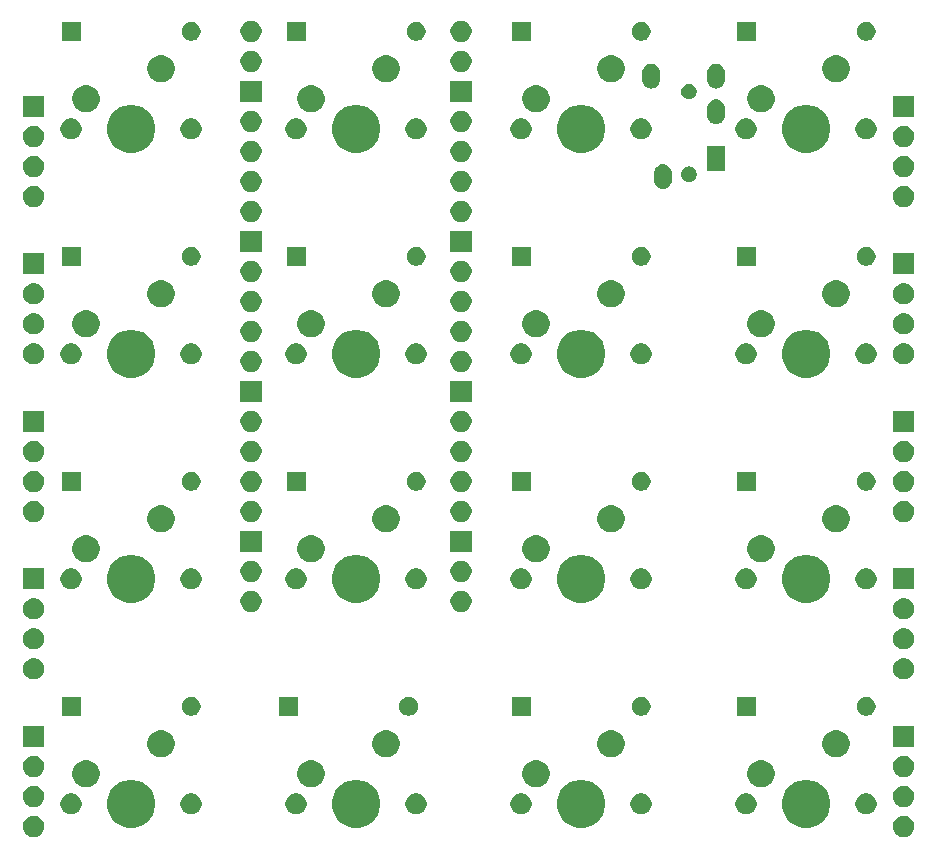
<source format=gts>
G04 #@! TF.GenerationSoftware,KiCad,Pcbnew,5.1.5+dfsg1-2build2*
G04 #@! TF.CreationDate,2021-07-30T22:35:06+09:00*
G04 #@! TF.ProjectId,40keyboardpico,34306b65-7962-46f6-9172-647069636f2e,rev?*
G04 #@! TF.SameCoordinates,Original*
G04 #@! TF.FileFunction,Soldermask,Top*
G04 #@! TF.FilePolarity,Negative*
%FSLAX46Y46*%
G04 Gerber Fmt 4.6, Leading zero omitted, Abs format (unit mm)*
G04 Created by KiCad (PCBNEW 5.1.5+dfsg1-2build2) date 2021-07-30 22:35:06*
%MOMM*%
%LPD*%
G04 APERTURE LIST*
%ADD10C,0.100000*%
G04 APERTURE END LIST*
D10*
G36*
X188073512Y-148963927D02*
G01*
X188222812Y-148993624D01*
X188386784Y-149061544D01*
X188534354Y-149160147D01*
X188659853Y-149285646D01*
X188758456Y-149433216D01*
X188826376Y-149597188D01*
X188861000Y-149771259D01*
X188861000Y-149948741D01*
X188826376Y-150122812D01*
X188758456Y-150286784D01*
X188659853Y-150434354D01*
X188534354Y-150559853D01*
X188386784Y-150658456D01*
X188222812Y-150726376D01*
X188073512Y-150756073D01*
X188048742Y-150761000D01*
X187871258Y-150761000D01*
X187846488Y-150756073D01*
X187697188Y-150726376D01*
X187533216Y-150658456D01*
X187385646Y-150559853D01*
X187260147Y-150434354D01*
X187161544Y-150286784D01*
X187093624Y-150122812D01*
X187059000Y-149948741D01*
X187059000Y-149771259D01*
X187093624Y-149597188D01*
X187161544Y-149433216D01*
X187260147Y-149285646D01*
X187385646Y-149160147D01*
X187533216Y-149061544D01*
X187697188Y-148993624D01*
X187846488Y-148963927D01*
X187871258Y-148959000D01*
X188048742Y-148959000D01*
X188073512Y-148963927D01*
G37*
G36*
X114413512Y-148963927D02*
G01*
X114562812Y-148993624D01*
X114726784Y-149061544D01*
X114874354Y-149160147D01*
X114999853Y-149285646D01*
X115098456Y-149433216D01*
X115166376Y-149597188D01*
X115201000Y-149771259D01*
X115201000Y-149948741D01*
X115166376Y-150122812D01*
X115098456Y-150286784D01*
X114999853Y-150434354D01*
X114874354Y-150559853D01*
X114726784Y-150658456D01*
X114562812Y-150726376D01*
X114413512Y-150756073D01*
X114388742Y-150761000D01*
X114211258Y-150761000D01*
X114186488Y-150756073D01*
X114037188Y-150726376D01*
X113873216Y-150658456D01*
X113725646Y-150559853D01*
X113600147Y-150434354D01*
X113501544Y-150286784D01*
X113433624Y-150122812D01*
X113399000Y-149948741D01*
X113399000Y-149771259D01*
X113433624Y-149597188D01*
X113501544Y-149433216D01*
X113600147Y-149285646D01*
X113725646Y-149160147D01*
X113873216Y-149061544D01*
X114037188Y-148993624D01*
X114186488Y-148963927D01*
X114211258Y-148959000D01*
X114388742Y-148959000D01*
X114413512Y-148963927D01*
G37*
G36*
X123153254Y-145982818D02*
G01*
X123526511Y-146137426D01*
X123526513Y-146137427D01*
X123862436Y-146361884D01*
X124148116Y-146647564D01*
X124312256Y-146893216D01*
X124372574Y-146983489D01*
X124527182Y-147356746D01*
X124606000Y-147752993D01*
X124606000Y-148157007D01*
X124527182Y-148553254D01*
X124372574Y-148926511D01*
X124372573Y-148926513D01*
X124148116Y-149262436D01*
X123862436Y-149548116D01*
X123526513Y-149772573D01*
X123526512Y-149772574D01*
X123526511Y-149772574D01*
X123153254Y-149927182D01*
X122757007Y-150006000D01*
X122352993Y-150006000D01*
X121956746Y-149927182D01*
X121583489Y-149772574D01*
X121583488Y-149772574D01*
X121583487Y-149772573D01*
X121247564Y-149548116D01*
X120961884Y-149262436D01*
X120737427Y-148926513D01*
X120737426Y-148926511D01*
X120582818Y-148553254D01*
X120504000Y-148157007D01*
X120504000Y-147752993D01*
X120582818Y-147356746D01*
X120737426Y-146983489D01*
X120797745Y-146893216D01*
X120961884Y-146647564D01*
X121247564Y-146361884D01*
X121583487Y-146137427D01*
X121583489Y-146137426D01*
X121956746Y-145982818D01*
X122352993Y-145904000D01*
X122757007Y-145904000D01*
X123153254Y-145982818D01*
G37*
G36*
X161253254Y-145982818D02*
G01*
X161626511Y-146137426D01*
X161626513Y-146137427D01*
X161962436Y-146361884D01*
X162248116Y-146647564D01*
X162412256Y-146893216D01*
X162472574Y-146983489D01*
X162627182Y-147356746D01*
X162706000Y-147752993D01*
X162706000Y-148157007D01*
X162627182Y-148553254D01*
X162472574Y-148926511D01*
X162472573Y-148926513D01*
X162248116Y-149262436D01*
X161962436Y-149548116D01*
X161626513Y-149772573D01*
X161626512Y-149772574D01*
X161626511Y-149772574D01*
X161253254Y-149927182D01*
X160857007Y-150006000D01*
X160452993Y-150006000D01*
X160056746Y-149927182D01*
X159683489Y-149772574D01*
X159683488Y-149772574D01*
X159683487Y-149772573D01*
X159347564Y-149548116D01*
X159061884Y-149262436D01*
X158837427Y-148926513D01*
X158837426Y-148926511D01*
X158682818Y-148553254D01*
X158604000Y-148157007D01*
X158604000Y-147752993D01*
X158682818Y-147356746D01*
X158837426Y-146983489D01*
X158897745Y-146893216D01*
X159061884Y-146647564D01*
X159347564Y-146361884D01*
X159683487Y-146137427D01*
X159683489Y-146137426D01*
X160056746Y-145982818D01*
X160452993Y-145904000D01*
X160857007Y-145904000D01*
X161253254Y-145982818D01*
G37*
G36*
X180303254Y-145982818D02*
G01*
X180676511Y-146137426D01*
X180676513Y-146137427D01*
X181012436Y-146361884D01*
X181298116Y-146647564D01*
X181462256Y-146893216D01*
X181522574Y-146983489D01*
X181677182Y-147356746D01*
X181756000Y-147752993D01*
X181756000Y-148157007D01*
X181677182Y-148553254D01*
X181522574Y-148926511D01*
X181522573Y-148926513D01*
X181298116Y-149262436D01*
X181012436Y-149548116D01*
X180676513Y-149772573D01*
X180676512Y-149772574D01*
X180676511Y-149772574D01*
X180303254Y-149927182D01*
X179907007Y-150006000D01*
X179502993Y-150006000D01*
X179106746Y-149927182D01*
X178733489Y-149772574D01*
X178733488Y-149772574D01*
X178733487Y-149772573D01*
X178397564Y-149548116D01*
X178111884Y-149262436D01*
X177887427Y-148926513D01*
X177887426Y-148926511D01*
X177732818Y-148553254D01*
X177654000Y-148157007D01*
X177654000Y-147752993D01*
X177732818Y-147356746D01*
X177887426Y-146983489D01*
X177947745Y-146893216D01*
X178111884Y-146647564D01*
X178397564Y-146361884D01*
X178733487Y-146137427D01*
X178733489Y-146137426D01*
X179106746Y-145982818D01*
X179502993Y-145904000D01*
X179907007Y-145904000D01*
X180303254Y-145982818D01*
G37*
G36*
X142203254Y-145982818D02*
G01*
X142576511Y-146137426D01*
X142576513Y-146137427D01*
X142912436Y-146361884D01*
X143198116Y-146647564D01*
X143362256Y-146893216D01*
X143422574Y-146983489D01*
X143577182Y-147356746D01*
X143656000Y-147752993D01*
X143656000Y-148157007D01*
X143577182Y-148553254D01*
X143422574Y-148926511D01*
X143422573Y-148926513D01*
X143198116Y-149262436D01*
X142912436Y-149548116D01*
X142576513Y-149772573D01*
X142576512Y-149772574D01*
X142576511Y-149772574D01*
X142203254Y-149927182D01*
X141807007Y-150006000D01*
X141402993Y-150006000D01*
X141006746Y-149927182D01*
X140633489Y-149772574D01*
X140633488Y-149772574D01*
X140633487Y-149772573D01*
X140297564Y-149548116D01*
X140011884Y-149262436D01*
X139787427Y-148926513D01*
X139787426Y-148926511D01*
X139632818Y-148553254D01*
X139554000Y-148157007D01*
X139554000Y-147752993D01*
X139632818Y-147356746D01*
X139787426Y-146983489D01*
X139847745Y-146893216D01*
X140011884Y-146647564D01*
X140297564Y-146361884D01*
X140633487Y-146137427D01*
X140633489Y-146137426D01*
X141006746Y-145982818D01*
X141402993Y-145904000D01*
X141807007Y-145904000D01*
X142203254Y-145982818D01*
G37*
G36*
X127739769Y-147057188D02*
G01*
X127897812Y-147088624D01*
X128061784Y-147156544D01*
X128209354Y-147255147D01*
X128334853Y-147380646D01*
X128433456Y-147528216D01*
X128501376Y-147692188D01*
X128536000Y-147866259D01*
X128536000Y-148043741D01*
X128501376Y-148217812D01*
X128433456Y-148381784D01*
X128334853Y-148529354D01*
X128209354Y-148654853D01*
X128061784Y-148753456D01*
X127897812Y-148821376D01*
X127748512Y-148851073D01*
X127723742Y-148856000D01*
X127546258Y-148856000D01*
X127521488Y-148851073D01*
X127372188Y-148821376D01*
X127208216Y-148753456D01*
X127060646Y-148654853D01*
X126935147Y-148529354D01*
X126836544Y-148381784D01*
X126768624Y-148217812D01*
X126734000Y-148043741D01*
X126734000Y-147866259D01*
X126768624Y-147692188D01*
X126836544Y-147528216D01*
X126935147Y-147380646D01*
X127060646Y-147255147D01*
X127208216Y-147156544D01*
X127372188Y-147088624D01*
X127530231Y-147057188D01*
X127546258Y-147054000D01*
X127723742Y-147054000D01*
X127739769Y-147057188D01*
G37*
G36*
X117579769Y-147057188D02*
G01*
X117737812Y-147088624D01*
X117901784Y-147156544D01*
X118049354Y-147255147D01*
X118174853Y-147380646D01*
X118273456Y-147528216D01*
X118341376Y-147692188D01*
X118376000Y-147866259D01*
X118376000Y-148043741D01*
X118341376Y-148217812D01*
X118273456Y-148381784D01*
X118174853Y-148529354D01*
X118049354Y-148654853D01*
X117901784Y-148753456D01*
X117737812Y-148821376D01*
X117588512Y-148851073D01*
X117563742Y-148856000D01*
X117386258Y-148856000D01*
X117361488Y-148851073D01*
X117212188Y-148821376D01*
X117048216Y-148753456D01*
X116900646Y-148654853D01*
X116775147Y-148529354D01*
X116676544Y-148381784D01*
X116608624Y-148217812D01*
X116574000Y-148043741D01*
X116574000Y-147866259D01*
X116608624Y-147692188D01*
X116676544Y-147528216D01*
X116775147Y-147380646D01*
X116900646Y-147255147D01*
X117048216Y-147156544D01*
X117212188Y-147088624D01*
X117370231Y-147057188D01*
X117386258Y-147054000D01*
X117563742Y-147054000D01*
X117579769Y-147057188D01*
G37*
G36*
X165839769Y-147057188D02*
G01*
X165997812Y-147088624D01*
X166161784Y-147156544D01*
X166309354Y-147255147D01*
X166434853Y-147380646D01*
X166533456Y-147528216D01*
X166601376Y-147692188D01*
X166636000Y-147866259D01*
X166636000Y-148043741D01*
X166601376Y-148217812D01*
X166533456Y-148381784D01*
X166434853Y-148529354D01*
X166309354Y-148654853D01*
X166161784Y-148753456D01*
X165997812Y-148821376D01*
X165848512Y-148851073D01*
X165823742Y-148856000D01*
X165646258Y-148856000D01*
X165621488Y-148851073D01*
X165472188Y-148821376D01*
X165308216Y-148753456D01*
X165160646Y-148654853D01*
X165035147Y-148529354D01*
X164936544Y-148381784D01*
X164868624Y-148217812D01*
X164834000Y-148043741D01*
X164834000Y-147866259D01*
X164868624Y-147692188D01*
X164936544Y-147528216D01*
X165035147Y-147380646D01*
X165160646Y-147255147D01*
X165308216Y-147156544D01*
X165472188Y-147088624D01*
X165630231Y-147057188D01*
X165646258Y-147054000D01*
X165823742Y-147054000D01*
X165839769Y-147057188D01*
G37*
G36*
X155679769Y-147057188D02*
G01*
X155837812Y-147088624D01*
X156001784Y-147156544D01*
X156149354Y-147255147D01*
X156274853Y-147380646D01*
X156373456Y-147528216D01*
X156441376Y-147692188D01*
X156476000Y-147866259D01*
X156476000Y-148043741D01*
X156441376Y-148217812D01*
X156373456Y-148381784D01*
X156274853Y-148529354D01*
X156149354Y-148654853D01*
X156001784Y-148753456D01*
X155837812Y-148821376D01*
X155688512Y-148851073D01*
X155663742Y-148856000D01*
X155486258Y-148856000D01*
X155461488Y-148851073D01*
X155312188Y-148821376D01*
X155148216Y-148753456D01*
X155000646Y-148654853D01*
X154875147Y-148529354D01*
X154776544Y-148381784D01*
X154708624Y-148217812D01*
X154674000Y-148043741D01*
X154674000Y-147866259D01*
X154708624Y-147692188D01*
X154776544Y-147528216D01*
X154875147Y-147380646D01*
X155000646Y-147255147D01*
X155148216Y-147156544D01*
X155312188Y-147088624D01*
X155470231Y-147057188D01*
X155486258Y-147054000D01*
X155663742Y-147054000D01*
X155679769Y-147057188D01*
G37*
G36*
X174729769Y-147057188D02*
G01*
X174887812Y-147088624D01*
X175051784Y-147156544D01*
X175199354Y-147255147D01*
X175324853Y-147380646D01*
X175423456Y-147528216D01*
X175491376Y-147692188D01*
X175526000Y-147866259D01*
X175526000Y-148043741D01*
X175491376Y-148217812D01*
X175423456Y-148381784D01*
X175324853Y-148529354D01*
X175199354Y-148654853D01*
X175051784Y-148753456D01*
X174887812Y-148821376D01*
X174738512Y-148851073D01*
X174713742Y-148856000D01*
X174536258Y-148856000D01*
X174511488Y-148851073D01*
X174362188Y-148821376D01*
X174198216Y-148753456D01*
X174050646Y-148654853D01*
X173925147Y-148529354D01*
X173826544Y-148381784D01*
X173758624Y-148217812D01*
X173724000Y-148043741D01*
X173724000Y-147866259D01*
X173758624Y-147692188D01*
X173826544Y-147528216D01*
X173925147Y-147380646D01*
X174050646Y-147255147D01*
X174198216Y-147156544D01*
X174362188Y-147088624D01*
X174520231Y-147057188D01*
X174536258Y-147054000D01*
X174713742Y-147054000D01*
X174729769Y-147057188D01*
G37*
G36*
X184889769Y-147057188D02*
G01*
X185047812Y-147088624D01*
X185211784Y-147156544D01*
X185359354Y-147255147D01*
X185484853Y-147380646D01*
X185583456Y-147528216D01*
X185651376Y-147692188D01*
X185686000Y-147866259D01*
X185686000Y-148043741D01*
X185651376Y-148217812D01*
X185583456Y-148381784D01*
X185484853Y-148529354D01*
X185359354Y-148654853D01*
X185211784Y-148753456D01*
X185047812Y-148821376D01*
X184898512Y-148851073D01*
X184873742Y-148856000D01*
X184696258Y-148856000D01*
X184671488Y-148851073D01*
X184522188Y-148821376D01*
X184358216Y-148753456D01*
X184210646Y-148654853D01*
X184085147Y-148529354D01*
X183986544Y-148381784D01*
X183918624Y-148217812D01*
X183884000Y-148043741D01*
X183884000Y-147866259D01*
X183918624Y-147692188D01*
X183986544Y-147528216D01*
X184085147Y-147380646D01*
X184210646Y-147255147D01*
X184358216Y-147156544D01*
X184522188Y-147088624D01*
X184680231Y-147057188D01*
X184696258Y-147054000D01*
X184873742Y-147054000D01*
X184889769Y-147057188D01*
G37*
G36*
X136629769Y-147057188D02*
G01*
X136787812Y-147088624D01*
X136951784Y-147156544D01*
X137099354Y-147255147D01*
X137224853Y-147380646D01*
X137323456Y-147528216D01*
X137391376Y-147692188D01*
X137426000Y-147866259D01*
X137426000Y-148043741D01*
X137391376Y-148217812D01*
X137323456Y-148381784D01*
X137224853Y-148529354D01*
X137099354Y-148654853D01*
X136951784Y-148753456D01*
X136787812Y-148821376D01*
X136638512Y-148851073D01*
X136613742Y-148856000D01*
X136436258Y-148856000D01*
X136411488Y-148851073D01*
X136262188Y-148821376D01*
X136098216Y-148753456D01*
X135950646Y-148654853D01*
X135825147Y-148529354D01*
X135726544Y-148381784D01*
X135658624Y-148217812D01*
X135624000Y-148043741D01*
X135624000Y-147866259D01*
X135658624Y-147692188D01*
X135726544Y-147528216D01*
X135825147Y-147380646D01*
X135950646Y-147255147D01*
X136098216Y-147156544D01*
X136262188Y-147088624D01*
X136420231Y-147057188D01*
X136436258Y-147054000D01*
X136613742Y-147054000D01*
X136629769Y-147057188D01*
G37*
G36*
X146789769Y-147057188D02*
G01*
X146947812Y-147088624D01*
X147111784Y-147156544D01*
X147259354Y-147255147D01*
X147384853Y-147380646D01*
X147483456Y-147528216D01*
X147551376Y-147692188D01*
X147586000Y-147866259D01*
X147586000Y-148043741D01*
X147551376Y-148217812D01*
X147483456Y-148381784D01*
X147384853Y-148529354D01*
X147259354Y-148654853D01*
X147111784Y-148753456D01*
X146947812Y-148821376D01*
X146798512Y-148851073D01*
X146773742Y-148856000D01*
X146596258Y-148856000D01*
X146571488Y-148851073D01*
X146422188Y-148821376D01*
X146258216Y-148753456D01*
X146110646Y-148654853D01*
X145985147Y-148529354D01*
X145886544Y-148381784D01*
X145818624Y-148217812D01*
X145784000Y-148043741D01*
X145784000Y-147866259D01*
X145818624Y-147692188D01*
X145886544Y-147528216D01*
X145985147Y-147380646D01*
X146110646Y-147255147D01*
X146258216Y-147156544D01*
X146422188Y-147088624D01*
X146580231Y-147057188D01*
X146596258Y-147054000D01*
X146773742Y-147054000D01*
X146789769Y-147057188D01*
G37*
G36*
X114413512Y-146423927D02*
G01*
X114562812Y-146453624D01*
X114726784Y-146521544D01*
X114874354Y-146620147D01*
X114999853Y-146745646D01*
X115098456Y-146893216D01*
X115166376Y-147057188D01*
X115201000Y-147231259D01*
X115201000Y-147408741D01*
X115166376Y-147582812D01*
X115098456Y-147746784D01*
X114999853Y-147894354D01*
X114874354Y-148019853D01*
X114726784Y-148118456D01*
X114562812Y-148186376D01*
X114413512Y-148216073D01*
X114388742Y-148221000D01*
X114211258Y-148221000D01*
X114186488Y-148216073D01*
X114037188Y-148186376D01*
X113873216Y-148118456D01*
X113725646Y-148019853D01*
X113600147Y-147894354D01*
X113501544Y-147746784D01*
X113433624Y-147582812D01*
X113399000Y-147408741D01*
X113399000Y-147231259D01*
X113433624Y-147057188D01*
X113501544Y-146893216D01*
X113600147Y-146745646D01*
X113725646Y-146620147D01*
X113873216Y-146521544D01*
X114037188Y-146453624D01*
X114186488Y-146423927D01*
X114211258Y-146419000D01*
X114388742Y-146419000D01*
X114413512Y-146423927D01*
G37*
G36*
X188073512Y-146423927D02*
G01*
X188222812Y-146453624D01*
X188386784Y-146521544D01*
X188534354Y-146620147D01*
X188659853Y-146745646D01*
X188758456Y-146893216D01*
X188826376Y-147057188D01*
X188861000Y-147231259D01*
X188861000Y-147408741D01*
X188826376Y-147582812D01*
X188758456Y-147746784D01*
X188659853Y-147894354D01*
X188534354Y-148019853D01*
X188386784Y-148118456D01*
X188222812Y-148186376D01*
X188073512Y-148216073D01*
X188048742Y-148221000D01*
X187871258Y-148221000D01*
X187846488Y-148216073D01*
X187697188Y-148186376D01*
X187533216Y-148118456D01*
X187385646Y-148019853D01*
X187260147Y-147894354D01*
X187161544Y-147746784D01*
X187093624Y-147582812D01*
X187059000Y-147408741D01*
X187059000Y-147231259D01*
X187093624Y-147057188D01*
X187161544Y-146893216D01*
X187260147Y-146745646D01*
X187385646Y-146620147D01*
X187533216Y-146521544D01*
X187697188Y-146453624D01*
X187846488Y-146423927D01*
X187871258Y-146419000D01*
X188048742Y-146419000D01*
X188073512Y-146423927D01*
G37*
G36*
X176119549Y-144286116D02*
G01*
X176230734Y-144308232D01*
X176440203Y-144394997D01*
X176628720Y-144520960D01*
X176789040Y-144681280D01*
X176915003Y-144869797D01*
X177001768Y-145079266D01*
X177046000Y-145301636D01*
X177046000Y-145528364D01*
X177001768Y-145750734D01*
X176915003Y-145960203D01*
X176789040Y-146148720D01*
X176628720Y-146309040D01*
X176440203Y-146435003D01*
X176230734Y-146521768D01*
X176119549Y-146543884D01*
X176008365Y-146566000D01*
X175781635Y-146566000D01*
X175670451Y-146543884D01*
X175559266Y-146521768D01*
X175349797Y-146435003D01*
X175161280Y-146309040D01*
X175000960Y-146148720D01*
X174874997Y-145960203D01*
X174788232Y-145750734D01*
X174744000Y-145528364D01*
X174744000Y-145301636D01*
X174788232Y-145079266D01*
X174874997Y-144869797D01*
X175000960Y-144681280D01*
X175161280Y-144520960D01*
X175349797Y-144394997D01*
X175559266Y-144308232D01*
X175670451Y-144286116D01*
X175781635Y-144264000D01*
X176008365Y-144264000D01*
X176119549Y-144286116D01*
G37*
G36*
X157069549Y-144286116D02*
G01*
X157180734Y-144308232D01*
X157390203Y-144394997D01*
X157578720Y-144520960D01*
X157739040Y-144681280D01*
X157865003Y-144869797D01*
X157951768Y-145079266D01*
X157996000Y-145301636D01*
X157996000Y-145528364D01*
X157951768Y-145750734D01*
X157865003Y-145960203D01*
X157739040Y-146148720D01*
X157578720Y-146309040D01*
X157390203Y-146435003D01*
X157180734Y-146521768D01*
X157069549Y-146543884D01*
X156958365Y-146566000D01*
X156731635Y-146566000D01*
X156620451Y-146543884D01*
X156509266Y-146521768D01*
X156299797Y-146435003D01*
X156111280Y-146309040D01*
X155950960Y-146148720D01*
X155824997Y-145960203D01*
X155738232Y-145750734D01*
X155694000Y-145528364D01*
X155694000Y-145301636D01*
X155738232Y-145079266D01*
X155824997Y-144869797D01*
X155950960Y-144681280D01*
X156111280Y-144520960D01*
X156299797Y-144394997D01*
X156509266Y-144308232D01*
X156620451Y-144286116D01*
X156731635Y-144264000D01*
X156958365Y-144264000D01*
X157069549Y-144286116D01*
G37*
G36*
X138019549Y-144286116D02*
G01*
X138130734Y-144308232D01*
X138340203Y-144394997D01*
X138528720Y-144520960D01*
X138689040Y-144681280D01*
X138815003Y-144869797D01*
X138901768Y-145079266D01*
X138946000Y-145301636D01*
X138946000Y-145528364D01*
X138901768Y-145750734D01*
X138815003Y-145960203D01*
X138689040Y-146148720D01*
X138528720Y-146309040D01*
X138340203Y-146435003D01*
X138130734Y-146521768D01*
X138019549Y-146543884D01*
X137908365Y-146566000D01*
X137681635Y-146566000D01*
X137570451Y-146543884D01*
X137459266Y-146521768D01*
X137249797Y-146435003D01*
X137061280Y-146309040D01*
X136900960Y-146148720D01*
X136774997Y-145960203D01*
X136688232Y-145750734D01*
X136644000Y-145528364D01*
X136644000Y-145301636D01*
X136688232Y-145079266D01*
X136774997Y-144869797D01*
X136900960Y-144681280D01*
X137061280Y-144520960D01*
X137249797Y-144394997D01*
X137459266Y-144308232D01*
X137570451Y-144286116D01*
X137681635Y-144264000D01*
X137908365Y-144264000D01*
X138019549Y-144286116D01*
G37*
G36*
X118969549Y-144286116D02*
G01*
X119080734Y-144308232D01*
X119290203Y-144394997D01*
X119478720Y-144520960D01*
X119639040Y-144681280D01*
X119765003Y-144869797D01*
X119851768Y-145079266D01*
X119896000Y-145301636D01*
X119896000Y-145528364D01*
X119851768Y-145750734D01*
X119765003Y-145960203D01*
X119639040Y-146148720D01*
X119478720Y-146309040D01*
X119290203Y-146435003D01*
X119080734Y-146521768D01*
X118969549Y-146543884D01*
X118858365Y-146566000D01*
X118631635Y-146566000D01*
X118520451Y-146543884D01*
X118409266Y-146521768D01*
X118199797Y-146435003D01*
X118011280Y-146309040D01*
X117850960Y-146148720D01*
X117724997Y-145960203D01*
X117638232Y-145750734D01*
X117594000Y-145528364D01*
X117594000Y-145301636D01*
X117638232Y-145079266D01*
X117724997Y-144869797D01*
X117850960Y-144681280D01*
X118011280Y-144520960D01*
X118199797Y-144394997D01*
X118409266Y-144308232D01*
X118520451Y-144286116D01*
X118631635Y-144264000D01*
X118858365Y-144264000D01*
X118969549Y-144286116D01*
G37*
G36*
X114413512Y-143883927D02*
G01*
X114562812Y-143913624D01*
X114726784Y-143981544D01*
X114874354Y-144080147D01*
X114999853Y-144205646D01*
X115098456Y-144353216D01*
X115166376Y-144517188D01*
X115201000Y-144691259D01*
X115201000Y-144868741D01*
X115166376Y-145042812D01*
X115098456Y-145206784D01*
X114999853Y-145354354D01*
X114874354Y-145479853D01*
X114726784Y-145578456D01*
X114562812Y-145646376D01*
X114413512Y-145676073D01*
X114388742Y-145681000D01*
X114211258Y-145681000D01*
X114186488Y-145676073D01*
X114037188Y-145646376D01*
X113873216Y-145578456D01*
X113725646Y-145479853D01*
X113600147Y-145354354D01*
X113501544Y-145206784D01*
X113433624Y-145042812D01*
X113399000Y-144868741D01*
X113399000Y-144691259D01*
X113433624Y-144517188D01*
X113501544Y-144353216D01*
X113600147Y-144205646D01*
X113725646Y-144080147D01*
X113873216Y-143981544D01*
X114037188Y-143913624D01*
X114186488Y-143883927D01*
X114211258Y-143879000D01*
X114388742Y-143879000D01*
X114413512Y-143883927D01*
G37*
G36*
X188073512Y-143883927D02*
G01*
X188222812Y-143913624D01*
X188386784Y-143981544D01*
X188534354Y-144080147D01*
X188659853Y-144205646D01*
X188758456Y-144353216D01*
X188826376Y-144517188D01*
X188861000Y-144691259D01*
X188861000Y-144868741D01*
X188826376Y-145042812D01*
X188758456Y-145206784D01*
X188659853Y-145354354D01*
X188534354Y-145479853D01*
X188386784Y-145578456D01*
X188222812Y-145646376D01*
X188073512Y-145676073D01*
X188048742Y-145681000D01*
X187871258Y-145681000D01*
X187846488Y-145676073D01*
X187697188Y-145646376D01*
X187533216Y-145578456D01*
X187385646Y-145479853D01*
X187260147Y-145354354D01*
X187161544Y-145206784D01*
X187093624Y-145042812D01*
X187059000Y-144868741D01*
X187059000Y-144691259D01*
X187093624Y-144517188D01*
X187161544Y-144353216D01*
X187260147Y-144205646D01*
X187385646Y-144080147D01*
X187533216Y-143981544D01*
X187697188Y-143913624D01*
X187846488Y-143883927D01*
X187871258Y-143879000D01*
X188048742Y-143879000D01*
X188073512Y-143883927D01*
G37*
G36*
X182469549Y-141746116D02*
G01*
X182580734Y-141768232D01*
X182790203Y-141854997D01*
X182978720Y-141980960D01*
X183139040Y-142141280D01*
X183265003Y-142329797D01*
X183351768Y-142539266D01*
X183396000Y-142761636D01*
X183396000Y-142988364D01*
X183351768Y-143210734D01*
X183265003Y-143420203D01*
X183139040Y-143608720D01*
X182978720Y-143769040D01*
X182790203Y-143895003D01*
X182580734Y-143981768D01*
X182469549Y-144003884D01*
X182358365Y-144026000D01*
X182131635Y-144026000D01*
X182020451Y-144003884D01*
X181909266Y-143981768D01*
X181699797Y-143895003D01*
X181511280Y-143769040D01*
X181350960Y-143608720D01*
X181224997Y-143420203D01*
X181138232Y-143210734D01*
X181094000Y-142988364D01*
X181094000Y-142761636D01*
X181138232Y-142539266D01*
X181224997Y-142329797D01*
X181350960Y-142141280D01*
X181511280Y-141980960D01*
X181699797Y-141854997D01*
X181909266Y-141768232D01*
X182020451Y-141746116D01*
X182131635Y-141724000D01*
X182358365Y-141724000D01*
X182469549Y-141746116D01*
G37*
G36*
X163419549Y-141746116D02*
G01*
X163530734Y-141768232D01*
X163740203Y-141854997D01*
X163928720Y-141980960D01*
X164089040Y-142141280D01*
X164215003Y-142329797D01*
X164301768Y-142539266D01*
X164346000Y-142761636D01*
X164346000Y-142988364D01*
X164301768Y-143210734D01*
X164215003Y-143420203D01*
X164089040Y-143608720D01*
X163928720Y-143769040D01*
X163740203Y-143895003D01*
X163530734Y-143981768D01*
X163419549Y-144003884D01*
X163308365Y-144026000D01*
X163081635Y-144026000D01*
X162970451Y-144003884D01*
X162859266Y-143981768D01*
X162649797Y-143895003D01*
X162461280Y-143769040D01*
X162300960Y-143608720D01*
X162174997Y-143420203D01*
X162088232Y-143210734D01*
X162044000Y-142988364D01*
X162044000Y-142761636D01*
X162088232Y-142539266D01*
X162174997Y-142329797D01*
X162300960Y-142141280D01*
X162461280Y-141980960D01*
X162649797Y-141854997D01*
X162859266Y-141768232D01*
X162970451Y-141746116D01*
X163081635Y-141724000D01*
X163308365Y-141724000D01*
X163419549Y-141746116D01*
G37*
G36*
X125319549Y-141746116D02*
G01*
X125430734Y-141768232D01*
X125640203Y-141854997D01*
X125828720Y-141980960D01*
X125989040Y-142141280D01*
X126115003Y-142329797D01*
X126201768Y-142539266D01*
X126246000Y-142761636D01*
X126246000Y-142988364D01*
X126201768Y-143210734D01*
X126115003Y-143420203D01*
X125989040Y-143608720D01*
X125828720Y-143769040D01*
X125640203Y-143895003D01*
X125430734Y-143981768D01*
X125319549Y-144003884D01*
X125208365Y-144026000D01*
X124981635Y-144026000D01*
X124870451Y-144003884D01*
X124759266Y-143981768D01*
X124549797Y-143895003D01*
X124361280Y-143769040D01*
X124200960Y-143608720D01*
X124074997Y-143420203D01*
X123988232Y-143210734D01*
X123944000Y-142988364D01*
X123944000Y-142761636D01*
X123988232Y-142539266D01*
X124074997Y-142329797D01*
X124200960Y-142141280D01*
X124361280Y-141980960D01*
X124549797Y-141854997D01*
X124759266Y-141768232D01*
X124870451Y-141746116D01*
X124981635Y-141724000D01*
X125208365Y-141724000D01*
X125319549Y-141746116D01*
G37*
G36*
X144369549Y-141746116D02*
G01*
X144480734Y-141768232D01*
X144690203Y-141854997D01*
X144878720Y-141980960D01*
X145039040Y-142141280D01*
X145165003Y-142329797D01*
X145251768Y-142539266D01*
X145296000Y-142761636D01*
X145296000Y-142988364D01*
X145251768Y-143210734D01*
X145165003Y-143420203D01*
X145039040Y-143608720D01*
X144878720Y-143769040D01*
X144690203Y-143895003D01*
X144480734Y-143981768D01*
X144369549Y-144003884D01*
X144258365Y-144026000D01*
X144031635Y-144026000D01*
X143920451Y-144003884D01*
X143809266Y-143981768D01*
X143599797Y-143895003D01*
X143411280Y-143769040D01*
X143250960Y-143608720D01*
X143124997Y-143420203D01*
X143038232Y-143210734D01*
X142994000Y-142988364D01*
X142994000Y-142761636D01*
X143038232Y-142539266D01*
X143124997Y-142329797D01*
X143250960Y-142141280D01*
X143411280Y-141980960D01*
X143599797Y-141854997D01*
X143809266Y-141768232D01*
X143920451Y-141746116D01*
X144031635Y-141724000D01*
X144258365Y-141724000D01*
X144369549Y-141746116D01*
G37*
G36*
X188861000Y-143141000D02*
G01*
X187059000Y-143141000D01*
X187059000Y-141339000D01*
X188861000Y-141339000D01*
X188861000Y-143141000D01*
G37*
G36*
X115201000Y-143141000D02*
G01*
X113399000Y-143141000D01*
X113399000Y-141339000D01*
X115201000Y-141339000D01*
X115201000Y-143141000D01*
G37*
G36*
X175426000Y-140501000D02*
G01*
X173824000Y-140501000D01*
X173824000Y-138899000D01*
X175426000Y-138899000D01*
X175426000Y-140501000D01*
G37*
G36*
X185018642Y-138929781D02*
G01*
X185164414Y-138990162D01*
X185164416Y-138990163D01*
X185295608Y-139077822D01*
X185407178Y-139189392D01*
X185494837Y-139320584D01*
X185494838Y-139320586D01*
X185555219Y-139466358D01*
X185586000Y-139621107D01*
X185586000Y-139778893D01*
X185555219Y-139933642D01*
X185494838Y-140079414D01*
X185494837Y-140079416D01*
X185407178Y-140210608D01*
X185295608Y-140322178D01*
X185164416Y-140409837D01*
X185164415Y-140409838D01*
X185164414Y-140409838D01*
X185018642Y-140470219D01*
X184863893Y-140501000D01*
X184706107Y-140501000D01*
X184551358Y-140470219D01*
X184405586Y-140409838D01*
X184405585Y-140409838D01*
X184405584Y-140409837D01*
X184274392Y-140322178D01*
X184162822Y-140210608D01*
X184075163Y-140079416D01*
X184075162Y-140079414D01*
X184014781Y-139933642D01*
X183984000Y-139778893D01*
X183984000Y-139621107D01*
X184014781Y-139466358D01*
X184075162Y-139320586D01*
X184075163Y-139320584D01*
X184162822Y-139189392D01*
X184274392Y-139077822D01*
X184405584Y-138990163D01*
X184405586Y-138990162D01*
X184551358Y-138929781D01*
X184706107Y-138899000D01*
X184863893Y-138899000D01*
X185018642Y-138929781D01*
G37*
G36*
X156376000Y-140501000D02*
G01*
X154774000Y-140501000D01*
X154774000Y-138899000D01*
X156376000Y-138899000D01*
X156376000Y-140501000D01*
G37*
G36*
X127868642Y-138929781D02*
G01*
X128014414Y-138990162D01*
X128014416Y-138990163D01*
X128145608Y-139077822D01*
X128257178Y-139189392D01*
X128344837Y-139320584D01*
X128344838Y-139320586D01*
X128405219Y-139466358D01*
X128436000Y-139621107D01*
X128436000Y-139778893D01*
X128405219Y-139933642D01*
X128344838Y-140079414D01*
X128344837Y-140079416D01*
X128257178Y-140210608D01*
X128145608Y-140322178D01*
X128014416Y-140409837D01*
X128014415Y-140409838D01*
X128014414Y-140409838D01*
X127868642Y-140470219D01*
X127713893Y-140501000D01*
X127556107Y-140501000D01*
X127401358Y-140470219D01*
X127255586Y-140409838D01*
X127255585Y-140409838D01*
X127255584Y-140409837D01*
X127124392Y-140322178D01*
X127012822Y-140210608D01*
X126925163Y-140079416D01*
X126925162Y-140079414D01*
X126864781Y-139933642D01*
X126834000Y-139778893D01*
X126834000Y-139621107D01*
X126864781Y-139466358D01*
X126925162Y-139320586D01*
X126925163Y-139320584D01*
X127012822Y-139189392D01*
X127124392Y-139077822D01*
X127255584Y-138990163D01*
X127255586Y-138990162D01*
X127401358Y-138929781D01*
X127556107Y-138899000D01*
X127713893Y-138899000D01*
X127868642Y-138929781D01*
G37*
G36*
X136691000Y-140501000D02*
G01*
X135089000Y-140501000D01*
X135089000Y-138899000D01*
X136691000Y-138899000D01*
X136691000Y-140501000D01*
G37*
G36*
X146283642Y-138929781D02*
G01*
X146429414Y-138990162D01*
X146429416Y-138990163D01*
X146560608Y-139077822D01*
X146672178Y-139189392D01*
X146759837Y-139320584D01*
X146759838Y-139320586D01*
X146820219Y-139466358D01*
X146851000Y-139621107D01*
X146851000Y-139778893D01*
X146820219Y-139933642D01*
X146759838Y-140079414D01*
X146759837Y-140079416D01*
X146672178Y-140210608D01*
X146560608Y-140322178D01*
X146429416Y-140409837D01*
X146429415Y-140409838D01*
X146429414Y-140409838D01*
X146283642Y-140470219D01*
X146128893Y-140501000D01*
X145971107Y-140501000D01*
X145816358Y-140470219D01*
X145670586Y-140409838D01*
X145670585Y-140409838D01*
X145670584Y-140409837D01*
X145539392Y-140322178D01*
X145427822Y-140210608D01*
X145340163Y-140079416D01*
X145340162Y-140079414D01*
X145279781Y-139933642D01*
X145249000Y-139778893D01*
X145249000Y-139621107D01*
X145279781Y-139466358D01*
X145340162Y-139320586D01*
X145340163Y-139320584D01*
X145427822Y-139189392D01*
X145539392Y-139077822D01*
X145670584Y-138990163D01*
X145670586Y-138990162D01*
X145816358Y-138929781D01*
X145971107Y-138899000D01*
X146128893Y-138899000D01*
X146283642Y-138929781D01*
G37*
G36*
X118276000Y-140501000D02*
G01*
X116674000Y-140501000D01*
X116674000Y-138899000D01*
X118276000Y-138899000D01*
X118276000Y-140501000D01*
G37*
G36*
X165968642Y-138929781D02*
G01*
X166114414Y-138990162D01*
X166114416Y-138990163D01*
X166245608Y-139077822D01*
X166357178Y-139189392D01*
X166444837Y-139320584D01*
X166444838Y-139320586D01*
X166505219Y-139466358D01*
X166536000Y-139621107D01*
X166536000Y-139778893D01*
X166505219Y-139933642D01*
X166444838Y-140079414D01*
X166444837Y-140079416D01*
X166357178Y-140210608D01*
X166245608Y-140322178D01*
X166114416Y-140409837D01*
X166114415Y-140409838D01*
X166114414Y-140409838D01*
X165968642Y-140470219D01*
X165813893Y-140501000D01*
X165656107Y-140501000D01*
X165501358Y-140470219D01*
X165355586Y-140409838D01*
X165355585Y-140409838D01*
X165355584Y-140409837D01*
X165224392Y-140322178D01*
X165112822Y-140210608D01*
X165025163Y-140079416D01*
X165025162Y-140079414D01*
X164964781Y-139933642D01*
X164934000Y-139778893D01*
X164934000Y-139621107D01*
X164964781Y-139466358D01*
X165025162Y-139320586D01*
X165025163Y-139320584D01*
X165112822Y-139189392D01*
X165224392Y-139077822D01*
X165355584Y-138990163D01*
X165355586Y-138990162D01*
X165501358Y-138929781D01*
X165656107Y-138899000D01*
X165813893Y-138899000D01*
X165968642Y-138929781D01*
G37*
G36*
X114413512Y-135628927D02*
G01*
X114562812Y-135658624D01*
X114726784Y-135726544D01*
X114874354Y-135825147D01*
X114999853Y-135950646D01*
X115098456Y-136098216D01*
X115166376Y-136262188D01*
X115201000Y-136436259D01*
X115201000Y-136613741D01*
X115166376Y-136787812D01*
X115098456Y-136951784D01*
X114999853Y-137099354D01*
X114874354Y-137224853D01*
X114726784Y-137323456D01*
X114562812Y-137391376D01*
X114413512Y-137421073D01*
X114388742Y-137426000D01*
X114211258Y-137426000D01*
X114186488Y-137421073D01*
X114037188Y-137391376D01*
X113873216Y-137323456D01*
X113725646Y-137224853D01*
X113600147Y-137099354D01*
X113501544Y-136951784D01*
X113433624Y-136787812D01*
X113399000Y-136613741D01*
X113399000Y-136436259D01*
X113433624Y-136262188D01*
X113501544Y-136098216D01*
X113600147Y-135950646D01*
X113725646Y-135825147D01*
X113873216Y-135726544D01*
X114037188Y-135658624D01*
X114186488Y-135628927D01*
X114211258Y-135624000D01*
X114388742Y-135624000D01*
X114413512Y-135628927D01*
G37*
G36*
X188073512Y-135628927D02*
G01*
X188222812Y-135658624D01*
X188386784Y-135726544D01*
X188534354Y-135825147D01*
X188659853Y-135950646D01*
X188758456Y-136098216D01*
X188826376Y-136262188D01*
X188861000Y-136436259D01*
X188861000Y-136613741D01*
X188826376Y-136787812D01*
X188758456Y-136951784D01*
X188659853Y-137099354D01*
X188534354Y-137224853D01*
X188386784Y-137323456D01*
X188222812Y-137391376D01*
X188073512Y-137421073D01*
X188048742Y-137426000D01*
X187871258Y-137426000D01*
X187846488Y-137421073D01*
X187697188Y-137391376D01*
X187533216Y-137323456D01*
X187385646Y-137224853D01*
X187260147Y-137099354D01*
X187161544Y-136951784D01*
X187093624Y-136787812D01*
X187059000Y-136613741D01*
X187059000Y-136436259D01*
X187093624Y-136262188D01*
X187161544Y-136098216D01*
X187260147Y-135950646D01*
X187385646Y-135825147D01*
X187533216Y-135726544D01*
X187697188Y-135658624D01*
X187846488Y-135628927D01*
X187871258Y-135624000D01*
X188048742Y-135624000D01*
X188073512Y-135628927D01*
G37*
G36*
X114413512Y-133088927D02*
G01*
X114562812Y-133118624D01*
X114726784Y-133186544D01*
X114874354Y-133285147D01*
X114999853Y-133410646D01*
X115098456Y-133558216D01*
X115166376Y-133722188D01*
X115201000Y-133896259D01*
X115201000Y-134073741D01*
X115166376Y-134247812D01*
X115098456Y-134411784D01*
X114999853Y-134559354D01*
X114874354Y-134684853D01*
X114726784Y-134783456D01*
X114562812Y-134851376D01*
X114413512Y-134881073D01*
X114388742Y-134886000D01*
X114211258Y-134886000D01*
X114186488Y-134881073D01*
X114037188Y-134851376D01*
X113873216Y-134783456D01*
X113725646Y-134684853D01*
X113600147Y-134559354D01*
X113501544Y-134411784D01*
X113433624Y-134247812D01*
X113399000Y-134073741D01*
X113399000Y-133896259D01*
X113433624Y-133722188D01*
X113501544Y-133558216D01*
X113600147Y-133410646D01*
X113725646Y-133285147D01*
X113873216Y-133186544D01*
X114037188Y-133118624D01*
X114186488Y-133088927D01*
X114211258Y-133084000D01*
X114388742Y-133084000D01*
X114413512Y-133088927D01*
G37*
G36*
X188073512Y-133088927D02*
G01*
X188222812Y-133118624D01*
X188386784Y-133186544D01*
X188534354Y-133285147D01*
X188659853Y-133410646D01*
X188758456Y-133558216D01*
X188826376Y-133722188D01*
X188861000Y-133896259D01*
X188861000Y-134073741D01*
X188826376Y-134247812D01*
X188758456Y-134411784D01*
X188659853Y-134559354D01*
X188534354Y-134684853D01*
X188386784Y-134783456D01*
X188222812Y-134851376D01*
X188073512Y-134881073D01*
X188048742Y-134886000D01*
X187871258Y-134886000D01*
X187846488Y-134881073D01*
X187697188Y-134851376D01*
X187533216Y-134783456D01*
X187385646Y-134684853D01*
X187260147Y-134559354D01*
X187161544Y-134411784D01*
X187093624Y-134247812D01*
X187059000Y-134073741D01*
X187059000Y-133896259D01*
X187093624Y-133722188D01*
X187161544Y-133558216D01*
X187260147Y-133410646D01*
X187385646Y-133285147D01*
X187533216Y-133186544D01*
X187697188Y-133118624D01*
X187846488Y-133088927D01*
X187871258Y-133084000D01*
X188048742Y-133084000D01*
X188073512Y-133088927D01*
G37*
G36*
X114404769Y-130547188D02*
G01*
X114562812Y-130578624D01*
X114726784Y-130646544D01*
X114874354Y-130745147D01*
X114999853Y-130870646D01*
X115098456Y-131018216D01*
X115166376Y-131182188D01*
X115201000Y-131356259D01*
X115201000Y-131533741D01*
X115166376Y-131707812D01*
X115098456Y-131871784D01*
X114999853Y-132019354D01*
X114874354Y-132144853D01*
X114726784Y-132243456D01*
X114562812Y-132311376D01*
X114413512Y-132341073D01*
X114388742Y-132346000D01*
X114211258Y-132346000D01*
X114186488Y-132341073D01*
X114037188Y-132311376D01*
X113873216Y-132243456D01*
X113725646Y-132144853D01*
X113600147Y-132019354D01*
X113501544Y-131871784D01*
X113433624Y-131707812D01*
X113399000Y-131533741D01*
X113399000Y-131356259D01*
X113433624Y-131182188D01*
X113501544Y-131018216D01*
X113600147Y-130870646D01*
X113725646Y-130745147D01*
X113873216Y-130646544D01*
X114037188Y-130578624D01*
X114195231Y-130547188D01*
X114211258Y-130544000D01*
X114388742Y-130544000D01*
X114404769Y-130547188D01*
G37*
G36*
X188064769Y-130547188D02*
G01*
X188222812Y-130578624D01*
X188386784Y-130646544D01*
X188534354Y-130745147D01*
X188659853Y-130870646D01*
X188758456Y-131018216D01*
X188826376Y-131182188D01*
X188861000Y-131356259D01*
X188861000Y-131533741D01*
X188826376Y-131707812D01*
X188758456Y-131871784D01*
X188659853Y-132019354D01*
X188534354Y-132144853D01*
X188386784Y-132243456D01*
X188222812Y-132311376D01*
X188073512Y-132341073D01*
X188048742Y-132346000D01*
X187871258Y-132346000D01*
X187846488Y-132341073D01*
X187697188Y-132311376D01*
X187533216Y-132243456D01*
X187385646Y-132144853D01*
X187260147Y-132019354D01*
X187161544Y-131871784D01*
X187093624Y-131707812D01*
X187059000Y-131533741D01*
X187059000Y-131356259D01*
X187093624Y-131182188D01*
X187161544Y-131018216D01*
X187260147Y-130870646D01*
X187385646Y-130745147D01*
X187533216Y-130646544D01*
X187697188Y-130578624D01*
X187855231Y-130547188D01*
X187871258Y-130544000D01*
X188048742Y-130544000D01*
X188064769Y-130547188D01*
G37*
G36*
X150608512Y-129913927D02*
G01*
X150757812Y-129943624D01*
X150921784Y-130011544D01*
X151069354Y-130110147D01*
X151194853Y-130235646D01*
X151293456Y-130383216D01*
X151361376Y-130547188D01*
X151396000Y-130721259D01*
X151396000Y-130898741D01*
X151361376Y-131072812D01*
X151293456Y-131236784D01*
X151194853Y-131384354D01*
X151069354Y-131509853D01*
X150921784Y-131608456D01*
X150757812Y-131676376D01*
X150608512Y-131706073D01*
X150583742Y-131711000D01*
X150406258Y-131711000D01*
X150381488Y-131706073D01*
X150232188Y-131676376D01*
X150068216Y-131608456D01*
X149920646Y-131509853D01*
X149795147Y-131384354D01*
X149696544Y-131236784D01*
X149628624Y-131072812D01*
X149594000Y-130898741D01*
X149594000Y-130721259D01*
X149628624Y-130547188D01*
X149696544Y-130383216D01*
X149795147Y-130235646D01*
X149920646Y-130110147D01*
X150068216Y-130011544D01*
X150232188Y-129943624D01*
X150381488Y-129913927D01*
X150406258Y-129909000D01*
X150583742Y-129909000D01*
X150608512Y-129913927D01*
G37*
G36*
X132828512Y-129913927D02*
G01*
X132977812Y-129943624D01*
X133141784Y-130011544D01*
X133289354Y-130110147D01*
X133414853Y-130235646D01*
X133513456Y-130383216D01*
X133581376Y-130547188D01*
X133616000Y-130721259D01*
X133616000Y-130898741D01*
X133581376Y-131072812D01*
X133513456Y-131236784D01*
X133414853Y-131384354D01*
X133289354Y-131509853D01*
X133141784Y-131608456D01*
X132977812Y-131676376D01*
X132828512Y-131706073D01*
X132803742Y-131711000D01*
X132626258Y-131711000D01*
X132601488Y-131706073D01*
X132452188Y-131676376D01*
X132288216Y-131608456D01*
X132140646Y-131509853D01*
X132015147Y-131384354D01*
X131916544Y-131236784D01*
X131848624Y-131072812D01*
X131814000Y-130898741D01*
X131814000Y-130721259D01*
X131848624Y-130547188D01*
X131916544Y-130383216D01*
X132015147Y-130235646D01*
X132140646Y-130110147D01*
X132288216Y-130011544D01*
X132452188Y-129943624D01*
X132601488Y-129913927D01*
X132626258Y-129909000D01*
X132803742Y-129909000D01*
X132828512Y-129913927D01*
G37*
G36*
X123153254Y-126932818D02*
G01*
X123526511Y-127087426D01*
X123526513Y-127087427D01*
X123862436Y-127311884D01*
X124148116Y-127597564D01*
X124312256Y-127843216D01*
X124372574Y-127933489D01*
X124527182Y-128306746D01*
X124606000Y-128702993D01*
X124606000Y-129107007D01*
X124527182Y-129503254D01*
X124372574Y-129876511D01*
X124372573Y-129876513D01*
X124148116Y-130212436D01*
X123862436Y-130498116D01*
X123526513Y-130722573D01*
X123526512Y-130722574D01*
X123526511Y-130722574D01*
X123153254Y-130877182D01*
X122757007Y-130956000D01*
X122352993Y-130956000D01*
X121956746Y-130877182D01*
X121583489Y-130722574D01*
X121583488Y-130722574D01*
X121583487Y-130722573D01*
X121247564Y-130498116D01*
X120961884Y-130212436D01*
X120737427Y-129876513D01*
X120737426Y-129876511D01*
X120582818Y-129503254D01*
X120504000Y-129107007D01*
X120504000Y-128702993D01*
X120582818Y-128306746D01*
X120737426Y-127933489D01*
X120797745Y-127843216D01*
X120961884Y-127597564D01*
X121247564Y-127311884D01*
X121583487Y-127087427D01*
X121583489Y-127087426D01*
X121956746Y-126932818D01*
X122352993Y-126854000D01*
X122757007Y-126854000D01*
X123153254Y-126932818D01*
G37*
G36*
X142203254Y-126932818D02*
G01*
X142576511Y-127087426D01*
X142576513Y-127087427D01*
X142912436Y-127311884D01*
X143198116Y-127597564D01*
X143362256Y-127843216D01*
X143422574Y-127933489D01*
X143577182Y-128306746D01*
X143656000Y-128702993D01*
X143656000Y-129107007D01*
X143577182Y-129503254D01*
X143422574Y-129876511D01*
X143422573Y-129876513D01*
X143198116Y-130212436D01*
X142912436Y-130498116D01*
X142576513Y-130722573D01*
X142576512Y-130722574D01*
X142576511Y-130722574D01*
X142203254Y-130877182D01*
X141807007Y-130956000D01*
X141402993Y-130956000D01*
X141006746Y-130877182D01*
X140633489Y-130722574D01*
X140633488Y-130722574D01*
X140633487Y-130722573D01*
X140297564Y-130498116D01*
X140011884Y-130212436D01*
X139787427Y-129876513D01*
X139787426Y-129876511D01*
X139632818Y-129503254D01*
X139554000Y-129107007D01*
X139554000Y-128702993D01*
X139632818Y-128306746D01*
X139787426Y-127933489D01*
X139847745Y-127843216D01*
X140011884Y-127597564D01*
X140297564Y-127311884D01*
X140633487Y-127087427D01*
X140633489Y-127087426D01*
X141006746Y-126932818D01*
X141402993Y-126854000D01*
X141807007Y-126854000D01*
X142203254Y-126932818D01*
G37*
G36*
X161253254Y-126932818D02*
G01*
X161626511Y-127087426D01*
X161626513Y-127087427D01*
X161962436Y-127311884D01*
X162248116Y-127597564D01*
X162412256Y-127843216D01*
X162472574Y-127933489D01*
X162627182Y-128306746D01*
X162706000Y-128702993D01*
X162706000Y-129107007D01*
X162627182Y-129503254D01*
X162472574Y-129876511D01*
X162472573Y-129876513D01*
X162248116Y-130212436D01*
X161962436Y-130498116D01*
X161626513Y-130722573D01*
X161626512Y-130722574D01*
X161626511Y-130722574D01*
X161253254Y-130877182D01*
X160857007Y-130956000D01*
X160452993Y-130956000D01*
X160056746Y-130877182D01*
X159683489Y-130722574D01*
X159683488Y-130722574D01*
X159683487Y-130722573D01*
X159347564Y-130498116D01*
X159061884Y-130212436D01*
X158837427Y-129876513D01*
X158837426Y-129876511D01*
X158682818Y-129503254D01*
X158604000Y-129107007D01*
X158604000Y-128702993D01*
X158682818Y-128306746D01*
X158837426Y-127933489D01*
X158897745Y-127843216D01*
X159061884Y-127597564D01*
X159347564Y-127311884D01*
X159683487Y-127087427D01*
X159683489Y-127087426D01*
X160056746Y-126932818D01*
X160452993Y-126854000D01*
X160857007Y-126854000D01*
X161253254Y-126932818D01*
G37*
G36*
X180303254Y-126932818D02*
G01*
X180676511Y-127087426D01*
X180676513Y-127087427D01*
X181012436Y-127311884D01*
X181298116Y-127597564D01*
X181462256Y-127843216D01*
X181522574Y-127933489D01*
X181677182Y-128306746D01*
X181756000Y-128702993D01*
X181756000Y-129107007D01*
X181677182Y-129503254D01*
X181522574Y-129876511D01*
X181522573Y-129876513D01*
X181298116Y-130212436D01*
X181012436Y-130498116D01*
X180676513Y-130722573D01*
X180676512Y-130722574D01*
X180676511Y-130722574D01*
X180303254Y-130877182D01*
X179907007Y-130956000D01*
X179502993Y-130956000D01*
X179106746Y-130877182D01*
X178733489Y-130722574D01*
X178733488Y-130722574D01*
X178733487Y-130722573D01*
X178397564Y-130498116D01*
X178111884Y-130212436D01*
X177887427Y-129876513D01*
X177887426Y-129876511D01*
X177732818Y-129503254D01*
X177654000Y-129107007D01*
X177654000Y-128702993D01*
X177732818Y-128306746D01*
X177887426Y-127933489D01*
X177947745Y-127843216D01*
X178111884Y-127597564D01*
X178397564Y-127311884D01*
X178733487Y-127087427D01*
X178733489Y-127087426D01*
X179106746Y-126932818D01*
X179502993Y-126854000D01*
X179907007Y-126854000D01*
X180303254Y-126932818D01*
G37*
G36*
X146789769Y-128007188D02*
G01*
X146947812Y-128038624D01*
X147111784Y-128106544D01*
X147259354Y-128205147D01*
X147384853Y-128330646D01*
X147483456Y-128478216D01*
X147551376Y-128642188D01*
X147586000Y-128816259D01*
X147586000Y-128993741D01*
X147551376Y-129167812D01*
X147483456Y-129331784D01*
X147384853Y-129479354D01*
X147259354Y-129604853D01*
X147111784Y-129703456D01*
X146947812Y-129771376D01*
X146798512Y-129801073D01*
X146773742Y-129806000D01*
X146596258Y-129806000D01*
X146571488Y-129801073D01*
X146422188Y-129771376D01*
X146258216Y-129703456D01*
X146110646Y-129604853D01*
X145985147Y-129479354D01*
X145886544Y-129331784D01*
X145818624Y-129167812D01*
X145784000Y-128993741D01*
X145784000Y-128816259D01*
X145818624Y-128642188D01*
X145886544Y-128478216D01*
X145985147Y-128330646D01*
X146110646Y-128205147D01*
X146258216Y-128106544D01*
X146422188Y-128038624D01*
X146580231Y-128007188D01*
X146596258Y-128004000D01*
X146773742Y-128004000D01*
X146789769Y-128007188D01*
G37*
G36*
X184889769Y-128007188D02*
G01*
X185047812Y-128038624D01*
X185211784Y-128106544D01*
X185359354Y-128205147D01*
X185484853Y-128330646D01*
X185583456Y-128478216D01*
X185651376Y-128642188D01*
X185686000Y-128816259D01*
X185686000Y-128993741D01*
X185651376Y-129167812D01*
X185583456Y-129331784D01*
X185484853Y-129479354D01*
X185359354Y-129604853D01*
X185211784Y-129703456D01*
X185047812Y-129771376D01*
X184898512Y-129801073D01*
X184873742Y-129806000D01*
X184696258Y-129806000D01*
X184671488Y-129801073D01*
X184522188Y-129771376D01*
X184358216Y-129703456D01*
X184210646Y-129604853D01*
X184085147Y-129479354D01*
X183986544Y-129331784D01*
X183918624Y-129167812D01*
X183884000Y-128993741D01*
X183884000Y-128816259D01*
X183918624Y-128642188D01*
X183986544Y-128478216D01*
X184085147Y-128330646D01*
X184210646Y-128205147D01*
X184358216Y-128106544D01*
X184522188Y-128038624D01*
X184680231Y-128007188D01*
X184696258Y-128004000D01*
X184873742Y-128004000D01*
X184889769Y-128007188D01*
G37*
G36*
X174729769Y-128007188D02*
G01*
X174887812Y-128038624D01*
X175051784Y-128106544D01*
X175199354Y-128205147D01*
X175324853Y-128330646D01*
X175423456Y-128478216D01*
X175491376Y-128642188D01*
X175526000Y-128816259D01*
X175526000Y-128993741D01*
X175491376Y-129167812D01*
X175423456Y-129331784D01*
X175324853Y-129479354D01*
X175199354Y-129604853D01*
X175051784Y-129703456D01*
X174887812Y-129771376D01*
X174738512Y-129801073D01*
X174713742Y-129806000D01*
X174536258Y-129806000D01*
X174511488Y-129801073D01*
X174362188Y-129771376D01*
X174198216Y-129703456D01*
X174050646Y-129604853D01*
X173925147Y-129479354D01*
X173826544Y-129331784D01*
X173758624Y-129167812D01*
X173724000Y-128993741D01*
X173724000Y-128816259D01*
X173758624Y-128642188D01*
X173826544Y-128478216D01*
X173925147Y-128330646D01*
X174050646Y-128205147D01*
X174198216Y-128106544D01*
X174362188Y-128038624D01*
X174520231Y-128007188D01*
X174536258Y-128004000D01*
X174713742Y-128004000D01*
X174729769Y-128007188D01*
G37*
G36*
X188861000Y-129806000D02*
G01*
X187059000Y-129806000D01*
X187059000Y-128004000D01*
X188861000Y-128004000D01*
X188861000Y-129806000D01*
G37*
G36*
X155679769Y-128007188D02*
G01*
X155837812Y-128038624D01*
X156001784Y-128106544D01*
X156149354Y-128205147D01*
X156274853Y-128330646D01*
X156373456Y-128478216D01*
X156441376Y-128642188D01*
X156476000Y-128816259D01*
X156476000Y-128993741D01*
X156441376Y-129167812D01*
X156373456Y-129331784D01*
X156274853Y-129479354D01*
X156149354Y-129604853D01*
X156001784Y-129703456D01*
X155837812Y-129771376D01*
X155688512Y-129801073D01*
X155663742Y-129806000D01*
X155486258Y-129806000D01*
X155461488Y-129801073D01*
X155312188Y-129771376D01*
X155148216Y-129703456D01*
X155000646Y-129604853D01*
X154875147Y-129479354D01*
X154776544Y-129331784D01*
X154708624Y-129167812D01*
X154674000Y-128993741D01*
X154674000Y-128816259D01*
X154708624Y-128642188D01*
X154776544Y-128478216D01*
X154875147Y-128330646D01*
X155000646Y-128205147D01*
X155148216Y-128106544D01*
X155312188Y-128038624D01*
X155470231Y-128007188D01*
X155486258Y-128004000D01*
X155663742Y-128004000D01*
X155679769Y-128007188D01*
G37*
G36*
X115201000Y-129806000D02*
G01*
X113399000Y-129806000D01*
X113399000Y-128004000D01*
X115201000Y-128004000D01*
X115201000Y-129806000D01*
G37*
G36*
X165839769Y-128007188D02*
G01*
X165997812Y-128038624D01*
X166161784Y-128106544D01*
X166309354Y-128205147D01*
X166434853Y-128330646D01*
X166533456Y-128478216D01*
X166601376Y-128642188D01*
X166636000Y-128816259D01*
X166636000Y-128993741D01*
X166601376Y-129167812D01*
X166533456Y-129331784D01*
X166434853Y-129479354D01*
X166309354Y-129604853D01*
X166161784Y-129703456D01*
X165997812Y-129771376D01*
X165848512Y-129801073D01*
X165823742Y-129806000D01*
X165646258Y-129806000D01*
X165621488Y-129801073D01*
X165472188Y-129771376D01*
X165308216Y-129703456D01*
X165160646Y-129604853D01*
X165035147Y-129479354D01*
X164936544Y-129331784D01*
X164868624Y-129167812D01*
X164834000Y-128993741D01*
X164834000Y-128816259D01*
X164868624Y-128642188D01*
X164936544Y-128478216D01*
X165035147Y-128330646D01*
X165160646Y-128205147D01*
X165308216Y-128106544D01*
X165472188Y-128038624D01*
X165630231Y-128007188D01*
X165646258Y-128004000D01*
X165823742Y-128004000D01*
X165839769Y-128007188D01*
G37*
G36*
X117579769Y-128007188D02*
G01*
X117737812Y-128038624D01*
X117901784Y-128106544D01*
X118049354Y-128205147D01*
X118174853Y-128330646D01*
X118273456Y-128478216D01*
X118341376Y-128642188D01*
X118376000Y-128816259D01*
X118376000Y-128993741D01*
X118341376Y-129167812D01*
X118273456Y-129331784D01*
X118174853Y-129479354D01*
X118049354Y-129604853D01*
X117901784Y-129703456D01*
X117737812Y-129771376D01*
X117588512Y-129801073D01*
X117563742Y-129806000D01*
X117386258Y-129806000D01*
X117361488Y-129801073D01*
X117212188Y-129771376D01*
X117048216Y-129703456D01*
X116900646Y-129604853D01*
X116775147Y-129479354D01*
X116676544Y-129331784D01*
X116608624Y-129167812D01*
X116574000Y-128993741D01*
X116574000Y-128816259D01*
X116608624Y-128642188D01*
X116676544Y-128478216D01*
X116775147Y-128330646D01*
X116900646Y-128205147D01*
X117048216Y-128106544D01*
X117212188Y-128038624D01*
X117370231Y-128007188D01*
X117386258Y-128004000D01*
X117563742Y-128004000D01*
X117579769Y-128007188D01*
G37*
G36*
X127739769Y-128007188D02*
G01*
X127897812Y-128038624D01*
X128061784Y-128106544D01*
X128209354Y-128205147D01*
X128334853Y-128330646D01*
X128433456Y-128478216D01*
X128501376Y-128642188D01*
X128536000Y-128816259D01*
X128536000Y-128993741D01*
X128501376Y-129167812D01*
X128433456Y-129331784D01*
X128334853Y-129479354D01*
X128209354Y-129604853D01*
X128061784Y-129703456D01*
X127897812Y-129771376D01*
X127748512Y-129801073D01*
X127723742Y-129806000D01*
X127546258Y-129806000D01*
X127521488Y-129801073D01*
X127372188Y-129771376D01*
X127208216Y-129703456D01*
X127060646Y-129604853D01*
X126935147Y-129479354D01*
X126836544Y-129331784D01*
X126768624Y-129167812D01*
X126734000Y-128993741D01*
X126734000Y-128816259D01*
X126768624Y-128642188D01*
X126836544Y-128478216D01*
X126935147Y-128330646D01*
X127060646Y-128205147D01*
X127208216Y-128106544D01*
X127372188Y-128038624D01*
X127530231Y-128007188D01*
X127546258Y-128004000D01*
X127723742Y-128004000D01*
X127739769Y-128007188D01*
G37*
G36*
X136629769Y-128007188D02*
G01*
X136787812Y-128038624D01*
X136951784Y-128106544D01*
X137099354Y-128205147D01*
X137224853Y-128330646D01*
X137323456Y-128478216D01*
X137391376Y-128642188D01*
X137426000Y-128816259D01*
X137426000Y-128993741D01*
X137391376Y-129167812D01*
X137323456Y-129331784D01*
X137224853Y-129479354D01*
X137099354Y-129604853D01*
X136951784Y-129703456D01*
X136787812Y-129771376D01*
X136638512Y-129801073D01*
X136613742Y-129806000D01*
X136436258Y-129806000D01*
X136411488Y-129801073D01*
X136262188Y-129771376D01*
X136098216Y-129703456D01*
X135950646Y-129604853D01*
X135825147Y-129479354D01*
X135726544Y-129331784D01*
X135658624Y-129167812D01*
X135624000Y-128993741D01*
X135624000Y-128816259D01*
X135658624Y-128642188D01*
X135726544Y-128478216D01*
X135825147Y-128330646D01*
X135950646Y-128205147D01*
X136098216Y-128106544D01*
X136262188Y-128038624D01*
X136420231Y-128007188D01*
X136436258Y-128004000D01*
X136613742Y-128004000D01*
X136629769Y-128007188D01*
G37*
G36*
X132828512Y-127373927D02*
G01*
X132977812Y-127403624D01*
X133141784Y-127471544D01*
X133289354Y-127570147D01*
X133414853Y-127695646D01*
X133513456Y-127843216D01*
X133581376Y-128007188D01*
X133616000Y-128181259D01*
X133616000Y-128358741D01*
X133581376Y-128532812D01*
X133513456Y-128696784D01*
X133414853Y-128844354D01*
X133289354Y-128969853D01*
X133141784Y-129068456D01*
X132977812Y-129136376D01*
X132828512Y-129166073D01*
X132803742Y-129171000D01*
X132626258Y-129171000D01*
X132601488Y-129166073D01*
X132452188Y-129136376D01*
X132288216Y-129068456D01*
X132140646Y-128969853D01*
X132015147Y-128844354D01*
X131916544Y-128696784D01*
X131848624Y-128532812D01*
X131814000Y-128358741D01*
X131814000Y-128181259D01*
X131848624Y-128007188D01*
X131916544Y-127843216D01*
X132015147Y-127695646D01*
X132140646Y-127570147D01*
X132288216Y-127471544D01*
X132452188Y-127403624D01*
X132601488Y-127373927D01*
X132626258Y-127369000D01*
X132803742Y-127369000D01*
X132828512Y-127373927D01*
G37*
G36*
X150608512Y-127373927D02*
G01*
X150757812Y-127403624D01*
X150921784Y-127471544D01*
X151069354Y-127570147D01*
X151194853Y-127695646D01*
X151293456Y-127843216D01*
X151361376Y-128007188D01*
X151396000Y-128181259D01*
X151396000Y-128358741D01*
X151361376Y-128532812D01*
X151293456Y-128696784D01*
X151194853Y-128844354D01*
X151069354Y-128969853D01*
X150921784Y-129068456D01*
X150757812Y-129136376D01*
X150608512Y-129166073D01*
X150583742Y-129171000D01*
X150406258Y-129171000D01*
X150381488Y-129166073D01*
X150232188Y-129136376D01*
X150068216Y-129068456D01*
X149920646Y-128969853D01*
X149795147Y-128844354D01*
X149696544Y-128696784D01*
X149628624Y-128532812D01*
X149594000Y-128358741D01*
X149594000Y-128181259D01*
X149628624Y-128007188D01*
X149696544Y-127843216D01*
X149795147Y-127695646D01*
X149920646Y-127570147D01*
X150068216Y-127471544D01*
X150232188Y-127403624D01*
X150381488Y-127373927D01*
X150406258Y-127369000D01*
X150583742Y-127369000D01*
X150608512Y-127373927D01*
G37*
G36*
X138019549Y-125236116D02*
G01*
X138130734Y-125258232D01*
X138340203Y-125344997D01*
X138528720Y-125470960D01*
X138689040Y-125631280D01*
X138815003Y-125819797D01*
X138901768Y-126029266D01*
X138946000Y-126251636D01*
X138946000Y-126478364D01*
X138901768Y-126700734D01*
X138815003Y-126910203D01*
X138689040Y-127098720D01*
X138528720Y-127259040D01*
X138340203Y-127385003D01*
X138130734Y-127471768D01*
X138019549Y-127493884D01*
X137908365Y-127516000D01*
X137681635Y-127516000D01*
X137570451Y-127493884D01*
X137459266Y-127471768D01*
X137249797Y-127385003D01*
X137061280Y-127259040D01*
X136900960Y-127098720D01*
X136774997Y-126910203D01*
X136688232Y-126700734D01*
X136644000Y-126478364D01*
X136644000Y-126251636D01*
X136688232Y-126029266D01*
X136774997Y-125819797D01*
X136900960Y-125631280D01*
X137061280Y-125470960D01*
X137249797Y-125344997D01*
X137459266Y-125258232D01*
X137570451Y-125236116D01*
X137681635Y-125214000D01*
X137908365Y-125214000D01*
X138019549Y-125236116D01*
G37*
G36*
X118969549Y-125236116D02*
G01*
X119080734Y-125258232D01*
X119290203Y-125344997D01*
X119478720Y-125470960D01*
X119639040Y-125631280D01*
X119765003Y-125819797D01*
X119851768Y-126029266D01*
X119896000Y-126251636D01*
X119896000Y-126478364D01*
X119851768Y-126700734D01*
X119765003Y-126910203D01*
X119639040Y-127098720D01*
X119478720Y-127259040D01*
X119290203Y-127385003D01*
X119080734Y-127471768D01*
X118969549Y-127493884D01*
X118858365Y-127516000D01*
X118631635Y-127516000D01*
X118520451Y-127493884D01*
X118409266Y-127471768D01*
X118199797Y-127385003D01*
X118011280Y-127259040D01*
X117850960Y-127098720D01*
X117724997Y-126910203D01*
X117638232Y-126700734D01*
X117594000Y-126478364D01*
X117594000Y-126251636D01*
X117638232Y-126029266D01*
X117724997Y-125819797D01*
X117850960Y-125631280D01*
X118011280Y-125470960D01*
X118199797Y-125344997D01*
X118409266Y-125258232D01*
X118520451Y-125236116D01*
X118631635Y-125214000D01*
X118858365Y-125214000D01*
X118969549Y-125236116D01*
G37*
G36*
X176119549Y-125236116D02*
G01*
X176230734Y-125258232D01*
X176440203Y-125344997D01*
X176628720Y-125470960D01*
X176789040Y-125631280D01*
X176915003Y-125819797D01*
X177001768Y-126029266D01*
X177046000Y-126251636D01*
X177046000Y-126478364D01*
X177001768Y-126700734D01*
X176915003Y-126910203D01*
X176789040Y-127098720D01*
X176628720Y-127259040D01*
X176440203Y-127385003D01*
X176230734Y-127471768D01*
X176119549Y-127493884D01*
X176008365Y-127516000D01*
X175781635Y-127516000D01*
X175670451Y-127493884D01*
X175559266Y-127471768D01*
X175349797Y-127385003D01*
X175161280Y-127259040D01*
X175000960Y-127098720D01*
X174874997Y-126910203D01*
X174788232Y-126700734D01*
X174744000Y-126478364D01*
X174744000Y-126251636D01*
X174788232Y-126029266D01*
X174874997Y-125819797D01*
X175000960Y-125631280D01*
X175161280Y-125470960D01*
X175349797Y-125344997D01*
X175559266Y-125258232D01*
X175670451Y-125236116D01*
X175781635Y-125214000D01*
X176008365Y-125214000D01*
X176119549Y-125236116D01*
G37*
G36*
X157069549Y-125236116D02*
G01*
X157180734Y-125258232D01*
X157390203Y-125344997D01*
X157578720Y-125470960D01*
X157739040Y-125631280D01*
X157865003Y-125819797D01*
X157951768Y-126029266D01*
X157996000Y-126251636D01*
X157996000Y-126478364D01*
X157951768Y-126700734D01*
X157865003Y-126910203D01*
X157739040Y-127098720D01*
X157578720Y-127259040D01*
X157390203Y-127385003D01*
X157180734Y-127471768D01*
X157069549Y-127493884D01*
X156958365Y-127516000D01*
X156731635Y-127516000D01*
X156620451Y-127493884D01*
X156509266Y-127471768D01*
X156299797Y-127385003D01*
X156111280Y-127259040D01*
X155950960Y-127098720D01*
X155824997Y-126910203D01*
X155738232Y-126700734D01*
X155694000Y-126478364D01*
X155694000Y-126251636D01*
X155738232Y-126029266D01*
X155824997Y-125819797D01*
X155950960Y-125631280D01*
X156111280Y-125470960D01*
X156299797Y-125344997D01*
X156509266Y-125258232D01*
X156620451Y-125236116D01*
X156731635Y-125214000D01*
X156958365Y-125214000D01*
X157069549Y-125236116D01*
G37*
G36*
X151396000Y-126631000D02*
G01*
X149594000Y-126631000D01*
X149594000Y-124829000D01*
X151396000Y-124829000D01*
X151396000Y-126631000D01*
G37*
G36*
X133616000Y-126631000D02*
G01*
X131814000Y-126631000D01*
X131814000Y-124829000D01*
X133616000Y-124829000D01*
X133616000Y-126631000D01*
G37*
G36*
X163419549Y-122696116D02*
G01*
X163530734Y-122718232D01*
X163740203Y-122804997D01*
X163928720Y-122930960D01*
X164089040Y-123091280D01*
X164215003Y-123279797D01*
X164301768Y-123489266D01*
X164346000Y-123711636D01*
X164346000Y-123938364D01*
X164301768Y-124160734D01*
X164215003Y-124370203D01*
X164089040Y-124558720D01*
X163928720Y-124719040D01*
X163740203Y-124845003D01*
X163530734Y-124931768D01*
X163419549Y-124953884D01*
X163308365Y-124976000D01*
X163081635Y-124976000D01*
X162970451Y-124953884D01*
X162859266Y-124931768D01*
X162649797Y-124845003D01*
X162461280Y-124719040D01*
X162300960Y-124558720D01*
X162174997Y-124370203D01*
X162088232Y-124160734D01*
X162044000Y-123938364D01*
X162044000Y-123711636D01*
X162088232Y-123489266D01*
X162174997Y-123279797D01*
X162300960Y-123091280D01*
X162461280Y-122930960D01*
X162649797Y-122804997D01*
X162859266Y-122718232D01*
X162970451Y-122696116D01*
X163081635Y-122674000D01*
X163308365Y-122674000D01*
X163419549Y-122696116D01*
G37*
G36*
X125319549Y-122696116D02*
G01*
X125430734Y-122718232D01*
X125640203Y-122804997D01*
X125828720Y-122930960D01*
X125989040Y-123091280D01*
X126115003Y-123279797D01*
X126201768Y-123489266D01*
X126246000Y-123711636D01*
X126246000Y-123938364D01*
X126201768Y-124160734D01*
X126115003Y-124370203D01*
X125989040Y-124558720D01*
X125828720Y-124719040D01*
X125640203Y-124845003D01*
X125430734Y-124931768D01*
X125319549Y-124953884D01*
X125208365Y-124976000D01*
X124981635Y-124976000D01*
X124870451Y-124953884D01*
X124759266Y-124931768D01*
X124549797Y-124845003D01*
X124361280Y-124719040D01*
X124200960Y-124558720D01*
X124074997Y-124370203D01*
X123988232Y-124160734D01*
X123944000Y-123938364D01*
X123944000Y-123711636D01*
X123988232Y-123489266D01*
X124074997Y-123279797D01*
X124200960Y-123091280D01*
X124361280Y-122930960D01*
X124549797Y-122804997D01*
X124759266Y-122718232D01*
X124870451Y-122696116D01*
X124981635Y-122674000D01*
X125208365Y-122674000D01*
X125319549Y-122696116D01*
G37*
G36*
X144369549Y-122696116D02*
G01*
X144480734Y-122718232D01*
X144690203Y-122804997D01*
X144878720Y-122930960D01*
X145039040Y-123091280D01*
X145165003Y-123279797D01*
X145251768Y-123489266D01*
X145296000Y-123711636D01*
X145296000Y-123938364D01*
X145251768Y-124160734D01*
X145165003Y-124370203D01*
X145039040Y-124558720D01*
X144878720Y-124719040D01*
X144690203Y-124845003D01*
X144480734Y-124931768D01*
X144369549Y-124953884D01*
X144258365Y-124976000D01*
X144031635Y-124976000D01*
X143920451Y-124953884D01*
X143809266Y-124931768D01*
X143599797Y-124845003D01*
X143411280Y-124719040D01*
X143250960Y-124558720D01*
X143124997Y-124370203D01*
X143038232Y-124160734D01*
X142994000Y-123938364D01*
X142994000Y-123711636D01*
X143038232Y-123489266D01*
X143124997Y-123279797D01*
X143250960Y-123091280D01*
X143411280Y-122930960D01*
X143599797Y-122804997D01*
X143809266Y-122718232D01*
X143920451Y-122696116D01*
X144031635Y-122674000D01*
X144258365Y-122674000D01*
X144369549Y-122696116D01*
G37*
G36*
X182469549Y-122696116D02*
G01*
X182580734Y-122718232D01*
X182790203Y-122804997D01*
X182978720Y-122930960D01*
X183139040Y-123091280D01*
X183265003Y-123279797D01*
X183351768Y-123489266D01*
X183396000Y-123711636D01*
X183396000Y-123938364D01*
X183351768Y-124160734D01*
X183265003Y-124370203D01*
X183139040Y-124558720D01*
X182978720Y-124719040D01*
X182790203Y-124845003D01*
X182580734Y-124931768D01*
X182469549Y-124953884D01*
X182358365Y-124976000D01*
X182131635Y-124976000D01*
X182020451Y-124953884D01*
X181909266Y-124931768D01*
X181699797Y-124845003D01*
X181511280Y-124719040D01*
X181350960Y-124558720D01*
X181224997Y-124370203D01*
X181138232Y-124160734D01*
X181094000Y-123938364D01*
X181094000Y-123711636D01*
X181138232Y-123489266D01*
X181224997Y-123279797D01*
X181350960Y-123091280D01*
X181511280Y-122930960D01*
X181699797Y-122804997D01*
X181909266Y-122718232D01*
X182020451Y-122696116D01*
X182131635Y-122674000D01*
X182358365Y-122674000D01*
X182469549Y-122696116D01*
G37*
G36*
X114413512Y-122293927D02*
G01*
X114562812Y-122323624D01*
X114726784Y-122391544D01*
X114874354Y-122490147D01*
X114999853Y-122615646D01*
X115098456Y-122763216D01*
X115166376Y-122927188D01*
X115201000Y-123101259D01*
X115201000Y-123278741D01*
X115166376Y-123452812D01*
X115098456Y-123616784D01*
X114999853Y-123764354D01*
X114874354Y-123889853D01*
X114726784Y-123988456D01*
X114562812Y-124056376D01*
X114413512Y-124086073D01*
X114388742Y-124091000D01*
X114211258Y-124091000D01*
X114186488Y-124086073D01*
X114037188Y-124056376D01*
X113873216Y-123988456D01*
X113725646Y-123889853D01*
X113600147Y-123764354D01*
X113501544Y-123616784D01*
X113433624Y-123452812D01*
X113399000Y-123278741D01*
X113399000Y-123101259D01*
X113433624Y-122927188D01*
X113501544Y-122763216D01*
X113600147Y-122615646D01*
X113725646Y-122490147D01*
X113873216Y-122391544D01*
X114037188Y-122323624D01*
X114186488Y-122293927D01*
X114211258Y-122289000D01*
X114388742Y-122289000D01*
X114413512Y-122293927D01*
G37*
G36*
X132828512Y-122293927D02*
G01*
X132977812Y-122323624D01*
X133141784Y-122391544D01*
X133289354Y-122490147D01*
X133414853Y-122615646D01*
X133513456Y-122763216D01*
X133581376Y-122927188D01*
X133616000Y-123101259D01*
X133616000Y-123278741D01*
X133581376Y-123452812D01*
X133513456Y-123616784D01*
X133414853Y-123764354D01*
X133289354Y-123889853D01*
X133141784Y-123988456D01*
X132977812Y-124056376D01*
X132828512Y-124086073D01*
X132803742Y-124091000D01*
X132626258Y-124091000D01*
X132601488Y-124086073D01*
X132452188Y-124056376D01*
X132288216Y-123988456D01*
X132140646Y-123889853D01*
X132015147Y-123764354D01*
X131916544Y-123616784D01*
X131848624Y-123452812D01*
X131814000Y-123278741D01*
X131814000Y-123101259D01*
X131848624Y-122927188D01*
X131916544Y-122763216D01*
X132015147Y-122615646D01*
X132140646Y-122490147D01*
X132288216Y-122391544D01*
X132452188Y-122323624D01*
X132601488Y-122293927D01*
X132626258Y-122289000D01*
X132803742Y-122289000D01*
X132828512Y-122293927D01*
G37*
G36*
X150608512Y-122293927D02*
G01*
X150757812Y-122323624D01*
X150921784Y-122391544D01*
X151069354Y-122490147D01*
X151194853Y-122615646D01*
X151293456Y-122763216D01*
X151361376Y-122927188D01*
X151396000Y-123101259D01*
X151396000Y-123278741D01*
X151361376Y-123452812D01*
X151293456Y-123616784D01*
X151194853Y-123764354D01*
X151069354Y-123889853D01*
X150921784Y-123988456D01*
X150757812Y-124056376D01*
X150608512Y-124086073D01*
X150583742Y-124091000D01*
X150406258Y-124091000D01*
X150381488Y-124086073D01*
X150232188Y-124056376D01*
X150068216Y-123988456D01*
X149920646Y-123889853D01*
X149795147Y-123764354D01*
X149696544Y-123616784D01*
X149628624Y-123452812D01*
X149594000Y-123278741D01*
X149594000Y-123101259D01*
X149628624Y-122927188D01*
X149696544Y-122763216D01*
X149795147Y-122615646D01*
X149920646Y-122490147D01*
X150068216Y-122391544D01*
X150232188Y-122323624D01*
X150381488Y-122293927D01*
X150406258Y-122289000D01*
X150583742Y-122289000D01*
X150608512Y-122293927D01*
G37*
G36*
X188073512Y-122293927D02*
G01*
X188222812Y-122323624D01*
X188386784Y-122391544D01*
X188534354Y-122490147D01*
X188659853Y-122615646D01*
X188758456Y-122763216D01*
X188826376Y-122927188D01*
X188861000Y-123101259D01*
X188861000Y-123278741D01*
X188826376Y-123452812D01*
X188758456Y-123616784D01*
X188659853Y-123764354D01*
X188534354Y-123889853D01*
X188386784Y-123988456D01*
X188222812Y-124056376D01*
X188073512Y-124086073D01*
X188048742Y-124091000D01*
X187871258Y-124091000D01*
X187846488Y-124086073D01*
X187697188Y-124056376D01*
X187533216Y-123988456D01*
X187385646Y-123889853D01*
X187260147Y-123764354D01*
X187161544Y-123616784D01*
X187093624Y-123452812D01*
X187059000Y-123278741D01*
X187059000Y-123101259D01*
X187093624Y-122927188D01*
X187161544Y-122763216D01*
X187260147Y-122615646D01*
X187385646Y-122490147D01*
X187533216Y-122391544D01*
X187697188Y-122323624D01*
X187846488Y-122293927D01*
X187871258Y-122289000D01*
X188048742Y-122289000D01*
X188073512Y-122293927D01*
G37*
G36*
X114413512Y-119753927D02*
G01*
X114562812Y-119783624D01*
X114726784Y-119851544D01*
X114874354Y-119950147D01*
X114999853Y-120075646D01*
X115098456Y-120223216D01*
X115166376Y-120387188D01*
X115201000Y-120561259D01*
X115201000Y-120738741D01*
X115166376Y-120912812D01*
X115098456Y-121076784D01*
X114999853Y-121224354D01*
X114874354Y-121349853D01*
X114726784Y-121448456D01*
X114562812Y-121516376D01*
X114413512Y-121546073D01*
X114388742Y-121551000D01*
X114211258Y-121551000D01*
X114186488Y-121546073D01*
X114037188Y-121516376D01*
X113873216Y-121448456D01*
X113725646Y-121349853D01*
X113600147Y-121224354D01*
X113501544Y-121076784D01*
X113433624Y-120912812D01*
X113399000Y-120738741D01*
X113399000Y-120561259D01*
X113433624Y-120387188D01*
X113501544Y-120223216D01*
X113600147Y-120075646D01*
X113725646Y-119950147D01*
X113873216Y-119851544D01*
X114037188Y-119783624D01*
X114186488Y-119753927D01*
X114211258Y-119749000D01*
X114388742Y-119749000D01*
X114413512Y-119753927D01*
G37*
G36*
X150608512Y-119753927D02*
G01*
X150757812Y-119783624D01*
X150921784Y-119851544D01*
X151069354Y-119950147D01*
X151194853Y-120075646D01*
X151293456Y-120223216D01*
X151361376Y-120387188D01*
X151396000Y-120561259D01*
X151396000Y-120738741D01*
X151361376Y-120912812D01*
X151293456Y-121076784D01*
X151194853Y-121224354D01*
X151069354Y-121349853D01*
X150921784Y-121448456D01*
X150757812Y-121516376D01*
X150608512Y-121546073D01*
X150583742Y-121551000D01*
X150406258Y-121551000D01*
X150381488Y-121546073D01*
X150232188Y-121516376D01*
X150068216Y-121448456D01*
X149920646Y-121349853D01*
X149795147Y-121224354D01*
X149696544Y-121076784D01*
X149628624Y-120912812D01*
X149594000Y-120738741D01*
X149594000Y-120561259D01*
X149628624Y-120387188D01*
X149696544Y-120223216D01*
X149795147Y-120075646D01*
X149920646Y-119950147D01*
X150068216Y-119851544D01*
X150232188Y-119783624D01*
X150381488Y-119753927D01*
X150406258Y-119749000D01*
X150583742Y-119749000D01*
X150608512Y-119753927D01*
G37*
G36*
X188073512Y-119753927D02*
G01*
X188222812Y-119783624D01*
X188386784Y-119851544D01*
X188534354Y-119950147D01*
X188659853Y-120075646D01*
X188758456Y-120223216D01*
X188826376Y-120387188D01*
X188861000Y-120561259D01*
X188861000Y-120738741D01*
X188826376Y-120912812D01*
X188758456Y-121076784D01*
X188659853Y-121224354D01*
X188534354Y-121349853D01*
X188386784Y-121448456D01*
X188222812Y-121516376D01*
X188073512Y-121546073D01*
X188048742Y-121551000D01*
X187871258Y-121551000D01*
X187846488Y-121546073D01*
X187697188Y-121516376D01*
X187533216Y-121448456D01*
X187385646Y-121349853D01*
X187260147Y-121224354D01*
X187161544Y-121076784D01*
X187093624Y-120912812D01*
X187059000Y-120738741D01*
X187059000Y-120561259D01*
X187093624Y-120387188D01*
X187161544Y-120223216D01*
X187260147Y-120075646D01*
X187385646Y-119950147D01*
X187533216Y-119851544D01*
X187697188Y-119783624D01*
X187846488Y-119753927D01*
X187871258Y-119749000D01*
X188048742Y-119749000D01*
X188073512Y-119753927D01*
G37*
G36*
X132828512Y-119753927D02*
G01*
X132977812Y-119783624D01*
X133141784Y-119851544D01*
X133289354Y-119950147D01*
X133414853Y-120075646D01*
X133513456Y-120223216D01*
X133581376Y-120387188D01*
X133616000Y-120561259D01*
X133616000Y-120738741D01*
X133581376Y-120912812D01*
X133513456Y-121076784D01*
X133414853Y-121224354D01*
X133289354Y-121349853D01*
X133141784Y-121448456D01*
X132977812Y-121516376D01*
X132828512Y-121546073D01*
X132803742Y-121551000D01*
X132626258Y-121551000D01*
X132601488Y-121546073D01*
X132452188Y-121516376D01*
X132288216Y-121448456D01*
X132140646Y-121349853D01*
X132015147Y-121224354D01*
X131916544Y-121076784D01*
X131848624Y-120912812D01*
X131814000Y-120738741D01*
X131814000Y-120561259D01*
X131848624Y-120387188D01*
X131916544Y-120223216D01*
X132015147Y-120075646D01*
X132140646Y-119950147D01*
X132288216Y-119851544D01*
X132452188Y-119783624D01*
X132601488Y-119753927D01*
X132626258Y-119749000D01*
X132803742Y-119749000D01*
X132828512Y-119753927D01*
G37*
G36*
X137326000Y-121451000D02*
G01*
X135724000Y-121451000D01*
X135724000Y-119849000D01*
X137326000Y-119849000D01*
X137326000Y-121451000D01*
G37*
G36*
X165968642Y-119879781D02*
G01*
X166114414Y-119940162D01*
X166114416Y-119940163D01*
X166245608Y-120027822D01*
X166357178Y-120139392D01*
X166413187Y-120223216D01*
X166444838Y-120270586D01*
X166505219Y-120416358D01*
X166536000Y-120571107D01*
X166536000Y-120728893D01*
X166505219Y-120883642D01*
X166493136Y-120912812D01*
X166444837Y-121029416D01*
X166357178Y-121160608D01*
X166245608Y-121272178D01*
X166114416Y-121359837D01*
X166114415Y-121359838D01*
X166114414Y-121359838D01*
X165968642Y-121420219D01*
X165813893Y-121451000D01*
X165656107Y-121451000D01*
X165501358Y-121420219D01*
X165355586Y-121359838D01*
X165355585Y-121359838D01*
X165355584Y-121359837D01*
X165224392Y-121272178D01*
X165112822Y-121160608D01*
X165025163Y-121029416D01*
X164976864Y-120912812D01*
X164964781Y-120883642D01*
X164934000Y-120728893D01*
X164934000Y-120571107D01*
X164964781Y-120416358D01*
X165025162Y-120270586D01*
X165056813Y-120223216D01*
X165112822Y-120139392D01*
X165224392Y-120027822D01*
X165355584Y-119940163D01*
X165355586Y-119940162D01*
X165501358Y-119879781D01*
X165656107Y-119849000D01*
X165813893Y-119849000D01*
X165968642Y-119879781D01*
G37*
G36*
X156376000Y-121451000D02*
G01*
X154774000Y-121451000D01*
X154774000Y-119849000D01*
X156376000Y-119849000D01*
X156376000Y-121451000D01*
G37*
G36*
X185018642Y-119879781D02*
G01*
X185164414Y-119940162D01*
X185164416Y-119940163D01*
X185295608Y-120027822D01*
X185407178Y-120139392D01*
X185463187Y-120223216D01*
X185494838Y-120270586D01*
X185555219Y-120416358D01*
X185586000Y-120571107D01*
X185586000Y-120728893D01*
X185555219Y-120883642D01*
X185543136Y-120912812D01*
X185494837Y-121029416D01*
X185407178Y-121160608D01*
X185295608Y-121272178D01*
X185164416Y-121359837D01*
X185164415Y-121359838D01*
X185164414Y-121359838D01*
X185018642Y-121420219D01*
X184863893Y-121451000D01*
X184706107Y-121451000D01*
X184551358Y-121420219D01*
X184405586Y-121359838D01*
X184405585Y-121359838D01*
X184405584Y-121359837D01*
X184274392Y-121272178D01*
X184162822Y-121160608D01*
X184075163Y-121029416D01*
X184026864Y-120912812D01*
X184014781Y-120883642D01*
X183984000Y-120728893D01*
X183984000Y-120571107D01*
X184014781Y-120416358D01*
X184075162Y-120270586D01*
X184106813Y-120223216D01*
X184162822Y-120139392D01*
X184274392Y-120027822D01*
X184405584Y-119940163D01*
X184405586Y-119940162D01*
X184551358Y-119879781D01*
X184706107Y-119849000D01*
X184863893Y-119849000D01*
X185018642Y-119879781D01*
G37*
G36*
X146918642Y-119879781D02*
G01*
X147064414Y-119940162D01*
X147064416Y-119940163D01*
X147195608Y-120027822D01*
X147307178Y-120139392D01*
X147363187Y-120223216D01*
X147394838Y-120270586D01*
X147455219Y-120416358D01*
X147486000Y-120571107D01*
X147486000Y-120728893D01*
X147455219Y-120883642D01*
X147443136Y-120912812D01*
X147394837Y-121029416D01*
X147307178Y-121160608D01*
X147195608Y-121272178D01*
X147064416Y-121359837D01*
X147064415Y-121359838D01*
X147064414Y-121359838D01*
X146918642Y-121420219D01*
X146763893Y-121451000D01*
X146606107Y-121451000D01*
X146451358Y-121420219D01*
X146305586Y-121359838D01*
X146305585Y-121359838D01*
X146305584Y-121359837D01*
X146174392Y-121272178D01*
X146062822Y-121160608D01*
X145975163Y-121029416D01*
X145926864Y-120912812D01*
X145914781Y-120883642D01*
X145884000Y-120728893D01*
X145884000Y-120571107D01*
X145914781Y-120416358D01*
X145975162Y-120270586D01*
X146006813Y-120223216D01*
X146062822Y-120139392D01*
X146174392Y-120027822D01*
X146305584Y-119940163D01*
X146305586Y-119940162D01*
X146451358Y-119879781D01*
X146606107Y-119849000D01*
X146763893Y-119849000D01*
X146918642Y-119879781D01*
G37*
G36*
X175426000Y-121451000D02*
G01*
X173824000Y-121451000D01*
X173824000Y-119849000D01*
X175426000Y-119849000D01*
X175426000Y-121451000D01*
G37*
G36*
X118276000Y-121451000D02*
G01*
X116674000Y-121451000D01*
X116674000Y-119849000D01*
X118276000Y-119849000D01*
X118276000Y-121451000D01*
G37*
G36*
X127868642Y-119879781D02*
G01*
X128014414Y-119940162D01*
X128014416Y-119940163D01*
X128145608Y-120027822D01*
X128257178Y-120139392D01*
X128313187Y-120223216D01*
X128344838Y-120270586D01*
X128405219Y-120416358D01*
X128436000Y-120571107D01*
X128436000Y-120728893D01*
X128405219Y-120883642D01*
X128393136Y-120912812D01*
X128344837Y-121029416D01*
X128257178Y-121160608D01*
X128145608Y-121272178D01*
X128014416Y-121359837D01*
X128014415Y-121359838D01*
X128014414Y-121359838D01*
X127868642Y-121420219D01*
X127713893Y-121451000D01*
X127556107Y-121451000D01*
X127401358Y-121420219D01*
X127255586Y-121359838D01*
X127255585Y-121359838D01*
X127255584Y-121359837D01*
X127124392Y-121272178D01*
X127012822Y-121160608D01*
X126925163Y-121029416D01*
X126876864Y-120912812D01*
X126864781Y-120883642D01*
X126834000Y-120728893D01*
X126834000Y-120571107D01*
X126864781Y-120416358D01*
X126925162Y-120270586D01*
X126956813Y-120223216D01*
X127012822Y-120139392D01*
X127124392Y-120027822D01*
X127255584Y-119940163D01*
X127255586Y-119940162D01*
X127401358Y-119879781D01*
X127556107Y-119849000D01*
X127713893Y-119849000D01*
X127868642Y-119879781D01*
G37*
G36*
X132828512Y-117213927D02*
G01*
X132977812Y-117243624D01*
X133141784Y-117311544D01*
X133289354Y-117410147D01*
X133414853Y-117535646D01*
X133513456Y-117683216D01*
X133581376Y-117847188D01*
X133616000Y-118021259D01*
X133616000Y-118198741D01*
X133581376Y-118372812D01*
X133513456Y-118536784D01*
X133414853Y-118684354D01*
X133289354Y-118809853D01*
X133141784Y-118908456D01*
X132977812Y-118976376D01*
X132828512Y-119006073D01*
X132803742Y-119011000D01*
X132626258Y-119011000D01*
X132601488Y-119006073D01*
X132452188Y-118976376D01*
X132288216Y-118908456D01*
X132140646Y-118809853D01*
X132015147Y-118684354D01*
X131916544Y-118536784D01*
X131848624Y-118372812D01*
X131814000Y-118198741D01*
X131814000Y-118021259D01*
X131848624Y-117847188D01*
X131916544Y-117683216D01*
X132015147Y-117535646D01*
X132140646Y-117410147D01*
X132288216Y-117311544D01*
X132452188Y-117243624D01*
X132601488Y-117213927D01*
X132626258Y-117209000D01*
X132803742Y-117209000D01*
X132828512Y-117213927D01*
G37*
G36*
X188073512Y-117213927D02*
G01*
X188222812Y-117243624D01*
X188386784Y-117311544D01*
X188534354Y-117410147D01*
X188659853Y-117535646D01*
X188758456Y-117683216D01*
X188826376Y-117847188D01*
X188861000Y-118021259D01*
X188861000Y-118198741D01*
X188826376Y-118372812D01*
X188758456Y-118536784D01*
X188659853Y-118684354D01*
X188534354Y-118809853D01*
X188386784Y-118908456D01*
X188222812Y-118976376D01*
X188073512Y-119006073D01*
X188048742Y-119011000D01*
X187871258Y-119011000D01*
X187846488Y-119006073D01*
X187697188Y-118976376D01*
X187533216Y-118908456D01*
X187385646Y-118809853D01*
X187260147Y-118684354D01*
X187161544Y-118536784D01*
X187093624Y-118372812D01*
X187059000Y-118198741D01*
X187059000Y-118021259D01*
X187093624Y-117847188D01*
X187161544Y-117683216D01*
X187260147Y-117535646D01*
X187385646Y-117410147D01*
X187533216Y-117311544D01*
X187697188Y-117243624D01*
X187846488Y-117213927D01*
X187871258Y-117209000D01*
X188048742Y-117209000D01*
X188073512Y-117213927D01*
G37*
G36*
X150608512Y-117213927D02*
G01*
X150757812Y-117243624D01*
X150921784Y-117311544D01*
X151069354Y-117410147D01*
X151194853Y-117535646D01*
X151293456Y-117683216D01*
X151361376Y-117847188D01*
X151396000Y-118021259D01*
X151396000Y-118198741D01*
X151361376Y-118372812D01*
X151293456Y-118536784D01*
X151194853Y-118684354D01*
X151069354Y-118809853D01*
X150921784Y-118908456D01*
X150757812Y-118976376D01*
X150608512Y-119006073D01*
X150583742Y-119011000D01*
X150406258Y-119011000D01*
X150381488Y-119006073D01*
X150232188Y-118976376D01*
X150068216Y-118908456D01*
X149920646Y-118809853D01*
X149795147Y-118684354D01*
X149696544Y-118536784D01*
X149628624Y-118372812D01*
X149594000Y-118198741D01*
X149594000Y-118021259D01*
X149628624Y-117847188D01*
X149696544Y-117683216D01*
X149795147Y-117535646D01*
X149920646Y-117410147D01*
X150068216Y-117311544D01*
X150232188Y-117243624D01*
X150381488Y-117213927D01*
X150406258Y-117209000D01*
X150583742Y-117209000D01*
X150608512Y-117213927D01*
G37*
G36*
X114413512Y-117213927D02*
G01*
X114562812Y-117243624D01*
X114726784Y-117311544D01*
X114874354Y-117410147D01*
X114999853Y-117535646D01*
X115098456Y-117683216D01*
X115166376Y-117847188D01*
X115201000Y-118021259D01*
X115201000Y-118198741D01*
X115166376Y-118372812D01*
X115098456Y-118536784D01*
X114999853Y-118684354D01*
X114874354Y-118809853D01*
X114726784Y-118908456D01*
X114562812Y-118976376D01*
X114413512Y-119006073D01*
X114388742Y-119011000D01*
X114211258Y-119011000D01*
X114186488Y-119006073D01*
X114037188Y-118976376D01*
X113873216Y-118908456D01*
X113725646Y-118809853D01*
X113600147Y-118684354D01*
X113501544Y-118536784D01*
X113433624Y-118372812D01*
X113399000Y-118198741D01*
X113399000Y-118021259D01*
X113433624Y-117847188D01*
X113501544Y-117683216D01*
X113600147Y-117535646D01*
X113725646Y-117410147D01*
X113873216Y-117311544D01*
X114037188Y-117243624D01*
X114186488Y-117213927D01*
X114211258Y-117209000D01*
X114388742Y-117209000D01*
X114413512Y-117213927D01*
G37*
G36*
X188861000Y-116471000D02*
G01*
X187059000Y-116471000D01*
X187059000Y-114669000D01*
X188861000Y-114669000D01*
X188861000Y-116471000D01*
G37*
G36*
X150608512Y-114673927D02*
G01*
X150757812Y-114703624D01*
X150921784Y-114771544D01*
X151069354Y-114870147D01*
X151194853Y-114995646D01*
X151293456Y-115143216D01*
X151361376Y-115307188D01*
X151396000Y-115481259D01*
X151396000Y-115658741D01*
X151361376Y-115832812D01*
X151293456Y-115996784D01*
X151194853Y-116144354D01*
X151069354Y-116269853D01*
X150921784Y-116368456D01*
X150757812Y-116436376D01*
X150608512Y-116466073D01*
X150583742Y-116471000D01*
X150406258Y-116471000D01*
X150381488Y-116466073D01*
X150232188Y-116436376D01*
X150068216Y-116368456D01*
X149920646Y-116269853D01*
X149795147Y-116144354D01*
X149696544Y-115996784D01*
X149628624Y-115832812D01*
X149594000Y-115658741D01*
X149594000Y-115481259D01*
X149628624Y-115307188D01*
X149696544Y-115143216D01*
X149795147Y-114995646D01*
X149920646Y-114870147D01*
X150068216Y-114771544D01*
X150232188Y-114703624D01*
X150381488Y-114673927D01*
X150406258Y-114669000D01*
X150583742Y-114669000D01*
X150608512Y-114673927D01*
G37*
G36*
X132828512Y-114673927D02*
G01*
X132977812Y-114703624D01*
X133141784Y-114771544D01*
X133289354Y-114870147D01*
X133414853Y-114995646D01*
X133513456Y-115143216D01*
X133581376Y-115307188D01*
X133616000Y-115481259D01*
X133616000Y-115658741D01*
X133581376Y-115832812D01*
X133513456Y-115996784D01*
X133414853Y-116144354D01*
X133289354Y-116269853D01*
X133141784Y-116368456D01*
X132977812Y-116436376D01*
X132828512Y-116466073D01*
X132803742Y-116471000D01*
X132626258Y-116471000D01*
X132601488Y-116466073D01*
X132452188Y-116436376D01*
X132288216Y-116368456D01*
X132140646Y-116269853D01*
X132015147Y-116144354D01*
X131916544Y-115996784D01*
X131848624Y-115832812D01*
X131814000Y-115658741D01*
X131814000Y-115481259D01*
X131848624Y-115307188D01*
X131916544Y-115143216D01*
X132015147Y-114995646D01*
X132140646Y-114870147D01*
X132288216Y-114771544D01*
X132452188Y-114703624D01*
X132601488Y-114673927D01*
X132626258Y-114669000D01*
X132803742Y-114669000D01*
X132828512Y-114673927D01*
G37*
G36*
X115201000Y-116471000D02*
G01*
X113399000Y-116471000D01*
X113399000Y-114669000D01*
X115201000Y-114669000D01*
X115201000Y-116471000D01*
G37*
G36*
X133616000Y-113931000D02*
G01*
X131814000Y-113931000D01*
X131814000Y-112129000D01*
X133616000Y-112129000D01*
X133616000Y-113931000D01*
G37*
G36*
X151396000Y-113931000D02*
G01*
X149594000Y-113931000D01*
X149594000Y-112129000D01*
X151396000Y-112129000D01*
X151396000Y-113931000D01*
G37*
G36*
X161253254Y-107882818D02*
G01*
X161626511Y-108037426D01*
X161626513Y-108037427D01*
X161888993Y-108212811D01*
X161962436Y-108261884D01*
X162248116Y-108547564D01*
X162472574Y-108883489D01*
X162627182Y-109256746D01*
X162706000Y-109652993D01*
X162706000Y-110057007D01*
X162627182Y-110453254D01*
X162472574Y-110826511D01*
X162472573Y-110826513D01*
X162248116Y-111162436D01*
X161962436Y-111448116D01*
X161626513Y-111672573D01*
X161626512Y-111672574D01*
X161626511Y-111672574D01*
X161253254Y-111827182D01*
X160857007Y-111906000D01*
X160452993Y-111906000D01*
X160056746Y-111827182D01*
X159683489Y-111672574D01*
X159683488Y-111672574D01*
X159683487Y-111672573D01*
X159347564Y-111448116D01*
X159061884Y-111162436D01*
X158837427Y-110826513D01*
X158837426Y-110826511D01*
X158682818Y-110453254D01*
X158604000Y-110057007D01*
X158604000Y-109652993D01*
X158682818Y-109256746D01*
X158837426Y-108883489D01*
X159061884Y-108547564D01*
X159347564Y-108261884D01*
X159421007Y-108212811D01*
X159683487Y-108037427D01*
X159683489Y-108037426D01*
X160056746Y-107882818D01*
X160452993Y-107804000D01*
X160857007Y-107804000D01*
X161253254Y-107882818D01*
G37*
G36*
X142203254Y-107882818D02*
G01*
X142576511Y-108037426D01*
X142576513Y-108037427D01*
X142838993Y-108212811D01*
X142912436Y-108261884D01*
X143198116Y-108547564D01*
X143422574Y-108883489D01*
X143577182Y-109256746D01*
X143656000Y-109652993D01*
X143656000Y-110057007D01*
X143577182Y-110453254D01*
X143422574Y-110826511D01*
X143422573Y-110826513D01*
X143198116Y-111162436D01*
X142912436Y-111448116D01*
X142576513Y-111672573D01*
X142576512Y-111672574D01*
X142576511Y-111672574D01*
X142203254Y-111827182D01*
X141807007Y-111906000D01*
X141402993Y-111906000D01*
X141006746Y-111827182D01*
X140633489Y-111672574D01*
X140633488Y-111672574D01*
X140633487Y-111672573D01*
X140297564Y-111448116D01*
X140011884Y-111162436D01*
X139787427Y-110826513D01*
X139787426Y-110826511D01*
X139632818Y-110453254D01*
X139554000Y-110057007D01*
X139554000Y-109652993D01*
X139632818Y-109256746D01*
X139787426Y-108883489D01*
X140011884Y-108547564D01*
X140297564Y-108261884D01*
X140371007Y-108212811D01*
X140633487Y-108037427D01*
X140633489Y-108037426D01*
X141006746Y-107882818D01*
X141402993Y-107804000D01*
X141807007Y-107804000D01*
X142203254Y-107882818D01*
G37*
G36*
X180303254Y-107882818D02*
G01*
X180676511Y-108037426D01*
X180676513Y-108037427D01*
X180938993Y-108212811D01*
X181012436Y-108261884D01*
X181298116Y-108547564D01*
X181522574Y-108883489D01*
X181677182Y-109256746D01*
X181756000Y-109652993D01*
X181756000Y-110057007D01*
X181677182Y-110453254D01*
X181522574Y-110826511D01*
X181522573Y-110826513D01*
X181298116Y-111162436D01*
X181012436Y-111448116D01*
X180676513Y-111672573D01*
X180676512Y-111672574D01*
X180676511Y-111672574D01*
X180303254Y-111827182D01*
X179907007Y-111906000D01*
X179502993Y-111906000D01*
X179106746Y-111827182D01*
X178733489Y-111672574D01*
X178733488Y-111672574D01*
X178733487Y-111672573D01*
X178397564Y-111448116D01*
X178111884Y-111162436D01*
X177887427Y-110826513D01*
X177887426Y-110826511D01*
X177732818Y-110453254D01*
X177654000Y-110057007D01*
X177654000Y-109652993D01*
X177732818Y-109256746D01*
X177887426Y-108883489D01*
X178111884Y-108547564D01*
X178397564Y-108261884D01*
X178471007Y-108212811D01*
X178733487Y-108037427D01*
X178733489Y-108037426D01*
X179106746Y-107882818D01*
X179502993Y-107804000D01*
X179907007Y-107804000D01*
X180303254Y-107882818D01*
G37*
G36*
X123153254Y-107882818D02*
G01*
X123526511Y-108037426D01*
X123526513Y-108037427D01*
X123788993Y-108212811D01*
X123862436Y-108261884D01*
X124148116Y-108547564D01*
X124372574Y-108883489D01*
X124527182Y-109256746D01*
X124606000Y-109652993D01*
X124606000Y-110057007D01*
X124527182Y-110453254D01*
X124372574Y-110826511D01*
X124372573Y-110826513D01*
X124148116Y-111162436D01*
X123862436Y-111448116D01*
X123526513Y-111672573D01*
X123526512Y-111672574D01*
X123526511Y-111672574D01*
X123153254Y-111827182D01*
X122757007Y-111906000D01*
X122352993Y-111906000D01*
X121956746Y-111827182D01*
X121583489Y-111672574D01*
X121583488Y-111672574D01*
X121583487Y-111672573D01*
X121247564Y-111448116D01*
X120961884Y-111162436D01*
X120737427Y-110826513D01*
X120737426Y-110826511D01*
X120582818Y-110453254D01*
X120504000Y-110057007D01*
X120504000Y-109652993D01*
X120582818Y-109256746D01*
X120737426Y-108883489D01*
X120961884Y-108547564D01*
X121247564Y-108261884D01*
X121321007Y-108212811D01*
X121583487Y-108037427D01*
X121583489Y-108037426D01*
X121956746Y-107882818D01*
X122352993Y-107804000D01*
X122757007Y-107804000D01*
X123153254Y-107882818D01*
G37*
G36*
X150599769Y-109592188D02*
G01*
X150757812Y-109623624D01*
X150921784Y-109691544D01*
X151069354Y-109790147D01*
X151194853Y-109915646D01*
X151293456Y-110063216D01*
X151361376Y-110227188D01*
X151396000Y-110401259D01*
X151396000Y-110578741D01*
X151361376Y-110752812D01*
X151293456Y-110916784D01*
X151194853Y-111064354D01*
X151069354Y-111189853D01*
X150921784Y-111288456D01*
X150757812Y-111356376D01*
X150608512Y-111386073D01*
X150583742Y-111391000D01*
X150406258Y-111391000D01*
X150381488Y-111386073D01*
X150232188Y-111356376D01*
X150068216Y-111288456D01*
X149920646Y-111189853D01*
X149795147Y-111064354D01*
X149696544Y-110916784D01*
X149628624Y-110752812D01*
X149594000Y-110578741D01*
X149594000Y-110401259D01*
X149628624Y-110227188D01*
X149696544Y-110063216D01*
X149795147Y-109915646D01*
X149920646Y-109790147D01*
X150068216Y-109691544D01*
X150232188Y-109623624D01*
X150390231Y-109592188D01*
X150406258Y-109589000D01*
X150583742Y-109589000D01*
X150599769Y-109592188D01*
G37*
G36*
X132819769Y-109592188D02*
G01*
X132977812Y-109623624D01*
X133141784Y-109691544D01*
X133289354Y-109790147D01*
X133414853Y-109915646D01*
X133513456Y-110063216D01*
X133581376Y-110227188D01*
X133616000Y-110401259D01*
X133616000Y-110578741D01*
X133581376Y-110752812D01*
X133513456Y-110916784D01*
X133414853Y-111064354D01*
X133289354Y-111189853D01*
X133141784Y-111288456D01*
X132977812Y-111356376D01*
X132828512Y-111386073D01*
X132803742Y-111391000D01*
X132626258Y-111391000D01*
X132601488Y-111386073D01*
X132452188Y-111356376D01*
X132288216Y-111288456D01*
X132140646Y-111189853D01*
X132015147Y-111064354D01*
X131916544Y-110916784D01*
X131848624Y-110752812D01*
X131814000Y-110578741D01*
X131814000Y-110401259D01*
X131848624Y-110227188D01*
X131916544Y-110063216D01*
X132015147Y-109915646D01*
X132140646Y-109790147D01*
X132288216Y-109691544D01*
X132452188Y-109623624D01*
X132610231Y-109592188D01*
X132626258Y-109589000D01*
X132803742Y-109589000D01*
X132819769Y-109592188D01*
G37*
G36*
X188073512Y-108958927D02*
G01*
X188222812Y-108988624D01*
X188386784Y-109056544D01*
X188534354Y-109155147D01*
X188659853Y-109280646D01*
X188758456Y-109428216D01*
X188826376Y-109592188D01*
X188861000Y-109766259D01*
X188861000Y-109943741D01*
X188826376Y-110117812D01*
X188758456Y-110281784D01*
X188659853Y-110429354D01*
X188534354Y-110554853D01*
X188386784Y-110653456D01*
X188222812Y-110721376D01*
X188073512Y-110751073D01*
X188048742Y-110756000D01*
X187871258Y-110756000D01*
X187846488Y-110751073D01*
X187697188Y-110721376D01*
X187533216Y-110653456D01*
X187385646Y-110554853D01*
X187260147Y-110429354D01*
X187161544Y-110281784D01*
X187093624Y-110117812D01*
X187059000Y-109943741D01*
X187059000Y-109766259D01*
X187093624Y-109592188D01*
X187161544Y-109428216D01*
X187260147Y-109280646D01*
X187385646Y-109155147D01*
X187533216Y-109056544D01*
X187697188Y-108988624D01*
X187846488Y-108958927D01*
X187871258Y-108954000D01*
X188048742Y-108954000D01*
X188073512Y-108958927D01*
G37*
G36*
X174738512Y-108958927D02*
G01*
X174887812Y-108988624D01*
X175051784Y-109056544D01*
X175199354Y-109155147D01*
X175324853Y-109280646D01*
X175423456Y-109428216D01*
X175491376Y-109592188D01*
X175526000Y-109766259D01*
X175526000Y-109943741D01*
X175491376Y-110117812D01*
X175423456Y-110281784D01*
X175324853Y-110429354D01*
X175199354Y-110554853D01*
X175051784Y-110653456D01*
X174887812Y-110721376D01*
X174738512Y-110751073D01*
X174713742Y-110756000D01*
X174536258Y-110756000D01*
X174511488Y-110751073D01*
X174362188Y-110721376D01*
X174198216Y-110653456D01*
X174050646Y-110554853D01*
X173925147Y-110429354D01*
X173826544Y-110281784D01*
X173758624Y-110117812D01*
X173724000Y-109943741D01*
X173724000Y-109766259D01*
X173758624Y-109592188D01*
X173826544Y-109428216D01*
X173925147Y-109280646D01*
X174050646Y-109155147D01*
X174198216Y-109056544D01*
X174362188Y-108988624D01*
X174511488Y-108958927D01*
X174536258Y-108954000D01*
X174713742Y-108954000D01*
X174738512Y-108958927D01*
G37*
G36*
X184898512Y-108958927D02*
G01*
X185047812Y-108988624D01*
X185211784Y-109056544D01*
X185359354Y-109155147D01*
X185484853Y-109280646D01*
X185583456Y-109428216D01*
X185651376Y-109592188D01*
X185686000Y-109766259D01*
X185686000Y-109943741D01*
X185651376Y-110117812D01*
X185583456Y-110281784D01*
X185484853Y-110429354D01*
X185359354Y-110554853D01*
X185211784Y-110653456D01*
X185047812Y-110721376D01*
X184898512Y-110751073D01*
X184873742Y-110756000D01*
X184696258Y-110756000D01*
X184671488Y-110751073D01*
X184522188Y-110721376D01*
X184358216Y-110653456D01*
X184210646Y-110554853D01*
X184085147Y-110429354D01*
X183986544Y-110281784D01*
X183918624Y-110117812D01*
X183884000Y-109943741D01*
X183884000Y-109766259D01*
X183918624Y-109592188D01*
X183986544Y-109428216D01*
X184085147Y-109280646D01*
X184210646Y-109155147D01*
X184358216Y-109056544D01*
X184522188Y-108988624D01*
X184671488Y-108958927D01*
X184696258Y-108954000D01*
X184873742Y-108954000D01*
X184898512Y-108958927D01*
G37*
G36*
X127748512Y-108958927D02*
G01*
X127897812Y-108988624D01*
X128061784Y-109056544D01*
X128209354Y-109155147D01*
X128334853Y-109280646D01*
X128433456Y-109428216D01*
X128501376Y-109592188D01*
X128536000Y-109766259D01*
X128536000Y-109943741D01*
X128501376Y-110117812D01*
X128433456Y-110281784D01*
X128334853Y-110429354D01*
X128209354Y-110554853D01*
X128061784Y-110653456D01*
X127897812Y-110721376D01*
X127748512Y-110751073D01*
X127723742Y-110756000D01*
X127546258Y-110756000D01*
X127521488Y-110751073D01*
X127372188Y-110721376D01*
X127208216Y-110653456D01*
X127060646Y-110554853D01*
X126935147Y-110429354D01*
X126836544Y-110281784D01*
X126768624Y-110117812D01*
X126734000Y-109943741D01*
X126734000Y-109766259D01*
X126768624Y-109592188D01*
X126836544Y-109428216D01*
X126935147Y-109280646D01*
X127060646Y-109155147D01*
X127208216Y-109056544D01*
X127372188Y-108988624D01*
X127521488Y-108958927D01*
X127546258Y-108954000D01*
X127723742Y-108954000D01*
X127748512Y-108958927D01*
G37*
G36*
X146798512Y-108958927D02*
G01*
X146947812Y-108988624D01*
X147111784Y-109056544D01*
X147259354Y-109155147D01*
X147384853Y-109280646D01*
X147483456Y-109428216D01*
X147551376Y-109592188D01*
X147586000Y-109766259D01*
X147586000Y-109943741D01*
X147551376Y-110117812D01*
X147483456Y-110281784D01*
X147384853Y-110429354D01*
X147259354Y-110554853D01*
X147111784Y-110653456D01*
X146947812Y-110721376D01*
X146798512Y-110751073D01*
X146773742Y-110756000D01*
X146596258Y-110756000D01*
X146571488Y-110751073D01*
X146422188Y-110721376D01*
X146258216Y-110653456D01*
X146110646Y-110554853D01*
X145985147Y-110429354D01*
X145886544Y-110281784D01*
X145818624Y-110117812D01*
X145784000Y-109943741D01*
X145784000Y-109766259D01*
X145818624Y-109592188D01*
X145886544Y-109428216D01*
X145985147Y-109280646D01*
X146110646Y-109155147D01*
X146258216Y-109056544D01*
X146422188Y-108988624D01*
X146571488Y-108958927D01*
X146596258Y-108954000D01*
X146773742Y-108954000D01*
X146798512Y-108958927D01*
G37*
G36*
X136638512Y-108958927D02*
G01*
X136787812Y-108988624D01*
X136951784Y-109056544D01*
X137099354Y-109155147D01*
X137224853Y-109280646D01*
X137323456Y-109428216D01*
X137391376Y-109592188D01*
X137426000Y-109766259D01*
X137426000Y-109943741D01*
X137391376Y-110117812D01*
X137323456Y-110281784D01*
X137224853Y-110429354D01*
X137099354Y-110554853D01*
X136951784Y-110653456D01*
X136787812Y-110721376D01*
X136638512Y-110751073D01*
X136613742Y-110756000D01*
X136436258Y-110756000D01*
X136411488Y-110751073D01*
X136262188Y-110721376D01*
X136098216Y-110653456D01*
X135950646Y-110554853D01*
X135825147Y-110429354D01*
X135726544Y-110281784D01*
X135658624Y-110117812D01*
X135624000Y-109943741D01*
X135624000Y-109766259D01*
X135658624Y-109592188D01*
X135726544Y-109428216D01*
X135825147Y-109280646D01*
X135950646Y-109155147D01*
X136098216Y-109056544D01*
X136262188Y-108988624D01*
X136411488Y-108958927D01*
X136436258Y-108954000D01*
X136613742Y-108954000D01*
X136638512Y-108958927D01*
G37*
G36*
X165848512Y-108958927D02*
G01*
X165997812Y-108988624D01*
X166161784Y-109056544D01*
X166309354Y-109155147D01*
X166434853Y-109280646D01*
X166533456Y-109428216D01*
X166601376Y-109592188D01*
X166636000Y-109766259D01*
X166636000Y-109943741D01*
X166601376Y-110117812D01*
X166533456Y-110281784D01*
X166434853Y-110429354D01*
X166309354Y-110554853D01*
X166161784Y-110653456D01*
X165997812Y-110721376D01*
X165848512Y-110751073D01*
X165823742Y-110756000D01*
X165646258Y-110756000D01*
X165621488Y-110751073D01*
X165472188Y-110721376D01*
X165308216Y-110653456D01*
X165160646Y-110554853D01*
X165035147Y-110429354D01*
X164936544Y-110281784D01*
X164868624Y-110117812D01*
X164834000Y-109943741D01*
X164834000Y-109766259D01*
X164868624Y-109592188D01*
X164936544Y-109428216D01*
X165035147Y-109280646D01*
X165160646Y-109155147D01*
X165308216Y-109056544D01*
X165472188Y-108988624D01*
X165621488Y-108958927D01*
X165646258Y-108954000D01*
X165823742Y-108954000D01*
X165848512Y-108958927D01*
G37*
G36*
X117588512Y-108958927D02*
G01*
X117737812Y-108988624D01*
X117901784Y-109056544D01*
X118049354Y-109155147D01*
X118174853Y-109280646D01*
X118273456Y-109428216D01*
X118341376Y-109592188D01*
X118376000Y-109766259D01*
X118376000Y-109943741D01*
X118341376Y-110117812D01*
X118273456Y-110281784D01*
X118174853Y-110429354D01*
X118049354Y-110554853D01*
X117901784Y-110653456D01*
X117737812Y-110721376D01*
X117588512Y-110751073D01*
X117563742Y-110756000D01*
X117386258Y-110756000D01*
X117361488Y-110751073D01*
X117212188Y-110721376D01*
X117048216Y-110653456D01*
X116900646Y-110554853D01*
X116775147Y-110429354D01*
X116676544Y-110281784D01*
X116608624Y-110117812D01*
X116574000Y-109943741D01*
X116574000Y-109766259D01*
X116608624Y-109592188D01*
X116676544Y-109428216D01*
X116775147Y-109280646D01*
X116900646Y-109155147D01*
X117048216Y-109056544D01*
X117212188Y-108988624D01*
X117361488Y-108958927D01*
X117386258Y-108954000D01*
X117563742Y-108954000D01*
X117588512Y-108958927D01*
G37*
G36*
X155688512Y-108958927D02*
G01*
X155837812Y-108988624D01*
X156001784Y-109056544D01*
X156149354Y-109155147D01*
X156274853Y-109280646D01*
X156373456Y-109428216D01*
X156441376Y-109592188D01*
X156476000Y-109766259D01*
X156476000Y-109943741D01*
X156441376Y-110117812D01*
X156373456Y-110281784D01*
X156274853Y-110429354D01*
X156149354Y-110554853D01*
X156001784Y-110653456D01*
X155837812Y-110721376D01*
X155688512Y-110751073D01*
X155663742Y-110756000D01*
X155486258Y-110756000D01*
X155461488Y-110751073D01*
X155312188Y-110721376D01*
X155148216Y-110653456D01*
X155000646Y-110554853D01*
X154875147Y-110429354D01*
X154776544Y-110281784D01*
X154708624Y-110117812D01*
X154674000Y-109943741D01*
X154674000Y-109766259D01*
X154708624Y-109592188D01*
X154776544Y-109428216D01*
X154875147Y-109280646D01*
X155000646Y-109155147D01*
X155148216Y-109056544D01*
X155312188Y-108988624D01*
X155461488Y-108958927D01*
X155486258Y-108954000D01*
X155663742Y-108954000D01*
X155688512Y-108958927D01*
G37*
G36*
X114413512Y-108958927D02*
G01*
X114562812Y-108988624D01*
X114726784Y-109056544D01*
X114874354Y-109155147D01*
X114999853Y-109280646D01*
X115098456Y-109428216D01*
X115166376Y-109592188D01*
X115201000Y-109766259D01*
X115201000Y-109943741D01*
X115166376Y-110117812D01*
X115098456Y-110281784D01*
X114999853Y-110429354D01*
X114874354Y-110554853D01*
X114726784Y-110653456D01*
X114562812Y-110721376D01*
X114413512Y-110751073D01*
X114388742Y-110756000D01*
X114211258Y-110756000D01*
X114186488Y-110751073D01*
X114037188Y-110721376D01*
X113873216Y-110653456D01*
X113725646Y-110554853D01*
X113600147Y-110429354D01*
X113501544Y-110281784D01*
X113433624Y-110117812D01*
X113399000Y-109943741D01*
X113399000Y-109766259D01*
X113433624Y-109592188D01*
X113501544Y-109428216D01*
X113600147Y-109280646D01*
X113725646Y-109155147D01*
X113873216Y-109056544D01*
X114037188Y-108988624D01*
X114186488Y-108958927D01*
X114211258Y-108954000D01*
X114388742Y-108954000D01*
X114413512Y-108958927D01*
G37*
G36*
X150599769Y-107052188D02*
G01*
X150757812Y-107083624D01*
X150921784Y-107151544D01*
X151069354Y-107250147D01*
X151194853Y-107375646D01*
X151293456Y-107523216D01*
X151361376Y-107687188D01*
X151396000Y-107861259D01*
X151396000Y-108038741D01*
X151361376Y-108212812D01*
X151293456Y-108376784D01*
X151194853Y-108524354D01*
X151069354Y-108649853D01*
X150921784Y-108748456D01*
X150757812Y-108816376D01*
X150608512Y-108846073D01*
X150583742Y-108851000D01*
X150406258Y-108851000D01*
X150381488Y-108846073D01*
X150232188Y-108816376D01*
X150068216Y-108748456D01*
X149920646Y-108649853D01*
X149795147Y-108524354D01*
X149696544Y-108376784D01*
X149628624Y-108212812D01*
X149594000Y-108038741D01*
X149594000Y-107861259D01*
X149628624Y-107687188D01*
X149696544Y-107523216D01*
X149795147Y-107375646D01*
X149920646Y-107250147D01*
X150068216Y-107151544D01*
X150232188Y-107083624D01*
X150390231Y-107052188D01*
X150406258Y-107049000D01*
X150583742Y-107049000D01*
X150599769Y-107052188D01*
G37*
G36*
X132819769Y-107052188D02*
G01*
X132977812Y-107083624D01*
X133141784Y-107151544D01*
X133289354Y-107250147D01*
X133414853Y-107375646D01*
X133513456Y-107523216D01*
X133581376Y-107687188D01*
X133616000Y-107861259D01*
X133616000Y-108038741D01*
X133581376Y-108212812D01*
X133513456Y-108376784D01*
X133414853Y-108524354D01*
X133289354Y-108649853D01*
X133141784Y-108748456D01*
X132977812Y-108816376D01*
X132828512Y-108846073D01*
X132803742Y-108851000D01*
X132626258Y-108851000D01*
X132601488Y-108846073D01*
X132452188Y-108816376D01*
X132288216Y-108748456D01*
X132140646Y-108649853D01*
X132015147Y-108524354D01*
X131916544Y-108376784D01*
X131848624Y-108212812D01*
X131814000Y-108038741D01*
X131814000Y-107861259D01*
X131848624Y-107687188D01*
X131916544Y-107523216D01*
X132015147Y-107375646D01*
X132140646Y-107250147D01*
X132288216Y-107151544D01*
X132452188Y-107083624D01*
X132610231Y-107052188D01*
X132626258Y-107049000D01*
X132803742Y-107049000D01*
X132819769Y-107052188D01*
G37*
G36*
X118969549Y-106186116D02*
G01*
X119080734Y-106208232D01*
X119290203Y-106294997D01*
X119478720Y-106420960D01*
X119639040Y-106581280D01*
X119765003Y-106769797D01*
X119851768Y-106979266D01*
X119896000Y-107201636D01*
X119896000Y-107428364D01*
X119851768Y-107650734D01*
X119765003Y-107860203D01*
X119639040Y-108048720D01*
X119478720Y-108209040D01*
X119290203Y-108335003D01*
X119080734Y-108421768D01*
X118969549Y-108443884D01*
X118858365Y-108466000D01*
X118631635Y-108466000D01*
X118520451Y-108443884D01*
X118409266Y-108421768D01*
X118199797Y-108335003D01*
X118011280Y-108209040D01*
X117850960Y-108048720D01*
X117724997Y-107860203D01*
X117638232Y-107650734D01*
X117594000Y-107428364D01*
X117594000Y-107201636D01*
X117638232Y-106979266D01*
X117724997Y-106769797D01*
X117850960Y-106581280D01*
X118011280Y-106420960D01*
X118199797Y-106294997D01*
X118409266Y-106208232D01*
X118520451Y-106186116D01*
X118631635Y-106164000D01*
X118858365Y-106164000D01*
X118969549Y-106186116D01*
G37*
G36*
X138019549Y-106186116D02*
G01*
X138130734Y-106208232D01*
X138340203Y-106294997D01*
X138528720Y-106420960D01*
X138689040Y-106581280D01*
X138815003Y-106769797D01*
X138901768Y-106979266D01*
X138946000Y-107201636D01*
X138946000Y-107428364D01*
X138901768Y-107650734D01*
X138815003Y-107860203D01*
X138689040Y-108048720D01*
X138528720Y-108209040D01*
X138340203Y-108335003D01*
X138130734Y-108421768D01*
X138019549Y-108443884D01*
X137908365Y-108466000D01*
X137681635Y-108466000D01*
X137570451Y-108443884D01*
X137459266Y-108421768D01*
X137249797Y-108335003D01*
X137061280Y-108209040D01*
X136900960Y-108048720D01*
X136774997Y-107860203D01*
X136688232Y-107650734D01*
X136644000Y-107428364D01*
X136644000Y-107201636D01*
X136688232Y-106979266D01*
X136774997Y-106769797D01*
X136900960Y-106581280D01*
X137061280Y-106420960D01*
X137249797Y-106294997D01*
X137459266Y-106208232D01*
X137570451Y-106186116D01*
X137681635Y-106164000D01*
X137908365Y-106164000D01*
X138019549Y-106186116D01*
G37*
G36*
X157069549Y-106186116D02*
G01*
X157180734Y-106208232D01*
X157390203Y-106294997D01*
X157578720Y-106420960D01*
X157739040Y-106581280D01*
X157865003Y-106769797D01*
X157951768Y-106979266D01*
X157996000Y-107201636D01*
X157996000Y-107428364D01*
X157951768Y-107650734D01*
X157865003Y-107860203D01*
X157739040Y-108048720D01*
X157578720Y-108209040D01*
X157390203Y-108335003D01*
X157180734Y-108421768D01*
X157069549Y-108443884D01*
X156958365Y-108466000D01*
X156731635Y-108466000D01*
X156620451Y-108443884D01*
X156509266Y-108421768D01*
X156299797Y-108335003D01*
X156111280Y-108209040D01*
X155950960Y-108048720D01*
X155824997Y-107860203D01*
X155738232Y-107650734D01*
X155694000Y-107428364D01*
X155694000Y-107201636D01*
X155738232Y-106979266D01*
X155824997Y-106769797D01*
X155950960Y-106581280D01*
X156111280Y-106420960D01*
X156299797Y-106294997D01*
X156509266Y-106208232D01*
X156620451Y-106186116D01*
X156731635Y-106164000D01*
X156958365Y-106164000D01*
X157069549Y-106186116D01*
G37*
G36*
X176119549Y-106186116D02*
G01*
X176230734Y-106208232D01*
X176440203Y-106294997D01*
X176628720Y-106420960D01*
X176789040Y-106581280D01*
X176915003Y-106769797D01*
X177001768Y-106979266D01*
X177046000Y-107201636D01*
X177046000Y-107428364D01*
X177001768Y-107650734D01*
X176915003Y-107860203D01*
X176789040Y-108048720D01*
X176628720Y-108209040D01*
X176440203Y-108335003D01*
X176230734Y-108421768D01*
X176119549Y-108443884D01*
X176008365Y-108466000D01*
X175781635Y-108466000D01*
X175670451Y-108443884D01*
X175559266Y-108421768D01*
X175349797Y-108335003D01*
X175161280Y-108209040D01*
X175000960Y-108048720D01*
X174874997Y-107860203D01*
X174788232Y-107650734D01*
X174744000Y-107428364D01*
X174744000Y-107201636D01*
X174788232Y-106979266D01*
X174874997Y-106769797D01*
X175000960Y-106581280D01*
X175161280Y-106420960D01*
X175349797Y-106294997D01*
X175559266Y-106208232D01*
X175670451Y-106186116D01*
X175781635Y-106164000D01*
X176008365Y-106164000D01*
X176119549Y-106186116D01*
G37*
G36*
X188073512Y-106418927D02*
G01*
X188222812Y-106448624D01*
X188386784Y-106516544D01*
X188534354Y-106615147D01*
X188659853Y-106740646D01*
X188758456Y-106888216D01*
X188826376Y-107052188D01*
X188861000Y-107226259D01*
X188861000Y-107403741D01*
X188826376Y-107577812D01*
X188758456Y-107741784D01*
X188659853Y-107889354D01*
X188534354Y-108014853D01*
X188386784Y-108113456D01*
X188222812Y-108181376D01*
X188083732Y-108209040D01*
X188048742Y-108216000D01*
X187871258Y-108216000D01*
X187836268Y-108209040D01*
X187697188Y-108181376D01*
X187533216Y-108113456D01*
X187385646Y-108014853D01*
X187260147Y-107889354D01*
X187161544Y-107741784D01*
X187093624Y-107577812D01*
X187059000Y-107403741D01*
X187059000Y-107226259D01*
X187093624Y-107052188D01*
X187161544Y-106888216D01*
X187260147Y-106740646D01*
X187385646Y-106615147D01*
X187533216Y-106516544D01*
X187697188Y-106448624D01*
X187846488Y-106418927D01*
X187871258Y-106414000D01*
X188048742Y-106414000D01*
X188073512Y-106418927D01*
G37*
G36*
X114413512Y-106418927D02*
G01*
X114562812Y-106448624D01*
X114726784Y-106516544D01*
X114874354Y-106615147D01*
X114999853Y-106740646D01*
X115098456Y-106888216D01*
X115166376Y-107052188D01*
X115201000Y-107226259D01*
X115201000Y-107403741D01*
X115166376Y-107577812D01*
X115098456Y-107741784D01*
X114999853Y-107889354D01*
X114874354Y-108014853D01*
X114726784Y-108113456D01*
X114562812Y-108181376D01*
X114423732Y-108209040D01*
X114388742Y-108216000D01*
X114211258Y-108216000D01*
X114176268Y-108209040D01*
X114037188Y-108181376D01*
X113873216Y-108113456D01*
X113725646Y-108014853D01*
X113600147Y-107889354D01*
X113501544Y-107741784D01*
X113433624Y-107577812D01*
X113399000Y-107403741D01*
X113399000Y-107226259D01*
X113433624Y-107052188D01*
X113501544Y-106888216D01*
X113600147Y-106740646D01*
X113725646Y-106615147D01*
X113873216Y-106516544D01*
X114037188Y-106448624D01*
X114186488Y-106418927D01*
X114211258Y-106414000D01*
X114388742Y-106414000D01*
X114413512Y-106418927D01*
G37*
G36*
X150599769Y-104512188D02*
G01*
X150757812Y-104543624D01*
X150921784Y-104611544D01*
X151069354Y-104710147D01*
X151194853Y-104835646D01*
X151293456Y-104983216D01*
X151361376Y-105147188D01*
X151396000Y-105321259D01*
X151396000Y-105498741D01*
X151361376Y-105672812D01*
X151293456Y-105836784D01*
X151194853Y-105984354D01*
X151069354Y-106109853D01*
X150921784Y-106208456D01*
X150757812Y-106276376D01*
X150608512Y-106306073D01*
X150583742Y-106311000D01*
X150406258Y-106311000D01*
X150381488Y-106306073D01*
X150232188Y-106276376D01*
X150068216Y-106208456D01*
X149920646Y-106109853D01*
X149795147Y-105984354D01*
X149696544Y-105836784D01*
X149628624Y-105672812D01*
X149594000Y-105498741D01*
X149594000Y-105321259D01*
X149628624Y-105147188D01*
X149696544Y-104983216D01*
X149795147Y-104835646D01*
X149920646Y-104710147D01*
X150068216Y-104611544D01*
X150232188Y-104543624D01*
X150390231Y-104512188D01*
X150406258Y-104509000D01*
X150583742Y-104509000D01*
X150599769Y-104512188D01*
G37*
G36*
X132819769Y-104512188D02*
G01*
X132977812Y-104543624D01*
X133141784Y-104611544D01*
X133289354Y-104710147D01*
X133414853Y-104835646D01*
X133513456Y-104983216D01*
X133581376Y-105147188D01*
X133616000Y-105321259D01*
X133616000Y-105498741D01*
X133581376Y-105672812D01*
X133513456Y-105836784D01*
X133414853Y-105984354D01*
X133289354Y-106109853D01*
X133141784Y-106208456D01*
X132977812Y-106276376D01*
X132828512Y-106306073D01*
X132803742Y-106311000D01*
X132626258Y-106311000D01*
X132601488Y-106306073D01*
X132452188Y-106276376D01*
X132288216Y-106208456D01*
X132140646Y-106109853D01*
X132015147Y-105984354D01*
X131916544Y-105836784D01*
X131848624Y-105672812D01*
X131814000Y-105498741D01*
X131814000Y-105321259D01*
X131848624Y-105147188D01*
X131916544Y-104983216D01*
X132015147Y-104835646D01*
X132140646Y-104710147D01*
X132288216Y-104611544D01*
X132452188Y-104543624D01*
X132610231Y-104512188D01*
X132626258Y-104509000D01*
X132803742Y-104509000D01*
X132819769Y-104512188D01*
G37*
G36*
X125319549Y-103646116D02*
G01*
X125430734Y-103668232D01*
X125640203Y-103754997D01*
X125828720Y-103880960D01*
X125989040Y-104041280D01*
X126115003Y-104229797D01*
X126201768Y-104439266D01*
X126246000Y-104661636D01*
X126246000Y-104888364D01*
X126201768Y-105110734D01*
X126115003Y-105320203D01*
X125989040Y-105508720D01*
X125828720Y-105669040D01*
X125640203Y-105795003D01*
X125430734Y-105881768D01*
X125319549Y-105903884D01*
X125208365Y-105926000D01*
X124981635Y-105926000D01*
X124870451Y-105903884D01*
X124759266Y-105881768D01*
X124549797Y-105795003D01*
X124361280Y-105669040D01*
X124200960Y-105508720D01*
X124074997Y-105320203D01*
X123988232Y-105110734D01*
X123944000Y-104888364D01*
X123944000Y-104661636D01*
X123988232Y-104439266D01*
X124074997Y-104229797D01*
X124200960Y-104041280D01*
X124361280Y-103880960D01*
X124549797Y-103754997D01*
X124759266Y-103668232D01*
X124870451Y-103646116D01*
X124981635Y-103624000D01*
X125208365Y-103624000D01*
X125319549Y-103646116D01*
G37*
G36*
X144369549Y-103646116D02*
G01*
X144480734Y-103668232D01*
X144690203Y-103754997D01*
X144878720Y-103880960D01*
X145039040Y-104041280D01*
X145165003Y-104229797D01*
X145251768Y-104439266D01*
X145296000Y-104661636D01*
X145296000Y-104888364D01*
X145251768Y-105110734D01*
X145165003Y-105320203D01*
X145039040Y-105508720D01*
X144878720Y-105669040D01*
X144690203Y-105795003D01*
X144480734Y-105881768D01*
X144369549Y-105903884D01*
X144258365Y-105926000D01*
X144031635Y-105926000D01*
X143920451Y-105903884D01*
X143809266Y-105881768D01*
X143599797Y-105795003D01*
X143411280Y-105669040D01*
X143250960Y-105508720D01*
X143124997Y-105320203D01*
X143038232Y-105110734D01*
X142994000Y-104888364D01*
X142994000Y-104661636D01*
X143038232Y-104439266D01*
X143124997Y-104229797D01*
X143250960Y-104041280D01*
X143411280Y-103880960D01*
X143599797Y-103754997D01*
X143809266Y-103668232D01*
X143920451Y-103646116D01*
X144031635Y-103624000D01*
X144258365Y-103624000D01*
X144369549Y-103646116D01*
G37*
G36*
X182469549Y-103646116D02*
G01*
X182580734Y-103668232D01*
X182790203Y-103754997D01*
X182978720Y-103880960D01*
X183139040Y-104041280D01*
X183265003Y-104229797D01*
X183351768Y-104439266D01*
X183396000Y-104661636D01*
X183396000Y-104888364D01*
X183351768Y-105110734D01*
X183265003Y-105320203D01*
X183139040Y-105508720D01*
X182978720Y-105669040D01*
X182790203Y-105795003D01*
X182580734Y-105881768D01*
X182469549Y-105903884D01*
X182358365Y-105926000D01*
X182131635Y-105926000D01*
X182020451Y-105903884D01*
X181909266Y-105881768D01*
X181699797Y-105795003D01*
X181511280Y-105669040D01*
X181350960Y-105508720D01*
X181224997Y-105320203D01*
X181138232Y-105110734D01*
X181094000Y-104888364D01*
X181094000Y-104661636D01*
X181138232Y-104439266D01*
X181224997Y-104229797D01*
X181350960Y-104041280D01*
X181511280Y-103880960D01*
X181699797Y-103754997D01*
X181909266Y-103668232D01*
X182020451Y-103646116D01*
X182131635Y-103624000D01*
X182358365Y-103624000D01*
X182469549Y-103646116D01*
G37*
G36*
X163419549Y-103646116D02*
G01*
X163530734Y-103668232D01*
X163740203Y-103754997D01*
X163928720Y-103880960D01*
X164089040Y-104041280D01*
X164215003Y-104229797D01*
X164301768Y-104439266D01*
X164346000Y-104661636D01*
X164346000Y-104888364D01*
X164301768Y-105110734D01*
X164215003Y-105320203D01*
X164089040Y-105508720D01*
X163928720Y-105669040D01*
X163740203Y-105795003D01*
X163530734Y-105881768D01*
X163419549Y-105903884D01*
X163308365Y-105926000D01*
X163081635Y-105926000D01*
X162970451Y-105903884D01*
X162859266Y-105881768D01*
X162649797Y-105795003D01*
X162461280Y-105669040D01*
X162300960Y-105508720D01*
X162174997Y-105320203D01*
X162088232Y-105110734D01*
X162044000Y-104888364D01*
X162044000Y-104661636D01*
X162088232Y-104439266D01*
X162174997Y-104229797D01*
X162300960Y-104041280D01*
X162461280Y-103880960D01*
X162649797Y-103754997D01*
X162859266Y-103668232D01*
X162970451Y-103646116D01*
X163081635Y-103624000D01*
X163308365Y-103624000D01*
X163419549Y-103646116D01*
G37*
G36*
X188073512Y-103878927D02*
G01*
X188222812Y-103908624D01*
X188386784Y-103976544D01*
X188534354Y-104075147D01*
X188659853Y-104200646D01*
X188758456Y-104348216D01*
X188826376Y-104512188D01*
X188861000Y-104686259D01*
X188861000Y-104863741D01*
X188826376Y-105037812D01*
X188758456Y-105201784D01*
X188659853Y-105349354D01*
X188534354Y-105474853D01*
X188386784Y-105573456D01*
X188222812Y-105641376D01*
X188083732Y-105669040D01*
X188048742Y-105676000D01*
X187871258Y-105676000D01*
X187836268Y-105669040D01*
X187697188Y-105641376D01*
X187533216Y-105573456D01*
X187385646Y-105474853D01*
X187260147Y-105349354D01*
X187161544Y-105201784D01*
X187093624Y-105037812D01*
X187059000Y-104863741D01*
X187059000Y-104686259D01*
X187093624Y-104512188D01*
X187161544Y-104348216D01*
X187260147Y-104200646D01*
X187385646Y-104075147D01*
X187533216Y-103976544D01*
X187697188Y-103908624D01*
X187846488Y-103878927D01*
X187871258Y-103874000D01*
X188048742Y-103874000D01*
X188073512Y-103878927D01*
G37*
G36*
X114413512Y-103878927D02*
G01*
X114562812Y-103908624D01*
X114726784Y-103976544D01*
X114874354Y-104075147D01*
X114999853Y-104200646D01*
X115098456Y-104348216D01*
X115166376Y-104512188D01*
X115201000Y-104686259D01*
X115201000Y-104863741D01*
X115166376Y-105037812D01*
X115098456Y-105201784D01*
X114999853Y-105349354D01*
X114874354Y-105474853D01*
X114726784Y-105573456D01*
X114562812Y-105641376D01*
X114423732Y-105669040D01*
X114388742Y-105676000D01*
X114211258Y-105676000D01*
X114176268Y-105669040D01*
X114037188Y-105641376D01*
X113873216Y-105573456D01*
X113725646Y-105474853D01*
X113600147Y-105349354D01*
X113501544Y-105201784D01*
X113433624Y-105037812D01*
X113399000Y-104863741D01*
X113399000Y-104686259D01*
X113433624Y-104512188D01*
X113501544Y-104348216D01*
X113600147Y-104200646D01*
X113725646Y-104075147D01*
X113873216Y-103976544D01*
X114037188Y-103908624D01*
X114186488Y-103878927D01*
X114211258Y-103874000D01*
X114388742Y-103874000D01*
X114413512Y-103878927D01*
G37*
G36*
X132828512Y-101973927D02*
G01*
X132977812Y-102003624D01*
X133141784Y-102071544D01*
X133289354Y-102170147D01*
X133414853Y-102295646D01*
X133513456Y-102443216D01*
X133581376Y-102607188D01*
X133616000Y-102781259D01*
X133616000Y-102958741D01*
X133581376Y-103132812D01*
X133513456Y-103296784D01*
X133414853Y-103444354D01*
X133289354Y-103569853D01*
X133141784Y-103668456D01*
X132977812Y-103736376D01*
X132828512Y-103766073D01*
X132803742Y-103771000D01*
X132626258Y-103771000D01*
X132601488Y-103766073D01*
X132452188Y-103736376D01*
X132288216Y-103668456D01*
X132140646Y-103569853D01*
X132015147Y-103444354D01*
X131916544Y-103296784D01*
X131848624Y-103132812D01*
X131814000Y-102958741D01*
X131814000Y-102781259D01*
X131848624Y-102607188D01*
X131916544Y-102443216D01*
X132015147Y-102295646D01*
X132140646Y-102170147D01*
X132288216Y-102071544D01*
X132452188Y-102003624D01*
X132601488Y-101973927D01*
X132626258Y-101969000D01*
X132803742Y-101969000D01*
X132828512Y-101973927D01*
G37*
G36*
X150608512Y-101973927D02*
G01*
X150757812Y-102003624D01*
X150921784Y-102071544D01*
X151069354Y-102170147D01*
X151194853Y-102295646D01*
X151293456Y-102443216D01*
X151361376Y-102607188D01*
X151396000Y-102781259D01*
X151396000Y-102958741D01*
X151361376Y-103132812D01*
X151293456Y-103296784D01*
X151194853Y-103444354D01*
X151069354Y-103569853D01*
X150921784Y-103668456D01*
X150757812Y-103736376D01*
X150608512Y-103766073D01*
X150583742Y-103771000D01*
X150406258Y-103771000D01*
X150381488Y-103766073D01*
X150232188Y-103736376D01*
X150068216Y-103668456D01*
X149920646Y-103569853D01*
X149795147Y-103444354D01*
X149696544Y-103296784D01*
X149628624Y-103132812D01*
X149594000Y-102958741D01*
X149594000Y-102781259D01*
X149628624Y-102607188D01*
X149696544Y-102443216D01*
X149795147Y-102295646D01*
X149920646Y-102170147D01*
X150068216Y-102071544D01*
X150232188Y-102003624D01*
X150381488Y-101973927D01*
X150406258Y-101969000D01*
X150583742Y-101969000D01*
X150608512Y-101973927D01*
G37*
G36*
X115201000Y-103136000D02*
G01*
X113399000Y-103136000D01*
X113399000Y-101334000D01*
X115201000Y-101334000D01*
X115201000Y-103136000D01*
G37*
G36*
X188861000Y-103136000D02*
G01*
X187059000Y-103136000D01*
X187059000Y-101334000D01*
X188861000Y-101334000D01*
X188861000Y-103136000D01*
G37*
G36*
X175426000Y-102401000D02*
G01*
X173824000Y-102401000D01*
X173824000Y-100799000D01*
X175426000Y-100799000D01*
X175426000Y-102401000D01*
G37*
G36*
X146918642Y-100829781D02*
G01*
X147064414Y-100890162D01*
X147064416Y-100890163D01*
X147195608Y-100977822D01*
X147307178Y-101089392D01*
X147394837Y-101220584D01*
X147394838Y-101220586D01*
X147455219Y-101366358D01*
X147486000Y-101521107D01*
X147486000Y-101678893D01*
X147455219Y-101833642D01*
X147394838Y-101979414D01*
X147394837Y-101979416D01*
X147307178Y-102110608D01*
X147195608Y-102222178D01*
X147064416Y-102309837D01*
X147064415Y-102309838D01*
X147064414Y-102309838D01*
X146918642Y-102370219D01*
X146763893Y-102401000D01*
X146606107Y-102401000D01*
X146451358Y-102370219D01*
X146305586Y-102309838D01*
X146305585Y-102309838D01*
X146305584Y-102309837D01*
X146174392Y-102222178D01*
X146062822Y-102110608D01*
X145975163Y-101979416D01*
X145975162Y-101979414D01*
X145914781Y-101833642D01*
X145884000Y-101678893D01*
X145884000Y-101521107D01*
X145914781Y-101366358D01*
X145975162Y-101220586D01*
X145975163Y-101220584D01*
X146062822Y-101089392D01*
X146174392Y-100977822D01*
X146305584Y-100890163D01*
X146305586Y-100890162D01*
X146451358Y-100829781D01*
X146606107Y-100799000D01*
X146763893Y-100799000D01*
X146918642Y-100829781D01*
G37*
G36*
X165968642Y-100829781D02*
G01*
X166114414Y-100890162D01*
X166114416Y-100890163D01*
X166245608Y-100977822D01*
X166357178Y-101089392D01*
X166444837Y-101220584D01*
X166444838Y-101220586D01*
X166505219Y-101366358D01*
X166536000Y-101521107D01*
X166536000Y-101678893D01*
X166505219Y-101833642D01*
X166444838Y-101979414D01*
X166444837Y-101979416D01*
X166357178Y-102110608D01*
X166245608Y-102222178D01*
X166114416Y-102309837D01*
X166114415Y-102309838D01*
X166114414Y-102309838D01*
X165968642Y-102370219D01*
X165813893Y-102401000D01*
X165656107Y-102401000D01*
X165501358Y-102370219D01*
X165355586Y-102309838D01*
X165355585Y-102309838D01*
X165355584Y-102309837D01*
X165224392Y-102222178D01*
X165112822Y-102110608D01*
X165025163Y-101979416D01*
X165025162Y-101979414D01*
X164964781Y-101833642D01*
X164934000Y-101678893D01*
X164934000Y-101521107D01*
X164964781Y-101366358D01*
X165025162Y-101220586D01*
X165025163Y-101220584D01*
X165112822Y-101089392D01*
X165224392Y-100977822D01*
X165355584Y-100890163D01*
X165355586Y-100890162D01*
X165501358Y-100829781D01*
X165656107Y-100799000D01*
X165813893Y-100799000D01*
X165968642Y-100829781D01*
G37*
G36*
X156376000Y-102401000D02*
G01*
X154774000Y-102401000D01*
X154774000Y-100799000D01*
X156376000Y-100799000D01*
X156376000Y-102401000D01*
G37*
G36*
X118276000Y-102401000D02*
G01*
X116674000Y-102401000D01*
X116674000Y-100799000D01*
X118276000Y-100799000D01*
X118276000Y-102401000D01*
G37*
G36*
X127868642Y-100829781D02*
G01*
X128014414Y-100890162D01*
X128014416Y-100890163D01*
X128145608Y-100977822D01*
X128257178Y-101089392D01*
X128344837Y-101220584D01*
X128344838Y-101220586D01*
X128405219Y-101366358D01*
X128436000Y-101521107D01*
X128436000Y-101678893D01*
X128405219Y-101833642D01*
X128344838Y-101979414D01*
X128344837Y-101979416D01*
X128257178Y-102110608D01*
X128145608Y-102222178D01*
X128014416Y-102309837D01*
X128014415Y-102309838D01*
X128014414Y-102309838D01*
X127868642Y-102370219D01*
X127713893Y-102401000D01*
X127556107Y-102401000D01*
X127401358Y-102370219D01*
X127255586Y-102309838D01*
X127255585Y-102309838D01*
X127255584Y-102309837D01*
X127124392Y-102222178D01*
X127012822Y-102110608D01*
X126925163Y-101979416D01*
X126925162Y-101979414D01*
X126864781Y-101833642D01*
X126834000Y-101678893D01*
X126834000Y-101521107D01*
X126864781Y-101366358D01*
X126925162Y-101220586D01*
X126925163Y-101220584D01*
X127012822Y-101089392D01*
X127124392Y-100977822D01*
X127255584Y-100890163D01*
X127255586Y-100890162D01*
X127401358Y-100829781D01*
X127556107Y-100799000D01*
X127713893Y-100799000D01*
X127868642Y-100829781D01*
G37*
G36*
X185018642Y-100829781D02*
G01*
X185164414Y-100890162D01*
X185164416Y-100890163D01*
X185295608Y-100977822D01*
X185407178Y-101089392D01*
X185494837Y-101220584D01*
X185494838Y-101220586D01*
X185555219Y-101366358D01*
X185586000Y-101521107D01*
X185586000Y-101678893D01*
X185555219Y-101833642D01*
X185494838Y-101979414D01*
X185494837Y-101979416D01*
X185407178Y-102110608D01*
X185295608Y-102222178D01*
X185164416Y-102309837D01*
X185164415Y-102309838D01*
X185164414Y-102309838D01*
X185018642Y-102370219D01*
X184863893Y-102401000D01*
X184706107Y-102401000D01*
X184551358Y-102370219D01*
X184405586Y-102309838D01*
X184405585Y-102309838D01*
X184405584Y-102309837D01*
X184274392Y-102222178D01*
X184162822Y-102110608D01*
X184075163Y-101979416D01*
X184075162Y-101979414D01*
X184014781Y-101833642D01*
X183984000Y-101678893D01*
X183984000Y-101521107D01*
X184014781Y-101366358D01*
X184075162Y-101220586D01*
X184075163Y-101220584D01*
X184162822Y-101089392D01*
X184274392Y-100977822D01*
X184405584Y-100890163D01*
X184405586Y-100890162D01*
X184551358Y-100829781D01*
X184706107Y-100799000D01*
X184863893Y-100799000D01*
X185018642Y-100829781D01*
G37*
G36*
X137326000Y-102401000D02*
G01*
X135724000Y-102401000D01*
X135724000Y-100799000D01*
X137326000Y-100799000D01*
X137326000Y-102401000D01*
G37*
G36*
X151396000Y-101231000D02*
G01*
X149594000Y-101231000D01*
X149594000Y-99429000D01*
X151396000Y-99429000D01*
X151396000Y-101231000D01*
G37*
G36*
X133616000Y-101231000D02*
G01*
X131814000Y-101231000D01*
X131814000Y-99429000D01*
X133616000Y-99429000D01*
X133616000Y-101231000D01*
G37*
G36*
X150608512Y-96893927D02*
G01*
X150757812Y-96923624D01*
X150921784Y-96991544D01*
X151069354Y-97090147D01*
X151194853Y-97215646D01*
X151293456Y-97363216D01*
X151361376Y-97527188D01*
X151396000Y-97701259D01*
X151396000Y-97878741D01*
X151361376Y-98052812D01*
X151293456Y-98216784D01*
X151194853Y-98364354D01*
X151069354Y-98489853D01*
X150921784Y-98588456D01*
X150757812Y-98656376D01*
X150608512Y-98686073D01*
X150583742Y-98691000D01*
X150406258Y-98691000D01*
X150381488Y-98686073D01*
X150232188Y-98656376D01*
X150068216Y-98588456D01*
X149920646Y-98489853D01*
X149795147Y-98364354D01*
X149696544Y-98216784D01*
X149628624Y-98052812D01*
X149594000Y-97878741D01*
X149594000Y-97701259D01*
X149628624Y-97527188D01*
X149696544Y-97363216D01*
X149795147Y-97215646D01*
X149920646Y-97090147D01*
X150068216Y-96991544D01*
X150232188Y-96923624D01*
X150381488Y-96893927D01*
X150406258Y-96889000D01*
X150583742Y-96889000D01*
X150608512Y-96893927D01*
G37*
G36*
X132828512Y-96893927D02*
G01*
X132977812Y-96923624D01*
X133141784Y-96991544D01*
X133289354Y-97090147D01*
X133414853Y-97215646D01*
X133513456Y-97363216D01*
X133581376Y-97527188D01*
X133616000Y-97701259D01*
X133616000Y-97878741D01*
X133581376Y-98052812D01*
X133513456Y-98216784D01*
X133414853Y-98364354D01*
X133289354Y-98489853D01*
X133141784Y-98588456D01*
X132977812Y-98656376D01*
X132828512Y-98686073D01*
X132803742Y-98691000D01*
X132626258Y-98691000D01*
X132601488Y-98686073D01*
X132452188Y-98656376D01*
X132288216Y-98588456D01*
X132140646Y-98489853D01*
X132015147Y-98364354D01*
X131916544Y-98216784D01*
X131848624Y-98052812D01*
X131814000Y-97878741D01*
X131814000Y-97701259D01*
X131848624Y-97527188D01*
X131916544Y-97363216D01*
X132015147Y-97215646D01*
X132140646Y-97090147D01*
X132288216Y-96991544D01*
X132452188Y-96923624D01*
X132601488Y-96893927D01*
X132626258Y-96889000D01*
X132803742Y-96889000D01*
X132828512Y-96893927D01*
G37*
G36*
X188073512Y-95623927D02*
G01*
X188222812Y-95653624D01*
X188386784Y-95721544D01*
X188534354Y-95820147D01*
X188659853Y-95945646D01*
X188758456Y-96093216D01*
X188826376Y-96257188D01*
X188861000Y-96431259D01*
X188861000Y-96608741D01*
X188826376Y-96782812D01*
X188758456Y-96946784D01*
X188659853Y-97094354D01*
X188534354Y-97219853D01*
X188386784Y-97318456D01*
X188222812Y-97386376D01*
X188073512Y-97416073D01*
X188048742Y-97421000D01*
X187871258Y-97421000D01*
X187846488Y-97416073D01*
X187697188Y-97386376D01*
X187533216Y-97318456D01*
X187385646Y-97219853D01*
X187260147Y-97094354D01*
X187161544Y-96946784D01*
X187093624Y-96782812D01*
X187059000Y-96608741D01*
X187059000Y-96431259D01*
X187093624Y-96257188D01*
X187161544Y-96093216D01*
X187260147Y-95945646D01*
X187385646Y-95820147D01*
X187533216Y-95721544D01*
X187697188Y-95653624D01*
X187846488Y-95623927D01*
X187871258Y-95619000D01*
X188048742Y-95619000D01*
X188073512Y-95623927D01*
G37*
G36*
X114413512Y-95623927D02*
G01*
X114562812Y-95653624D01*
X114726784Y-95721544D01*
X114874354Y-95820147D01*
X114999853Y-95945646D01*
X115098456Y-96093216D01*
X115166376Y-96257188D01*
X115201000Y-96431259D01*
X115201000Y-96608741D01*
X115166376Y-96782812D01*
X115098456Y-96946784D01*
X114999853Y-97094354D01*
X114874354Y-97219853D01*
X114726784Y-97318456D01*
X114562812Y-97386376D01*
X114413512Y-97416073D01*
X114388742Y-97421000D01*
X114211258Y-97421000D01*
X114186488Y-97416073D01*
X114037188Y-97386376D01*
X113873216Y-97318456D01*
X113725646Y-97219853D01*
X113600147Y-97094354D01*
X113501544Y-96946784D01*
X113433624Y-96782812D01*
X113399000Y-96608741D01*
X113399000Y-96431259D01*
X113433624Y-96257188D01*
X113501544Y-96093216D01*
X113600147Y-95945646D01*
X113725646Y-95820147D01*
X113873216Y-95721544D01*
X114037188Y-95653624D01*
X114186488Y-95623927D01*
X114211258Y-95619000D01*
X114388742Y-95619000D01*
X114413512Y-95623927D01*
G37*
G36*
X150608512Y-94353927D02*
G01*
X150757812Y-94383624D01*
X150921784Y-94451544D01*
X151069354Y-94550147D01*
X151194853Y-94675646D01*
X151293456Y-94823216D01*
X151361376Y-94987188D01*
X151396000Y-95161259D01*
X151396000Y-95338741D01*
X151361376Y-95512812D01*
X151293456Y-95676784D01*
X151194853Y-95824354D01*
X151069354Y-95949853D01*
X150921784Y-96048456D01*
X150757812Y-96116376D01*
X150608512Y-96146073D01*
X150583742Y-96151000D01*
X150406258Y-96151000D01*
X150381488Y-96146073D01*
X150232188Y-96116376D01*
X150068216Y-96048456D01*
X149920646Y-95949853D01*
X149795147Y-95824354D01*
X149696544Y-95676784D01*
X149628624Y-95512812D01*
X149594000Y-95338741D01*
X149594000Y-95161259D01*
X149628624Y-94987188D01*
X149696544Y-94823216D01*
X149795147Y-94675646D01*
X149920646Y-94550147D01*
X150068216Y-94451544D01*
X150232188Y-94383624D01*
X150381488Y-94353927D01*
X150406258Y-94349000D01*
X150583742Y-94349000D01*
X150608512Y-94353927D01*
G37*
G36*
X132828512Y-94353927D02*
G01*
X132977812Y-94383624D01*
X133141784Y-94451544D01*
X133289354Y-94550147D01*
X133414853Y-94675646D01*
X133513456Y-94823216D01*
X133581376Y-94987188D01*
X133616000Y-95161259D01*
X133616000Y-95338741D01*
X133581376Y-95512812D01*
X133513456Y-95676784D01*
X133414853Y-95824354D01*
X133289354Y-95949853D01*
X133141784Y-96048456D01*
X132977812Y-96116376D01*
X132828512Y-96146073D01*
X132803742Y-96151000D01*
X132626258Y-96151000D01*
X132601488Y-96146073D01*
X132452188Y-96116376D01*
X132288216Y-96048456D01*
X132140646Y-95949853D01*
X132015147Y-95824354D01*
X131916544Y-95676784D01*
X131848624Y-95512812D01*
X131814000Y-95338741D01*
X131814000Y-95161259D01*
X131848624Y-94987188D01*
X131916544Y-94823216D01*
X132015147Y-94675646D01*
X132140646Y-94550147D01*
X132288216Y-94451544D01*
X132452188Y-94383624D01*
X132601488Y-94353927D01*
X132626258Y-94349000D01*
X132803742Y-94349000D01*
X132828512Y-94353927D01*
G37*
G36*
X167732222Y-93804867D02*
G01*
X167873786Y-93847810D01*
X168004252Y-93917546D01*
X168034040Y-93941992D01*
X168118607Y-94011393D01*
X168188008Y-94095960D01*
X168212454Y-94125748D01*
X168282190Y-94256214D01*
X168325133Y-94397778D01*
X168336000Y-94508113D01*
X168336000Y-95181887D01*
X168325133Y-95292222D01*
X168282190Y-95433786D01*
X168212454Y-95564252D01*
X168175784Y-95608934D01*
X168118607Y-95678606D01*
X168054415Y-95731286D01*
X168004251Y-95772454D01*
X168004249Y-95772455D01*
X167907156Y-95824353D01*
X167873785Y-95842190D01*
X167732221Y-95885133D01*
X167585000Y-95899633D01*
X167437778Y-95885133D01*
X167296214Y-95842190D01*
X167262844Y-95824353D01*
X167165750Y-95772455D01*
X167165748Y-95772454D01*
X167103714Y-95721544D01*
X167051394Y-95678607D01*
X166957547Y-95564252D01*
X166957546Y-95564251D01*
X166887810Y-95433785D01*
X166844867Y-95292221D01*
X166834000Y-95181886D01*
X166834000Y-94508113D01*
X166844867Y-94397778D01*
X166887810Y-94256214D01*
X166957547Y-94125748D01*
X167051394Y-94011393D01*
X167135961Y-93941992D01*
X167165749Y-93917546D01*
X167296215Y-93847810D01*
X167437779Y-93804867D01*
X167585000Y-93790367D01*
X167732222Y-93804867D01*
G37*
G36*
X169936561Y-94011393D02*
G01*
X169974890Y-94019017D01*
X170093364Y-94068091D01*
X170094338Y-94068742D01*
X170199988Y-94139335D01*
X170290665Y-94230012D01*
X170361910Y-94336638D01*
X170410983Y-94455110D01*
X170430724Y-94554354D01*
X170436000Y-94580882D01*
X170436000Y-94709118D01*
X170410983Y-94834890D01*
X170361909Y-94953364D01*
X170290665Y-95059988D01*
X170199988Y-95150665D01*
X170093364Y-95221909D01*
X170093363Y-95221910D01*
X170093362Y-95221910D01*
X169974890Y-95270983D01*
X169849119Y-95296000D01*
X169720881Y-95296000D01*
X169595110Y-95270983D01*
X169476638Y-95221910D01*
X169476637Y-95221910D01*
X169476636Y-95221909D01*
X169370012Y-95150665D01*
X169279335Y-95059988D01*
X169208091Y-94953364D01*
X169159017Y-94834890D01*
X169134000Y-94709118D01*
X169134000Y-94580882D01*
X169139277Y-94554354D01*
X169159017Y-94455110D01*
X169208090Y-94336638D01*
X169279335Y-94230012D01*
X169370012Y-94139335D01*
X169475662Y-94068742D01*
X169476636Y-94068091D01*
X169595110Y-94019017D01*
X169633439Y-94011393D01*
X169720881Y-93994000D01*
X169849119Y-93994000D01*
X169936561Y-94011393D01*
G37*
G36*
X188073512Y-93083927D02*
G01*
X188222812Y-93113624D01*
X188386784Y-93181544D01*
X188534354Y-93280147D01*
X188659853Y-93405646D01*
X188758456Y-93553216D01*
X188826376Y-93717188D01*
X188861000Y-93891259D01*
X188861000Y-94068741D01*
X188826376Y-94242812D01*
X188758456Y-94406784D01*
X188659853Y-94554354D01*
X188534354Y-94679853D01*
X188386784Y-94778456D01*
X188222812Y-94846376D01*
X188073512Y-94876073D01*
X188048742Y-94881000D01*
X187871258Y-94881000D01*
X187846488Y-94876073D01*
X187697188Y-94846376D01*
X187533216Y-94778456D01*
X187385646Y-94679853D01*
X187260147Y-94554354D01*
X187161544Y-94406784D01*
X187093624Y-94242812D01*
X187059000Y-94068741D01*
X187059000Y-93891259D01*
X187093624Y-93717188D01*
X187161544Y-93553216D01*
X187260147Y-93405646D01*
X187385646Y-93280147D01*
X187533216Y-93181544D01*
X187697188Y-93113624D01*
X187846488Y-93083927D01*
X187871258Y-93079000D01*
X188048742Y-93079000D01*
X188073512Y-93083927D01*
G37*
G36*
X114413512Y-93083927D02*
G01*
X114562812Y-93113624D01*
X114726784Y-93181544D01*
X114874354Y-93280147D01*
X114999853Y-93405646D01*
X115098456Y-93553216D01*
X115166376Y-93717188D01*
X115201000Y-93891259D01*
X115201000Y-94068741D01*
X115166376Y-94242812D01*
X115098456Y-94406784D01*
X114999853Y-94554354D01*
X114874354Y-94679853D01*
X114726784Y-94778456D01*
X114562812Y-94846376D01*
X114413512Y-94876073D01*
X114388742Y-94881000D01*
X114211258Y-94881000D01*
X114186488Y-94876073D01*
X114037188Y-94846376D01*
X113873216Y-94778456D01*
X113725646Y-94679853D01*
X113600147Y-94554354D01*
X113501544Y-94406784D01*
X113433624Y-94242812D01*
X113399000Y-94068741D01*
X113399000Y-93891259D01*
X113433624Y-93717188D01*
X113501544Y-93553216D01*
X113600147Y-93405646D01*
X113725646Y-93280147D01*
X113873216Y-93181544D01*
X114037188Y-93113624D01*
X114186488Y-93083927D01*
X114211258Y-93079000D01*
X114388742Y-93079000D01*
X114413512Y-93083927D01*
G37*
G36*
X172836000Y-94396000D02*
G01*
X171334000Y-94396000D01*
X171334000Y-92294000D01*
X172836000Y-92294000D01*
X172836000Y-94396000D01*
G37*
G36*
X150608512Y-91813927D02*
G01*
X150757812Y-91843624D01*
X150921784Y-91911544D01*
X151069354Y-92010147D01*
X151194853Y-92135646D01*
X151293456Y-92283216D01*
X151361376Y-92447188D01*
X151396000Y-92621259D01*
X151396000Y-92798741D01*
X151361376Y-92972812D01*
X151293456Y-93136784D01*
X151194853Y-93284354D01*
X151069354Y-93409853D01*
X150921784Y-93508456D01*
X150757812Y-93576376D01*
X150608512Y-93606073D01*
X150583742Y-93611000D01*
X150406258Y-93611000D01*
X150381488Y-93606073D01*
X150232188Y-93576376D01*
X150068216Y-93508456D01*
X149920646Y-93409853D01*
X149795147Y-93284354D01*
X149696544Y-93136784D01*
X149628624Y-92972812D01*
X149594000Y-92798741D01*
X149594000Y-92621259D01*
X149628624Y-92447188D01*
X149696544Y-92283216D01*
X149795147Y-92135646D01*
X149920646Y-92010147D01*
X150068216Y-91911544D01*
X150232188Y-91843624D01*
X150381488Y-91813927D01*
X150406258Y-91809000D01*
X150583742Y-91809000D01*
X150608512Y-91813927D01*
G37*
G36*
X132828512Y-91813927D02*
G01*
X132977812Y-91843624D01*
X133141784Y-91911544D01*
X133289354Y-92010147D01*
X133414853Y-92135646D01*
X133513456Y-92283216D01*
X133581376Y-92447188D01*
X133616000Y-92621259D01*
X133616000Y-92798741D01*
X133581376Y-92972812D01*
X133513456Y-93136784D01*
X133414853Y-93284354D01*
X133289354Y-93409853D01*
X133141784Y-93508456D01*
X132977812Y-93576376D01*
X132828512Y-93606073D01*
X132803742Y-93611000D01*
X132626258Y-93611000D01*
X132601488Y-93606073D01*
X132452188Y-93576376D01*
X132288216Y-93508456D01*
X132140646Y-93409853D01*
X132015147Y-93284354D01*
X131916544Y-93136784D01*
X131848624Y-92972812D01*
X131814000Y-92798741D01*
X131814000Y-92621259D01*
X131848624Y-92447188D01*
X131916544Y-92283216D01*
X132015147Y-92135646D01*
X132140646Y-92010147D01*
X132288216Y-91911544D01*
X132452188Y-91843624D01*
X132601488Y-91813927D01*
X132626258Y-91809000D01*
X132803742Y-91809000D01*
X132828512Y-91813927D01*
G37*
G36*
X180303254Y-88832818D02*
G01*
X180676511Y-88987426D01*
X180676513Y-88987427D01*
X181012436Y-89211884D01*
X181298116Y-89497564D01*
X181495001Y-89792222D01*
X181522574Y-89833489D01*
X181677182Y-90206746D01*
X181756000Y-90602993D01*
X181756000Y-91007007D01*
X181677182Y-91403254D01*
X181522574Y-91776511D01*
X181522573Y-91776513D01*
X181298116Y-92112436D01*
X181012436Y-92398116D01*
X180676513Y-92622573D01*
X180676512Y-92622574D01*
X180676511Y-92622574D01*
X180303254Y-92777182D01*
X179907007Y-92856000D01*
X179502993Y-92856000D01*
X179106746Y-92777182D01*
X178733489Y-92622574D01*
X178733488Y-92622574D01*
X178733487Y-92622573D01*
X178397564Y-92398116D01*
X178111884Y-92112436D01*
X177887427Y-91776513D01*
X177887426Y-91776511D01*
X177732818Y-91403254D01*
X177654000Y-91007007D01*
X177654000Y-90602993D01*
X177732818Y-90206746D01*
X177887426Y-89833489D01*
X177915000Y-89792222D01*
X178111884Y-89497564D01*
X178397564Y-89211884D01*
X178733487Y-88987427D01*
X178733489Y-88987426D01*
X179106746Y-88832818D01*
X179502993Y-88754000D01*
X179907007Y-88754000D01*
X180303254Y-88832818D01*
G37*
G36*
X161253254Y-88832818D02*
G01*
X161626511Y-88987426D01*
X161626513Y-88987427D01*
X161962436Y-89211884D01*
X162248116Y-89497564D01*
X162445001Y-89792222D01*
X162472574Y-89833489D01*
X162627182Y-90206746D01*
X162706000Y-90602993D01*
X162706000Y-91007007D01*
X162627182Y-91403254D01*
X162472574Y-91776511D01*
X162472573Y-91776513D01*
X162248116Y-92112436D01*
X161962436Y-92398116D01*
X161626513Y-92622573D01*
X161626512Y-92622574D01*
X161626511Y-92622574D01*
X161253254Y-92777182D01*
X160857007Y-92856000D01*
X160452993Y-92856000D01*
X160056746Y-92777182D01*
X159683489Y-92622574D01*
X159683488Y-92622574D01*
X159683487Y-92622573D01*
X159347564Y-92398116D01*
X159061884Y-92112436D01*
X158837427Y-91776513D01*
X158837426Y-91776511D01*
X158682818Y-91403254D01*
X158604000Y-91007007D01*
X158604000Y-90602993D01*
X158682818Y-90206746D01*
X158837426Y-89833489D01*
X158865000Y-89792222D01*
X159061884Y-89497564D01*
X159347564Y-89211884D01*
X159683487Y-88987427D01*
X159683489Y-88987426D01*
X160056746Y-88832818D01*
X160452993Y-88754000D01*
X160857007Y-88754000D01*
X161253254Y-88832818D01*
G37*
G36*
X142203254Y-88832818D02*
G01*
X142576511Y-88987426D01*
X142576513Y-88987427D01*
X142912436Y-89211884D01*
X143198116Y-89497564D01*
X143395001Y-89792222D01*
X143422574Y-89833489D01*
X143577182Y-90206746D01*
X143656000Y-90602993D01*
X143656000Y-91007007D01*
X143577182Y-91403254D01*
X143422574Y-91776511D01*
X143422573Y-91776513D01*
X143198116Y-92112436D01*
X142912436Y-92398116D01*
X142576513Y-92622573D01*
X142576512Y-92622574D01*
X142576511Y-92622574D01*
X142203254Y-92777182D01*
X141807007Y-92856000D01*
X141402993Y-92856000D01*
X141006746Y-92777182D01*
X140633489Y-92622574D01*
X140633488Y-92622574D01*
X140633487Y-92622573D01*
X140297564Y-92398116D01*
X140011884Y-92112436D01*
X139787427Y-91776513D01*
X139787426Y-91776511D01*
X139632818Y-91403254D01*
X139554000Y-91007007D01*
X139554000Y-90602993D01*
X139632818Y-90206746D01*
X139787426Y-89833489D01*
X139815000Y-89792222D01*
X140011884Y-89497564D01*
X140297564Y-89211884D01*
X140633487Y-88987427D01*
X140633489Y-88987426D01*
X141006746Y-88832818D01*
X141402993Y-88754000D01*
X141807007Y-88754000D01*
X142203254Y-88832818D01*
G37*
G36*
X123153254Y-88832818D02*
G01*
X123526511Y-88987426D01*
X123526513Y-88987427D01*
X123862436Y-89211884D01*
X124148116Y-89497564D01*
X124345001Y-89792222D01*
X124372574Y-89833489D01*
X124527182Y-90206746D01*
X124606000Y-90602993D01*
X124606000Y-91007007D01*
X124527182Y-91403254D01*
X124372574Y-91776511D01*
X124372573Y-91776513D01*
X124148116Y-92112436D01*
X123862436Y-92398116D01*
X123526513Y-92622573D01*
X123526512Y-92622574D01*
X123526511Y-92622574D01*
X123153254Y-92777182D01*
X122757007Y-92856000D01*
X122352993Y-92856000D01*
X121956746Y-92777182D01*
X121583489Y-92622574D01*
X121583488Y-92622574D01*
X121583487Y-92622573D01*
X121247564Y-92398116D01*
X120961884Y-92112436D01*
X120737427Y-91776513D01*
X120737426Y-91776511D01*
X120582818Y-91403254D01*
X120504000Y-91007007D01*
X120504000Y-90602993D01*
X120582818Y-90206746D01*
X120737426Y-89833489D01*
X120765000Y-89792222D01*
X120961884Y-89497564D01*
X121247564Y-89211884D01*
X121583487Y-88987427D01*
X121583489Y-88987426D01*
X121956746Y-88832818D01*
X122352993Y-88754000D01*
X122757007Y-88754000D01*
X123153254Y-88832818D01*
G37*
G36*
X188064769Y-90542188D02*
G01*
X188222812Y-90573624D01*
X188386784Y-90641544D01*
X188534354Y-90740147D01*
X188659853Y-90865646D01*
X188758456Y-91013216D01*
X188826376Y-91177188D01*
X188861000Y-91351259D01*
X188861000Y-91528741D01*
X188826376Y-91702812D01*
X188758456Y-91866784D01*
X188659853Y-92014354D01*
X188534354Y-92139853D01*
X188386784Y-92238456D01*
X188222812Y-92306376D01*
X188073512Y-92336073D01*
X188048742Y-92341000D01*
X187871258Y-92341000D01*
X187846488Y-92336073D01*
X187697188Y-92306376D01*
X187533216Y-92238456D01*
X187385646Y-92139853D01*
X187260147Y-92014354D01*
X187161544Y-91866784D01*
X187093624Y-91702812D01*
X187059000Y-91528741D01*
X187059000Y-91351259D01*
X187093624Y-91177188D01*
X187161544Y-91013216D01*
X187260147Y-90865646D01*
X187385646Y-90740147D01*
X187533216Y-90641544D01*
X187697188Y-90573624D01*
X187855231Y-90542188D01*
X187871258Y-90539000D01*
X188048742Y-90539000D01*
X188064769Y-90542188D01*
G37*
G36*
X114404769Y-90542188D02*
G01*
X114562812Y-90573624D01*
X114726784Y-90641544D01*
X114874354Y-90740147D01*
X114999853Y-90865646D01*
X115098456Y-91013216D01*
X115166376Y-91177188D01*
X115201000Y-91351259D01*
X115201000Y-91528741D01*
X115166376Y-91702812D01*
X115098456Y-91866784D01*
X114999853Y-92014354D01*
X114874354Y-92139853D01*
X114726784Y-92238456D01*
X114562812Y-92306376D01*
X114413512Y-92336073D01*
X114388742Y-92341000D01*
X114211258Y-92341000D01*
X114186488Y-92336073D01*
X114037188Y-92306376D01*
X113873216Y-92238456D01*
X113725646Y-92139853D01*
X113600147Y-92014354D01*
X113501544Y-91866784D01*
X113433624Y-91702812D01*
X113399000Y-91528741D01*
X113399000Y-91351259D01*
X113433624Y-91177188D01*
X113501544Y-91013216D01*
X113600147Y-90865646D01*
X113725646Y-90740147D01*
X113873216Y-90641544D01*
X114037188Y-90573624D01*
X114195231Y-90542188D01*
X114211258Y-90539000D01*
X114388742Y-90539000D01*
X114404769Y-90542188D01*
G37*
G36*
X184889769Y-89907188D02*
G01*
X185047812Y-89938624D01*
X185211784Y-90006544D01*
X185359354Y-90105147D01*
X185484853Y-90230646D01*
X185583456Y-90378216D01*
X185651376Y-90542188D01*
X185686000Y-90716259D01*
X185686000Y-90893741D01*
X185651376Y-91067812D01*
X185583456Y-91231784D01*
X185484853Y-91379354D01*
X185359354Y-91504853D01*
X185211784Y-91603456D01*
X185047812Y-91671376D01*
X184898512Y-91701073D01*
X184873742Y-91706000D01*
X184696258Y-91706000D01*
X184671488Y-91701073D01*
X184522188Y-91671376D01*
X184358216Y-91603456D01*
X184210646Y-91504853D01*
X184085147Y-91379354D01*
X183986544Y-91231784D01*
X183918624Y-91067812D01*
X183884000Y-90893741D01*
X183884000Y-90716259D01*
X183918624Y-90542188D01*
X183986544Y-90378216D01*
X184085147Y-90230646D01*
X184210646Y-90105147D01*
X184358216Y-90006544D01*
X184522188Y-89938624D01*
X184680231Y-89907188D01*
X184696258Y-89904000D01*
X184873742Y-89904000D01*
X184889769Y-89907188D01*
G37*
G36*
X146789769Y-89907188D02*
G01*
X146947812Y-89938624D01*
X147111784Y-90006544D01*
X147259354Y-90105147D01*
X147384853Y-90230646D01*
X147483456Y-90378216D01*
X147551376Y-90542188D01*
X147586000Y-90716259D01*
X147586000Y-90893741D01*
X147551376Y-91067812D01*
X147483456Y-91231784D01*
X147384853Y-91379354D01*
X147259354Y-91504853D01*
X147111784Y-91603456D01*
X146947812Y-91671376D01*
X146798512Y-91701073D01*
X146773742Y-91706000D01*
X146596258Y-91706000D01*
X146571488Y-91701073D01*
X146422188Y-91671376D01*
X146258216Y-91603456D01*
X146110646Y-91504853D01*
X145985147Y-91379354D01*
X145886544Y-91231784D01*
X145818624Y-91067812D01*
X145784000Y-90893741D01*
X145784000Y-90716259D01*
X145818624Y-90542188D01*
X145886544Y-90378216D01*
X145985147Y-90230646D01*
X146110646Y-90105147D01*
X146258216Y-90006544D01*
X146422188Y-89938624D01*
X146580231Y-89907188D01*
X146596258Y-89904000D01*
X146773742Y-89904000D01*
X146789769Y-89907188D01*
G37*
G36*
X136629769Y-89907188D02*
G01*
X136787812Y-89938624D01*
X136951784Y-90006544D01*
X137099354Y-90105147D01*
X137224853Y-90230646D01*
X137323456Y-90378216D01*
X137391376Y-90542188D01*
X137426000Y-90716259D01*
X137426000Y-90893741D01*
X137391376Y-91067812D01*
X137323456Y-91231784D01*
X137224853Y-91379354D01*
X137099354Y-91504853D01*
X136951784Y-91603456D01*
X136787812Y-91671376D01*
X136638512Y-91701073D01*
X136613742Y-91706000D01*
X136436258Y-91706000D01*
X136411488Y-91701073D01*
X136262188Y-91671376D01*
X136098216Y-91603456D01*
X135950646Y-91504853D01*
X135825147Y-91379354D01*
X135726544Y-91231784D01*
X135658624Y-91067812D01*
X135624000Y-90893741D01*
X135624000Y-90716259D01*
X135658624Y-90542188D01*
X135726544Y-90378216D01*
X135825147Y-90230646D01*
X135950646Y-90105147D01*
X136098216Y-90006544D01*
X136262188Y-89938624D01*
X136420231Y-89907188D01*
X136436258Y-89904000D01*
X136613742Y-89904000D01*
X136629769Y-89907188D01*
G37*
G36*
X127739769Y-89907188D02*
G01*
X127897812Y-89938624D01*
X128061784Y-90006544D01*
X128209354Y-90105147D01*
X128334853Y-90230646D01*
X128433456Y-90378216D01*
X128501376Y-90542188D01*
X128536000Y-90716259D01*
X128536000Y-90893741D01*
X128501376Y-91067812D01*
X128433456Y-91231784D01*
X128334853Y-91379354D01*
X128209354Y-91504853D01*
X128061784Y-91603456D01*
X127897812Y-91671376D01*
X127748512Y-91701073D01*
X127723742Y-91706000D01*
X127546258Y-91706000D01*
X127521488Y-91701073D01*
X127372188Y-91671376D01*
X127208216Y-91603456D01*
X127060646Y-91504853D01*
X126935147Y-91379354D01*
X126836544Y-91231784D01*
X126768624Y-91067812D01*
X126734000Y-90893741D01*
X126734000Y-90716259D01*
X126768624Y-90542188D01*
X126836544Y-90378216D01*
X126935147Y-90230646D01*
X127060646Y-90105147D01*
X127208216Y-90006544D01*
X127372188Y-89938624D01*
X127530231Y-89907188D01*
X127546258Y-89904000D01*
X127723742Y-89904000D01*
X127739769Y-89907188D01*
G37*
G36*
X117579769Y-89907188D02*
G01*
X117737812Y-89938624D01*
X117901784Y-90006544D01*
X118049354Y-90105147D01*
X118174853Y-90230646D01*
X118273456Y-90378216D01*
X118341376Y-90542188D01*
X118376000Y-90716259D01*
X118376000Y-90893741D01*
X118341376Y-91067812D01*
X118273456Y-91231784D01*
X118174853Y-91379354D01*
X118049354Y-91504853D01*
X117901784Y-91603456D01*
X117737812Y-91671376D01*
X117588512Y-91701073D01*
X117563742Y-91706000D01*
X117386258Y-91706000D01*
X117361488Y-91701073D01*
X117212188Y-91671376D01*
X117048216Y-91603456D01*
X116900646Y-91504853D01*
X116775147Y-91379354D01*
X116676544Y-91231784D01*
X116608624Y-91067812D01*
X116574000Y-90893741D01*
X116574000Y-90716259D01*
X116608624Y-90542188D01*
X116676544Y-90378216D01*
X116775147Y-90230646D01*
X116900646Y-90105147D01*
X117048216Y-90006544D01*
X117212188Y-89938624D01*
X117370231Y-89907188D01*
X117386258Y-89904000D01*
X117563742Y-89904000D01*
X117579769Y-89907188D01*
G37*
G36*
X155679769Y-89907188D02*
G01*
X155837812Y-89938624D01*
X156001784Y-90006544D01*
X156149354Y-90105147D01*
X156274853Y-90230646D01*
X156373456Y-90378216D01*
X156441376Y-90542188D01*
X156476000Y-90716259D01*
X156476000Y-90893741D01*
X156441376Y-91067812D01*
X156373456Y-91231784D01*
X156274853Y-91379354D01*
X156149354Y-91504853D01*
X156001784Y-91603456D01*
X155837812Y-91671376D01*
X155688512Y-91701073D01*
X155663742Y-91706000D01*
X155486258Y-91706000D01*
X155461488Y-91701073D01*
X155312188Y-91671376D01*
X155148216Y-91603456D01*
X155000646Y-91504853D01*
X154875147Y-91379354D01*
X154776544Y-91231784D01*
X154708624Y-91067812D01*
X154674000Y-90893741D01*
X154674000Y-90716259D01*
X154708624Y-90542188D01*
X154776544Y-90378216D01*
X154875147Y-90230646D01*
X155000646Y-90105147D01*
X155148216Y-90006544D01*
X155312188Y-89938624D01*
X155470231Y-89907188D01*
X155486258Y-89904000D01*
X155663742Y-89904000D01*
X155679769Y-89907188D01*
G37*
G36*
X165839769Y-89907188D02*
G01*
X165997812Y-89938624D01*
X166161784Y-90006544D01*
X166309354Y-90105147D01*
X166434853Y-90230646D01*
X166533456Y-90378216D01*
X166601376Y-90542188D01*
X166636000Y-90716259D01*
X166636000Y-90893741D01*
X166601376Y-91067812D01*
X166533456Y-91231784D01*
X166434853Y-91379354D01*
X166309354Y-91504853D01*
X166161784Y-91603456D01*
X165997812Y-91671376D01*
X165848512Y-91701073D01*
X165823742Y-91706000D01*
X165646258Y-91706000D01*
X165621488Y-91701073D01*
X165472188Y-91671376D01*
X165308216Y-91603456D01*
X165160646Y-91504853D01*
X165035147Y-91379354D01*
X164936544Y-91231784D01*
X164868624Y-91067812D01*
X164834000Y-90893741D01*
X164834000Y-90716259D01*
X164868624Y-90542188D01*
X164936544Y-90378216D01*
X165035147Y-90230646D01*
X165160646Y-90105147D01*
X165308216Y-90006544D01*
X165472188Y-89938624D01*
X165630231Y-89907188D01*
X165646258Y-89904000D01*
X165823742Y-89904000D01*
X165839769Y-89907188D01*
G37*
G36*
X174729769Y-89907188D02*
G01*
X174887812Y-89938624D01*
X175051784Y-90006544D01*
X175199354Y-90105147D01*
X175324853Y-90230646D01*
X175423456Y-90378216D01*
X175491376Y-90542188D01*
X175526000Y-90716259D01*
X175526000Y-90893741D01*
X175491376Y-91067812D01*
X175423456Y-91231784D01*
X175324853Y-91379354D01*
X175199354Y-91504853D01*
X175051784Y-91603456D01*
X174887812Y-91671376D01*
X174738512Y-91701073D01*
X174713742Y-91706000D01*
X174536258Y-91706000D01*
X174511488Y-91701073D01*
X174362188Y-91671376D01*
X174198216Y-91603456D01*
X174050646Y-91504853D01*
X173925147Y-91379354D01*
X173826544Y-91231784D01*
X173758624Y-91067812D01*
X173724000Y-90893741D01*
X173724000Y-90716259D01*
X173758624Y-90542188D01*
X173826544Y-90378216D01*
X173925147Y-90230646D01*
X174050646Y-90105147D01*
X174198216Y-90006544D01*
X174362188Y-89938624D01*
X174520231Y-89907188D01*
X174536258Y-89904000D01*
X174713742Y-89904000D01*
X174729769Y-89907188D01*
G37*
G36*
X132828512Y-89273927D02*
G01*
X132977812Y-89303624D01*
X133141784Y-89371544D01*
X133289354Y-89470147D01*
X133414853Y-89595646D01*
X133513456Y-89743216D01*
X133581376Y-89907188D01*
X133616000Y-90081259D01*
X133616000Y-90258741D01*
X133581376Y-90432812D01*
X133513456Y-90596784D01*
X133414853Y-90744354D01*
X133289354Y-90869853D01*
X133141784Y-90968456D01*
X132977812Y-91036376D01*
X132828512Y-91066073D01*
X132803742Y-91071000D01*
X132626258Y-91071000D01*
X132601488Y-91066073D01*
X132452188Y-91036376D01*
X132288216Y-90968456D01*
X132140646Y-90869853D01*
X132015147Y-90744354D01*
X131916544Y-90596784D01*
X131848624Y-90432812D01*
X131814000Y-90258741D01*
X131814000Y-90081259D01*
X131848624Y-89907188D01*
X131916544Y-89743216D01*
X132015147Y-89595646D01*
X132140646Y-89470147D01*
X132288216Y-89371544D01*
X132452188Y-89303624D01*
X132601488Y-89273927D01*
X132626258Y-89269000D01*
X132803742Y-89269000D01*
X132828512Y-89273927D01*
G37*
G36*
X150608512Y-89273927D02*
G01*
X150757812Y-89303624D01*
X150921784Y-89371544D01*
X151069354Y-89470147D01*
X151194853Y-89595646D01*
X151293456Y-89743216D01*
X151361376Y-89907188D01*
X151396000Y-90081259D01*
X151396000Y-90258741D01*
X151361376Y-90432812D01*
X151293456Y-90596784D01*
X151194853Y-90744354D01*
X151069354Y-90869853D01*
X150921784Y-90968456D01*
X150757812Y-91036376D01*
X150608512Y-91066073D01*
X150583742Y-91071000D01*
X150406258Y-91071000D01*
X150381488Y-91066073D01*
X150232188Y-91036376D01*
X150068216Y-90968456D01*
X149920646Y-90869853D01*
X149795147Y-90744354D01*
X149696544Y-90596784D01*
X149628624Y-90432812D01*
X149594000Y-90258741D01*
X149594000Y-90081259D01*
X149628624Y-89907188D01*
X149696544Y-89743216D01*
X149795147Y-89595646D01*
X149920646Y-89470147D01*
X150068216Y-89371544D01*
X150232188Y-89303624D01*
X150381488Y-89273927D01*
X150406258Y-89269000D01*
X150583742Y-89269000D01*
X150608512Y-89273927D01*
G37*
G36*
X172232222Y-88304867D02*
G01*
X172373786Y-88347810D01*
X172504252Y-88417546D01*
X172534040Y-88441992D01*
X172618607Y-88511393D01*
X172688008Y-88595960D01*
X172712454Y-88625748D01*
X172782190Y-88756214D01*
X172825133Y-88897778D01*
X172836000Y-89008113D01*
X172836000Y-89681887D01*
X172825133Y-89792222D01*
X172791225Y-89904000D01*
X172782189Y-89933788D01*
X172747322Y-89999019D01*
X172712454Y-90064252D01*
X172678892Y-90105147D01*
X172618607Y-90178606D01*
X172555195Y-90230646D01*
X172504251Y-90272454D01*
X172373785Y-90342190D01*
X172232221Y-90385133D01*
X172085000Y-90399633D01*
X171937778Y-90385133D01*
X171796214Y-90342190D01*
X171665748Y-90272454D01*
X171614805Y-90230646D01*
X171551394Y-90178607D01*
X171471504Y-90081259D01*
X171457546Y-90064251D01*
X171390397Y-89938625D01*
X171387811Y-89933787D01*
X171387810Y-89933785D01*
X171344867Y-89792221D01*
X171334000Y-89681886D01*
X171334000Y-89008113D01*
X171344867Y-88897778D01*
X171387810Y-88756214D01*
X171457547Y-88625748D01*
X171478076Y-88600733D01*
X171551394Y-88511393D01*
X171635961Y-88441992D01*
X171665749Y-88417546D01*
X171796215Y-88347810D01*
X171937779Y-88304867D01*
X172085000Y-88290367D01*
X172232222Y-88304867D01*
G37*
G36*
X115201000Y-89801000D02*
G01*
X113399000Y-89801000D01*
X113399000Y-87999000D01*
X115201000Y-87999000D01*
X115201000Y-89801000D01*
G37*
G36*
X188861000Y-89801000D02*
G01*
X187059000Y-89801000D01*
X187059000Y-87999000D01*
X188861000Y-87999000D01*
X188861000Y-89801000D01*
G37*
G36*
X138019549Y-87136116D02*
G01*
X138130734Y-87158232D01*
X138340203Y-87244997D01*
X138528720Y-87370960D01*
X138689040Y-87531280D01*
X138807868Y-87709119D01*
X138815004Y-87719799D01*
X138901768Y-87929267D01*
X138946000Y-88151635D01*
X138946000Y-88378365D01*
X138938206Y-88417546D01*
X138901768Y-88600734D01*
X138815003Y-88810203D01*
X138689040Y-88998720D01*
X138528720Y-89159040D01*
X138340203Y-89285003D01*
X138130734Y-89371768D01*
X138019549Y-89393884D01*
X137908365Y-89416000D01*
X137681635Y-89416000D01*
X137570451Y-89393884D01*
X137459266Y-89371768D01*
X137249797Y-89285003D01*
X137061280Y-89159040D01*
X136900960Y-88998720D01*
X136774997Y-88810203D01*
X136688232Y-88600734D01*
X136651794Y-88417546D01*
X136644000Y-88378365D01*
X136644000Y-88151635D01*
X136688232Y-87929267D01*
X136774996Y-87719799D01*
X136782132Y-87709119D01*
X136900960Y-87531280D01*
X137061280Y-87370960D01*
X137249797Y-87244997D01*
X137459266Y-87158232D01*
X137570451Y-87136116D01*
X137681635Y-87114000D01*
X137908365Y-87114000D01*
X138019549Y-87136116D01*
G37*
G36*
X176119549Y-87136116D02*
G01*
X176230734Y-87158232D01*
X176440203Y-87244997D01*
X176628720Y-87370960D01*
X176789040Y-87531280D01*
X176907868Y-87709119D01*
X176915004Y-87719799D01*
X177001768Y-87929267D01*
X177046000Y-88151635D01*
X177046000Y-88378365D01*
X177038206Y-88417546D01*
X177001768Y-88600734D01*
X176915003Y-88810203D01*
X176789040Y-88998720D01*
X176628720Y-89159040D01*
X176440203Y-89285003D01*
X176230734Y-89371768D01*
X176119549Y-89393884D01*
X176008365Y-89416000D01*
X175781635Y-89416000D01*
X175670451Y-89393884D01*
X175559266Y-89371768D01*
X175349797Y-89285003D01*
X175161280Y-89159040D01*
X175000960Y-88998720D01*
X174874997Y-88810203D01*
X174788232Y-88600734D01*
X174751794Y-88417546D01*
X174744000Y-88378365D01*
X174744000Y-88151635D01*
X174788232Y-87929267D01*
X174874996Y-87719799D01*
X174882132Y-87709119D01*
X175000960Y-87531280D01*
X175161280Y-87370960D01*
X175349797Y-87244997D01*
X175559266Y-87158232D01*
X175670451Y-87136116D01*
X175781635Y-87114000D01*
X176008365Y-87114000D01*
X176119549Y-87136116D01*
G37*
G36*
X157069549Y-87136116D02*
G01*
X157180734Y-87158232D01*
X157390203Y-87244997D01*
X157578720Y-87370960D01*
X157739040Y-87531280D01*
X157857868Y-87709119D01*
X157865004Y-87719799D01*
X157951768Y-87929267D01*
X157996000Y-88151635D01*
X157996000Y-88378365D01*
X157988206Y-88417546D01*
X157951768Y-88600734D01*
X157865003Y-88810203D01*
X157739040Y-88998720D01*
X157578720Y-89159040D01*
X157390203Y-89285003D01*
X157180734Y-89371768D01*
X157069549Y-89393884D01*
X156958365Y-89416000D01*
X156731635Y-89416000D01*
X156620451Y-89393884D01*
X156509266Y-89371768D01*
X156299797Y-89285003D01*
X156111280Y-89159040D01*
X155950960Y-88998720D01*
X155824997Y-88810203D01*
X155738232Y-88600734D01*
X155701794Y-88417546D01*
X155694000Y-88378365D01*
X155694000Y-88151635D01*
X155738232Y-87929267D01*
X155824996Y-87719799D01*
X155832132Y-87709119D01*
X155950960Y-87531280D01*
X156111280Y-87370960D01*
X156299797Y-87244997D01*
X156509266Y-87158232D01*
X156620451Y-87136116D01*
X156731635Y-87114000D01*
X156958365Y-87114000D01*
X157069549Y-87136116D01*
G37*
G36*
X118969549Y-87136116D02*
G01*
X119080734Y-87158232D01*
X119290203Y-87244997D01*
X119478720Y-87370960D01*
X119639040Y-87531280D01*
X119757868Y-87709119D01*
X119765004Y-87719799D01*
X119851768Y-87929267D01*
X119896000Y-88151635D01*
X119896000Y-88378365D01*
X119888206Y-88417546D01*
X119851768Y-88600734D01*
X119765003Y-88810203D01*
X119639040Y-88998720D01*
X119478720Y-89159040D01*
X119290203Y-89285003D01*
X119080734Y-89371768D01*
X118969549Y-89393884D01*
X118858365Y-89416000D01*
X118631635Y-89416000D01*
X118520451Y-89393884D01*
X118409266Y-89371768D01*
X118199797Y-89285003D01*
X118011280Y-89159040D01*
X117850960Y-88998720D01*
X117724997Y-88810203D01*
X117638232Y-88600734D01*
X117601794Y-88417546D01*
X117594000Y-88378365D01*
X117594000Y-88151635D01*
X117638232Y-87929267D01*
X117724996Y-87719799D01*
X117732132Y-87709119D01*
X117850960Y-87531280D01*
X118011280Y-87370960D01*
X118199797Y-87244997D01*
X118409266Y-87158232D01*
X118520451Y-87136116D01*
X118631635Y-87114000D01*
X118858365Y-87114000D01*
X118969549Y-87136116D01*
G37*
G36*
X151396000Y-88531000D02*
G01*
X149594000Y-88531000D01*
X149594000Y-86729000D01*
X151396000Y-86729000D01*
X151396000Y-88531000D01*
G37*
G36*
X133616000Y-88531000D02*
G01*
X131814000Y-88531000D01*
X131814000Y-86729000D01*
X133616000Y-86729000D01*
X133616000Y-88531000D01*
G37*
G36*
X169974890Y-87019017D02*
G01*
X170093364Y-87068091D01*
X170199988Y-87139335D01*
X170290665Y-87230012D01*
X170319025Y-87272455D01*
X170361910Y-87336638D01*
X170410983Y-87455110D01*
X170436000Y-87580881D01*
X170436000Y-87709119D01*
X170410983Y-87834890D01*
X170371891Y-87929267D01*
X170361909Y-87953364D01*
X170290665Y-88059988D01*
X170199988Y-88150665D01*
X170093364Y-88221909D01*
X170093363Y-88221910D01*
X170093362Y-88221910D01*
X169974890Y-88270983D01*
X169849119Y-88296000D01*
X169720881Y-88296000D01*
X169595110Y-88270983D01*
X169476638Y-88221910D01*
X169476637Y-88221910D01*
X169476636Y-88221909D01*
X169370012Y-88150665D01*
X169279335Y-88059988D01*
X169208091Y-87953364D01*
X169198110Y-87929267D01*
X169159017Y-87834890D01*
X169134000Y-87709119D01*
X169134000Y-87580881D01*
X169159017Y-87455110D01*
X169208090Y-87336638D01*
X169250976Y-87272455D01*
X169279335Y-87230012D01*
X169370012Y-87139335D01*
X169476636Y-87068091D01*
X169595110Y-87019017D01*
X169720881Y-86994000D01*
X169849119Y-86994000D01*
X169974890Y-87019017D01*
G37*
G36*
X172232222Y-85304867D02*
G01*
X172373786Y-85347810D01*
X172504252Y-85417546D01*
X172534040Y-85441992D01*
X172618607Y-85511393D01*
X172688008Y-85595960D01*
X172712454Y-85625748D01*
X172782190Y-85756214D01*
X172825133Y-85897778D01*
X172836000Y-86008113D01*
X172836000Y-86681887D01*
X172825133Y-86792222D01*
X172782190Y-86933786D01*
X172712454Y-87064252D01*
X172709304Y-87068090D01*
X172618607Y-87178606D01*
X172555967Y-87230012D01*
X172504251Y-87272454D01*
X172373785Y-87342190D01*
X172232221Y-87385133D01*
X172085000Y-87399633D01*
X171937778Y-87385133D01*
X171796214Y-87342190D01*
X171665748Y-87272454D01*
X171614032Y-87230012D01*
X171551394Y-87178607D01*
X171498374Y-87114000D01*
X171457546Y-87064251D01*
X171387810Y-86933785D01*
X171344867Y-86792221D01*
X171334000Y-86681886D01*
X171334000Y-86008113D01*
X171344867Y-85897778D01*
X171387810Y-85756214D01*
X171457547Y-85625748D01*
X171469129Y-85611635D01*
X171551394Y-85511393D01*
X171635961Y-85441992D01*
X171665749Y-85417546D01*
X171796215Y-85347810D01*
X171937779Y-85304867D01*
X172085000Y-85290367D01*
X172232222Y-85304867D01*
G37*
G36*
X166732222Y-85304867D02*
G01*
X166873786Y-85347810D01*
X167004252Y-85417546D01*
X167034040Y-85441992D01*
X167118607Y-85511393D01*
X167188008Y-85595960D01*
X167212454Y-85625748D01*
X167282190Y-85756214D01*
X167325133Y-85897778D01*
X167336000Y-86008113D01*
X167336000Y-86681887D01*
X167325133Y-86792222D01*
X167282190Y-86933786D01*
X167212454Y-87064252D01*
X167209304Y-87068090D01*
X167118607Y-87178606D01*
X167055967Y-87230012D01*
X167004251Y-87272454D01*
X166873785Y-87342190D01*
X166732221Y-87385133D01*
X166585000Y-87399633D01*
X166437778Y-87385133D01*
X166296214Y-87342190D01*
X166165748Y-87272454D01*
X166114032Y-87230012D01*
X166051394Y-87178607D01*
X165998374Y-87114000D01*
X165957546Y-87064251D01*
X165887810Y-86933785D01*
X165844867Y-86792221D01*
X165834000Y-86681886D01*
X165834000Y-86008113D01*
X165844867Y-85897778D01*
X165887810Y-85756214D01*
X165957547Y-85625748D01*
X165969129Y-85611635D01*
X166051394Y-85511393D01*
X166135961Y-85441992D01*
X166165749Y-85417546D01*
X166296215Y-85347810D01*
X166437779Y-85304867D01*
X166585000Y-85290367D01*
X166732222Y-85304867D01*
G37*
G36*
X125319549Y-84596116D02*
G01*
X125430734Y-84618232D01*
X125640203Y-84704997D01*
X125828720Y-84830960D01*
X125989040Y-84991280D01*
X126115003Y-85179797D01*
X126184597Y-85347811D01*
X126201768Y-85389267D01*
X126246000Y-85611635D01*
X126246000Y-85838365D01*
X126223884Y-85949549D01*
X126201768Y-86060734D01*
X126115003Y-86270203D01*
X125989040Y-86458720D01*
X125828720Y-86619040D01*
X125640203Y-86745003D01*
X125430734Y-86831768D01*
X125319549Y-86853884D01*
X125208365Y-86876000D01*
X124981635Y-86876000D01*
X124870451Y-86853884D01*
X124759266Y-86831768D01*
X124549797Y-86745003D01*
X124361280Y-86619040D01*
X124200960Y-86458720D01*
X124074997Y-86270203D01*
X123988232Y-86060734D01*
X123966116Y-85949549D01*
X123944000Y-85838365D01*
X123944000Y-85611635D01*
X123988232Y-85389267D01*
X124005404Y-85347811D01*
X124074997Y-85179797D01*
X124200960Y-84991280D01*
X124361280Y-84830960D01*
X124549797Y-84704997D01*
X124759266Y-84618232D01*
X124870451Y-84596116D01*
X124981635Y-84574000D01*
X125208365Y-84574000D01*
X125319549Y-84596116D01*
G37*
G36*
X144369549Y-84596116D02*
G01*
X144480734Y-84618232D01*
X144690203Y-84704997D01*
X144878720Y-84830960D01*
X145039040Y-84991280D01*
X145165003Y-85179797D01*
X145234597Y-85347811D01*
X145251768Y-85389267D01*
X145296000Y-85611635D01*
X145296000Y-85838365D01*
X145273884Y-85949549D01*
X145251768Y-86060734D01*
X145165003Y-86270203D01*
X145039040Y-86458720D01*
X144878720Y-86619040D01*
X144690203Y-86745003D01*
X144480734Y-86831768D01*
X144369549Y-86853884D01*
X144258365Y-86876000D01*
X144031635Y-86876000D01*
X143920451Y-86853884D01*
X143809266Y-86831768D01*
X143599797Y-86745003D01*
X143411280Y-86619040D01*
X143250960Y-86458720D01*
X143124997Y-86270203D01*
X143038232Y-86060734D01*
X143016116Y-85949549D01*
X142994000Y-85838365D01*
X142994000Y-85611635D01*
X143038232Y-85389267D01*
X143055404Y-85347811D01*
X143124997Y-85179797D01*
X143250960Y-84991280D01*
X143411280Y-84830960D01*
X143599797Y-84704997D01*
X143809266Y-84618232D01*
X143920451Y-84596116D01*
X144031635Y-84574000D01*
X144258365Y-84574000D01*
X144369549Y-84596116D01*
G37*
G36*
X182469549Y-84596116D02*
G01*
X182580734Y-84618232D01*
X182790203Y-84704997D01*
X182978720Y-84830960D01*
X183139040Y-84991280D01*
X183265003Y-85179797D01*
X183334597Y-85347811D01*
X183351768Y-85389267D01*
X183396000Y-85611635D01*
X183396000Y-85838365D01*
X183373884Y-85949549D01*
X183351768Y-86060734D01*
X183265003Y-86270203D01*
X183139040Y-86458720D01*
X182978720Y-86619040D01*
X182790203Y-86745003D01*
X182580734Y-86831768D01*
X182469549Y-86853884D01*
X182358365Y-86876000D01*
X182131635Y-86876000D01*
X182020451Y-86853884D01*
X181909266Y-86831768D01*
X181699797Y-86745003D01*
X181511280Y-86619040D01*
X181350960Y-86458720D01*
X181224997Y-86270203D01*
X181138232Y-86060734D01*
X181116116Y-85949549D01*
X181094000Y-85838365D01*
X181094000Y-85611635D01*
X181138232Y-85389267D01*
X181155404Y-85347811D01*
X181224997Y-85179797D01*
X181350960Y-84991280D01*
X181511280Y-84830960D01*
X181699797Y-84704997D01*
X181909266Y-84618232D01*
X182020451Y-84596116D01*
X182131635Y-84574000D01*
X182358365Y-84574000D01*
X182469549Y-84596116D01*
G37*
G36*
X163419549Y-84596116D02*
G01*
X163530734Y-84618232D01*
X163740203Y-84704997D01*
X163928720Y-84830960D01*
X164089040Y-84991280D01*
X164215003Y-85179797D01*
X164284597Y-85347811D01*
X164301768Y-85389267D01*
X164346000Y-85611635D01*
X164346000Y-85838365D01*
X164323884Y-85949549D01*
X164301768Y-86060734D01*
X164215003Y-86270203D01*
X164089040Y-86458720D01*
X163928720Y-86619040D01*
X163740203Y-86745003D01*
X163530734Y-86831768D01*
X163419549Y-86853884D01*
X163308365Y-86876000D01*
X163081635Y-86876000D01*
X162970451Y-86853884D01*
X162859266Y-86831768D01*
X162649797Y-86745003D01*
X162461280Y-86619040D01*
X162300960Y-86458720D01*
X162174997Y-86270203D01*
X162088232Y-86060734D01*
X162066116Y-85949549D01*
X162044000Y-85838365D01*
X162044000Y-85611635D01*
X162088232Y-85389267D01*
X162105404Y-85347811D01*
X162174997Y-85179797D01*
X162300960Y-84991280D01*
X162461280Y-84830960D01*
X162649797Y-84704997D01*
X162859266Y-84618232D01*
X162970451Y-84596116D01*
X163081635Y-84574000D01*
X163308365Y-84574000D01*
X163419549Y-84596116D01*
G37*
G36*
X150608512Y-84193927D02*
G01*
X150757812Y-84223624D01*
X150921784Y-84291544D01*
X151069354Y-84390147D01*
X151194853Y-84515646D01*
X151293456Y-84663216D01*
X151361376Y-84827188D01*
X151396000Y-85001259D01*
X151396000Y-85178741D01*
X151361376Y-85352812D01*
X151293456Y-85516784D01*
X151194853Y-85664354D01*
X151069354Y-85789853D01*
X150921784Y-85888456D01*
X150757812Y-85956376D01*
X150608512Y-85986073D01*
X150583742Y-85991000D01*
X150406258Y-85991000D01*
X150381488Y-85986073D01*
X150232188Y-85956376D01*
X150068216Y-85888456D01*
X149920646Y-85789853D01*
X149795147Y-85664354D01*
X149696544Y-85516784D01*
X149628624Y-85352812D01*
X149594000Y-85178741D01*
X149594000Y-85001259D01*
X149628624Y-84827188D01*
X149696544Y-84663216D01*
X149795147Y-84515646D01*
X149920646Y-84390147D01*
X150068216Y-84291544D01*
X150232188Y-84223624D01*
X150381488Y-84193927D01*
X150406258Y-84189000D01*
X150583742Y-84189000D01*
X150608512Y-84193927D01*
G37*
G36*
X132828512Y-84193927D02*
G01*
X132977812Y-84223624D01*
X133141784Y-84291544D01*
X133289354Y-84390147D01*
X133414853Y-84515646D01*
X133513456Y-84663216D01*
X133581376Y-84827188D01*
X133616000Y-85001259D01*
X133616000Y-85178741D01*
X133581376Y-85352812D01*
X133513456Y-85516784D01*
X133414853Y-85664354D01*
X133289354Y-85789853D01*
X133141784Y-85888456D01*
X132977812Y-85956376D01*
X132828512Y-85986073D01*
X132803742Y-85991000D01*
X132626258Y-85991000D01*
X132601488Y-85986073D01*
X132452188Y-85956376D01*
X132288216Y-85888456D01*
X132140646Y-85789853D01*
X132015147Y-85664354D01*
X131916544Y-85516784D01*
X131848624Y-85352812D01*
X131814000Y-85178741D01*
X131814000Y-85001259D01*
X131848624Y-84827188D01*
X131916544Y-84663216D01*
X132015147Y-84515646D01*
X132140646Y-84390147D01*
X132288216Y-84291544D01*
X132452188Y-84223624D01*
X132601488Y-84193927D01*
X132626258Y-84189000D01*
X132803742Y-84189000D01*
X132828512Y-84193927D01*
G37*
G36*
X132828512Y-81653927D02*
G01*
X132977812Y-81683624D01*
X133141784Y-81751544D01*
X133289354Y-81850147D01*
X133414853Y-81975646D01*
X133513456Y-82123216D01*
X133581376Y-82287188D01*
X133616000Y-82461259D01*
X133616000Y-82638741D01*
X133581376Y-82812812D01*
X133513456Y-82976784D01*
X133414853Y-83124354D01*
X133289354Y-83249853D01*
X133141784Y-83348456D01*
X132977812Y-83416376D01*
X132828512Y-83446073D01*
X132803742Y-83451000D01*
X132626258Y-83451000D01*
X132601488Y-83446073D01*
X132452188Y-83416376D01*
X132288216Y-83348456D01*
X132140646Y-83249853D01*
X132015147Y-83124354D01*
X131916544Y-82976784D01*
X131848624Y-82812812D01*
X131814000Y-82638741D01*
X131814000Y-82461259D01*
X131848624Y-82287188D01*
X131916544Y-82123216D01*
X132015147Y-81975646D01*
X132140646Y-81850147D01*
X132288216Y-81751544D01*
X132452188Y-81683624D01*
X132601488Y-81653927D01*
X132626258Y-81649000D01*
X132803742Y-81649000D01*
X132828512Y-81653927D01*
G37*
G36*
X150608512Y-81653927D02*
G01*
X150757812Y-81683624D01*
X150921784Y-81751544D01*
X151069354Y-81850147D01*
X151194853Y-81975646D01*
X151293456Y-82123216D01*
X151361376Y-82287188D01*
X151396000Y-82461259D01*
X151396000Y-82638741D01*
X151361376Y-82812812D01*
X151293456Y-82976784D01*
X151194853Y-83124354D01*
X151069354Y-83249853D01*
X150921784Y-83348456D01*
X150757812Y-83416376D01*
X150608512Y-83446073D01*
X150583742Y-83451000D01*
X150406258Y-83451000D01*
X150381488Y-83446073D01*
X150232188Y-83416376D01*
X150068216Y-83348456D01*
X149920646Y-83249853D01*
X149795147Y-83124354D01*
X149696544Y-82976784D01*
X149628624Y-82812812D01*
X149594000Y-82638741D01*
X149594000Y-82461259D01*
X149628624Y-82287188D01*
X149696544Y-82123216D01*
X149795147Y-81975646D01*
X149920646Y-81850147D01*
X150068216Y-81751544D01*
X150232188Y-81683624D01*
X150381488Y-81653927D01*
X150406258Y-81649000D01*
X150583742Y-81649000D01*
X150608512Y-81653927D01*
G37*
G36*
X185018642Y-81779781D02*
G01*
X185164414Y-81840162D01*
X185164416Y-81840163D01*
X185295608Y-81927822D01*
X185407178Y-82039392D01*
X185463187Y-82123216D01*
X185494838Y-82170586D01*
X185555219Y-82316358D01*
X185586000Y-82471107D01*
X185586000Y-82628893D01*
X185555219Y-82783642D01*
X185543136Y-82812812D01*
X185494837Y-82929416D01*
X185407178Y-83060608D01*
X185295608Y-83172178D01*
X185164416Y-83259837D01*
X185164415Y-83259838D01*
X185164414Y-83259838D01*
X185018642Y-83320219D01*
X184863893Y-83351000D01*
X184706107Y-83351000D01*
X184551358Y-83320219D01*
X184405586Y-83259838D01*
X184405585Y-83259838D01*
X184405584Y-83259837D01*
X184274392Y-83172178D01*
X184162822Y-83060608D01*
X184075163Y-82929416D01*
X184026864Y-82812812D01*
X184014781Y-82783642D01*
X183984000Y-82628893D01*
X183984000Y-82471107D01*
X184014781Y-82316358D01*
X184075162Y-82170586D01*
X184106813Y-82123216D01*
X184162822Y-82039392D01*
X184274392Y-81927822D01*
X184405584Y-81840163D01*
X184405586Y-81840162D01*
X184551358Y-81779781D01*
X184706107Y-81749000D01*
X184863893Y-81749000D01*
X185018642Y-81779781D01*
G37*
G36*
X165968642Y-81779781D02*
G01*
X166114414Y-81840162D01*
X166114416Y-81840163D01*
X166245608Y-81927822D01*
X166357178Y-82039392D01*
X166413187Y-82123216D01*
X166444838Y-82170586D01*
X166505219Y-82316358D01*
X166536000Y-82471107D01*
X166536000Y-82628893D01*
X166505219Y-82783642D01*
X166493136Y-82812812D01*
X166444837Y-82929416D01*
X166357178Y-83060608D01*
X166245608Y-83172178D01*
X166114416Y-83259837D01*
X166114415Y-83259838D01*
X166114414Y-83259838D01*
X165968642Y-83320219D01*
X165813893Y-83351000D01*
X165656107Y-83351000D01*
X165501358Y-83320219D01*
X165355586Y-83259838D01*
X165355585Y-83259838D01*
X165355584Y-83259837D01*
X165224392Y-83172178D01*
X165112822Y-83060608D01*
X165025163Y-82929416D01*
X164976864Y-82812812D01*
X164964781Y-82783642D01*
X164934000Y-82628893D01*
X164934000Y-82471107D01*
X164964781Y-82316358D01*
X165025162Y-82170586D01*
X165056813Y-82123216D01*
X165112822Y-82039392D01*
X165224392Y-81927822D01*
X165355584Y-81840163D01*
X165355586Y-81840162D01*
X165501358Y-81779781D01*
X165656107Y-81749000D01*
X165813893Y-81749000D01*
X165968642Y-81779781D01*
G37*
G36*
X156376000Y-83351000D02*
G01*
X154774000Y-83351000D01*
X154774000Y-81749000D01*
X156376000Y-81749000D01*
X156376000Y-83351000D01*
G37*
G36*
X175426000Y-83351000D02*
G01*
X173824000Y-83351000D01*
X173824000Y-81749000D01*
X175426000Y-81749000D01*
X175426000Y-83351000D01*
G37*
G36*
X146918642Y-81779781D02*
G01*
X147064414Y-81840162D01*
X147064416Y-81840163D01*
X147195608Y-81927822D01*
X147307178Y-82039392D01*
X147363187Y-82123216D01*
X147394838Y-82170586D01*
X147455219Y-82316358D01*
X147486000Y-82471107D01*
X147486000Y-82628893D01*
X147455219Y-82783642D01*
X147443136Y-82812812D01*
X147394837Y-82929416D01*
X147307178Y-83060608D01*
X147195608Y-83172178D01*
X147064416Y-83259837D01*
X147064415Y-83259838D01*
X147064414Y-83259838D01*
X146918642Y-83320219D01*
X146763893Y-83351000D01*
X146606107Y-83351000D01*
X146451358Y-83320219D01*
X146305586Y-83259838D01*
X146305585Y-83259838D01*
X146305584Y-83259837D01*
X146174392Y-83172178D01*
X146062822Y-83060608D01*
X145975163Y-82929416D01*
X145926864Y-82812812D01*
X145914781Y-82783642D01*
X145884000Y-82628893D01*
X145884000Y-82471107D01*
X145914781Y-82316358D01*
X145975162Y-82170586D01*
X146006813Y-82123216D01*
X146062822Y-82039392D01*
X146174392Y-81927822D01*
X146305584Y-81840163D01*
X146305586Y-81840162D01*
X146451358Y-81779781D01*
X146606107Y-81749000D01*
X146763893Y-81749000D01*
X146918642Y-81779781D01*
G37*
G36*
X137326000Y-83351000D02*
G01*
X135724000Y-83351000D01*
X135724000Y-81749000D01*
X137326000Y-81749000D01*
X137326000Y-83351000D01*
G37*
G36*
X127868642Y-81779781D02*
G01*
X128014414Y-81840162D01*
X128014416Y-81840163D01*
X128145608Y-81927822D01*
X128257178Y-82039392D01*
X128313187Y-82123216D01*
X128344838Y-82170586D01*
X128405219Y-82316358D01*
X128436000Y-82471107D01*
X128436000Y-82628893D01*
X128405219Y-82783642D01*
X128393136Y-82812812D01*
X128344837Y-82929416D01*
X128257178Y-83060608D01*
X128145608Y-83172178D01*
X128014416Y-83259837D01*
X128014415Y-83259838D01*
X128014414Y-83259838D01*
X127868642Y-83320219D01*
X127713893Y-83351000D01*
X127556107Y-83351000D01*
X127401358Y-83320219D01*
X127255586Y-83259838D01*
X127255585Y-83259838D01*
X127255584Y-83259837D01*
X127124392Y-83172178D01*
X127012822Y-83060608D01*
X126925163Y-82929416D01*
X126876864Y-82812812D01*
X126864781Y-82783642D01*
X126834000Y-82628893D01*
X126834000Y-82471107D01*
X126864781Y-82316358D01*
X126925162Y-82170586D01*
X126956813Y-82123216D01*
X127012822Y-82039392D01*
X127124392Y-81927822D01*
X127255584Y-81840163D01*
X127255586Y-81840162D01*
X127401358Y-81779781D01*
X127556107Y-81749000D01*
X127713893Y-81749000D01*
X127868642Y-81779781D01*
G37*
G36*
X118276000Y-83351000D02*
G01*
X116674000Y-83351000D01*
X116674000Y-81749000D01*
X118276000Y-81749000D01*
X118276000Y-83351000D01*
G37*
M02*

</source>
